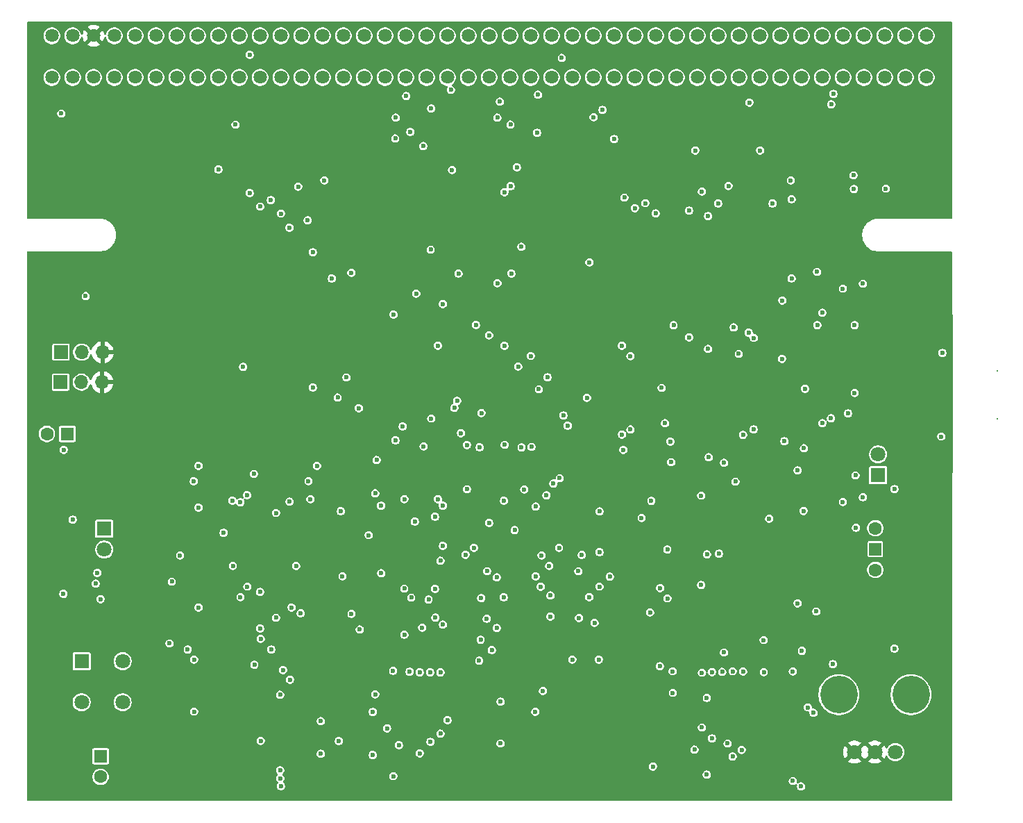
<source format=gbr>
%TF.GenerationSoftware,KiCad,Pcbnew,9.0.1-9.0.1-0~ubuntu22.04.1*%
%TF.CreationDate,2025-10-31T16:35:43+00:00*%
%TF.ProjectId,DeMoN_2.0_PLCC,44654d6f-4e5f-4322-9e30-5f504c43432e,rev?*%
%TF.SameCoordinates,Original*%
%TF.FileFunction,Copper,L2,Inr*%
%TF.FilePolarity,Positive*%
%FSLAX46Y46*%
G04 Gerber Fmt 4.6, Leading zero omitted, Abs format (unit mm)*
G04 Created by KiCad (PCBNEW 9.0.1-9.0.1-0~ubuntu22.04.1) date 2025-10-31 16:35:43*
%MOMM*%
%LPD*%
G01*
G04 APERTURE LIST*
%TA.AperFunction,ComponentPad*%
%ADD10R,1.500000X1.500000*%
%TD*%
%TA.AperFunction,ComponentPad*%
%ADD11C,1.600000*%
%TD*%
%TA.AperFunction,ComponentPad*%
%ADD12R,1.600000X1.600000*%
%TD*%
%TA.AperFunction,ComponentPad*%
%ADD13R,1.800000X1.800000*%
%TD*%
%TA.AperFunction,ComponentPad*%
%ADD14C,1.800000*%
%TD*%
%TA.AperFunction,ComponentPad*%
%ADD15R,1.700000X1.700000*%
%TD*%
%TA.AperFunction,ComponentPad*%
%ADD16O,1.700000X1.700000*%
%TD*%
%TA.AperFunction,ComponentPad*%
%ADD17C,1.635000*%
%TD*%
%TA.AperFunction,ComponentPad*%
%ADD18C,4.575000*%
%TD*%
%TA.AperFunction,ComponentPad*%
%ADD19C,0.325000*%
%TD*%
%TA.AperFunction,ViaPad*%
%ADD20C,0.600000*%
%TD*%
G04 APERTURE END LIST*
D10*
%TO.N,Net-(D2-K)*%
%TO.C,SW2*%
X188500000Y-101690000D03*
D11*
%TO.N,GND*%
X188500000Y-104230000D03*
%TO.N,Net-(D2-K)*%
X188500000Y-99150000D03*
%TD*%
D12*
%TO.N,Net-(U2-DIS)*%
%TO.C,C1*%
X94000000Y-126944888D03*
D11*
%TO.N,GND*%
X94000000Y-129444888D03*
%TD*%
D13*
%TO.N,GND*%
%TO.C,D3*%
X94450000Y-99225000D03*
D14*
%TO.N,Net-(D3-A)*%
X94450000Y-101765000D03*
%TD*%
D15*
%TO.N,Net-(JP2-A)*%
%TO.C,JP2*%
X89128400Y-81342200D03*
D16*
%TO.N,Net-(JP2-C)*%
X91668400Y-81342200D03*
%TO.N,+5V*%
X94208400Y-81342200D03*
%TD*%
D13*
%TO.N,Net-(U1-I{slash}O_22)*%
%TO.C,SW1*%
X91677500Y-115377500D03*
D14*
%TO.N,GND*%
X96677500Y-115377500D03*
%TO.N,Net-(U1-I{slash}O_22)*%
X91677500Y-120377500D03*
%TO.N,GND*%
X96677500Y-120377500D03*
%TD*%
D17*
%TO.N,GND*%
%TO.C,CN1*%
X88060000Y-44200000D03*
X88060000Y-39120000D03*
X90600000Y-44200000D03*
X90600000Y-39120000D03*
%TO.N,unconnected-(CN1-Pad5)*%
X93140000Y-44200000D03*
%TO.N,+5V*%
X93140000Y-39120000D03*
%TO.N,unconnected-(CN1-Pad7)*%
X95680000Y-44200000D03*
%TO.N,unconnected-(CN1-Pad8)*%
X95680000Y-39120000D03*
%TO.N,unconnected-(CN1-Pad9)*%
X98220000Y-44200000D03*
%TO.N,unconnected-(CN1-Pad10)*%
X98220000Y-39120000D03*
%TO.N,unconnected-(CN1-Pad11)*%
X100760000Y-44200000D03*
%TO.N,unconnected-(CN1-Pad12)*%
X100760000Y-39120000D03*
%TO.N,unconnected-(CN1-Pad13)*%
X103300000Y-44200000D03*
%TO.N,unconnected-(CN1-Pad14)*%
X103300000Y-39120000D03*
%TO.N,unconnected-(CN1-Pad15)*%
X105840000Y-44200000D03*
%TO.N,unconnected-(CN1-Pad16)*%
X105840000Y-39120000D03*
%TO.N,/~{OVR}*%
X108380000Y-44200000D03*
%TO.N,unconnected-(CN1-Pad18)*%
X108380000Y-39120000D03*
%TO.N,unconnected-(CN1-Pad19)*%
X110920000Y-44200000D03*
%TO.N,unconnected-(CN1-Pad20)*%
X110920000Y-39120000D03*
%TO.N,/A5*%
X113460000Y-44200000D03*
%TO.N,unconnected-(CN1-Pad22)*%
X113460000Y-39120000D03*
%TO.N,/A6*%
X116000000Y-44200000D03*
%TO.N,/A4*%
X116000000Y-39120000D03*
%TO.N,unconnected-(CN1-Pad25)*%
X118540000Y-44200000D03*
%TO.N,/A3*%
X118540000Y-39120000D03*
%TO.N,/A2*%
X121080000Y-44200000D03*
%TO.N,/A7*%
X121080000Y-39120000D03*
%TO.N,/A1*%
X123620000Y-44200000D03*
%TO.N,/A8*%
X123620000Y-39120000D03*
%TO.N,/~{FC0}*%
X126160000Y-44200000D03*
%TO.N,/A9*%
X126160000Y-39120000D03*
%TO.N,/~{FC1}*%
X128700000Y-44200000D03*
%TO.N,/A10*%
X128700000Y-39120000D03*
%TO.N,unconnected-(CN1-Pad35)*%
X131240000Y-44200000D03*
%TO.N,/A11*%
X131240000Y-39120000D03*
%TO.N,unconnected-(CN1-Pad37)*%
X133780000Y-44200000D03*
%TO.N,/A12*%
X133780000Y-39120000D03*
%TO.N,/A13*%
X136320000Y-44200000D03*
%TO.N,/~{IPL0}*%
X136320000Y-39120000D03*
%TO.N,/A14*%
X138860000Y-44200000D03*
%TO.N,/~{IPL1}*%
X138860000Y-39120000D03*
%TO.N,/A15*%
X141400000Y-44200000D03*
%TO.N,/~{IPL2}*%
X141400000Y-39120000D03*
%TO.N,/A16*%
X143940000Y-44200000D03*
%TO.N,unconnected-(CN1-Pad46)*%
X143940000Y-39120000D03*
%TO.N,/A17*%
X146480000Y-44200000D03*
%TO.N,unconnected-(CN1-Pad48)*%
X146480000Y-39120000D03*
%TO.N,unconnected-(CN1-Pad49)*%
X149020000Y-44200000D03*
%TO.N,unconnected-(CN1-Pad50)*%
X149020000Y-39120000D03*
%TO.N,unconnected-(CN1-Pad51)*%
X151560000Y-44200000D03*
%TO.N,/A18*%
X151560000Y-39120000D03*
%TO.N,/~{RST}*%
X154100000Y-44200000D03*
%TO.N,/A19*%
X154100000Y-39120000D03*
%TO.N,/~{HLT}*%
X156640000Y-44200000D03*
%TO.N,/A20*%
X156640000Y-39120000D03*
%TO.N,/A22*%
X159180000Y-44200000D03*
%TO.N,/A21*%
X159180000Y-39120000D03*
%TO.N,/A23*%
X161720000Y-44200000D03*
%TO.N,unconnected-(CN1-Pad60)*%
X161720000Y-39120000D03*
%TO.N,unconnected-(CN1-Pad61)*%
X164260000Y-44200000D03*
%TO.N,unconnected-(CN1-Pad62)*%
X164260000Y-39120000D03*
%TO.N,/D15*%
X166800000Y-44200000D03*
%TO.N,unconnected-(CN1-Pad64)*%
X166800000Y-39120000D03*
%TO.N,/D14*%
X169340000Y-44200000D03*
%TO.N,/~{DTACK}*%
X169340000Y-39120000D03*
%TO.N,/D13*%
X171880000Y-44200000D03*
%TO.N,/R_W*%
X171880000Y-39120000D03*
%TO.N,/D12*%
X174420000Y-44200000D03*
%TO.N,/~{LDS}*%
X174420000Y-39120000D03*
%TO.N,/D11*%
X176960000Y-44200000D03*
%TO.N,/~{UDS}*%
X176960000Y-39120000D03*
%TO.N,GND*%
X179500000Y-44200000D03*
%TO.N,/~{AS}*%
X179500000Y-39120000D03*
%TO.N,/D0*%
X182040000Y-44200000D03*
%TO.N,/D10*%
X182040000Y-39120000D03*
%TO.N,/D1*%
X184580000Y-44200000D03*
%TO.N,/D9*%
X184580000Y-39120000D03*
%TO.N,/D2*%
X187120000Y-44200000D03*
%TO.N,/D8*%
X187120000Y-39120000D03*
%TO.N,/D3*%
X189660000Y-44200000D03*
%TO.N,/D7*%
X189660000Y-39120000D03*
%TO.N,/D4*%
X192200000Y-44200000D03*
%TO.N,/D6*%
X192200000Y-39120000D03*
%TO.N,unconnected-(CN1-Pad85)*%
X194740000Y-44200000D03*
%TO.N,/D5*%
X194740000Y-39120000D03*
%TD*%
D12*
%TO.N,Net-(D1-K)*%
%TO.C,C2*%
X89950000Y-87650000D03*
D11*
%TO.N,GND*%
X87450000Y-87650000D03*
%TD*%
D13*
%TO.N,Net-(D2-K)*%
%TO.C,D2*%
X188850000Y-92700000D03*
D14*
%TO.N,Net-(D2-A)*%
X188850000Y-90160000D03*
%TD*%
%TO.N,+5V*%
%TO.C,VR1*%
X185958400Y-126442200D03*
X188458400Y-126442200D03*
%TO.N,Net-(U2-DIS)*%
X190958400Y-126442200D03*
D18*
%TO.N,GND*%
X184058400Y-119442200D03*
X192858400Y-119442200D03*
%TD*%
D15*
%TO.N,Net-(JP1-A)*%
%TO.C,JP1*%
X89168400Y-77692200D03*
D16*
%TO.N,Net-(JP1-C)*%
X91708400Y-77692200D03*
%TO.N,+5V*%
X94248400Y-77692200D03*
%TD*%
D19*
%TO.N,N/C*%
%TO.C,J1*%
X203397000Y-85777200D03*
X203397000Y-79997200D03*
%TD*%
D20*
%TO.N,/A5*%
X161033400Y-109417200D03*
X113458400Y-111367200D03*
X159998400Y-97902200D03*
X113460000Y-106912200D03*
X113460000Y-59942200D03*
%TO.N,/A8*%
X143183400Y-107567200D03*
X162258400Y-106442200D03*
X161183400Y-95812200D03*
X123298400Y-97067200D03*
X117038400Y-62512200D03*
X117050000Y-95902200D03*
X143198400Y-95792200D03*
X111058400Y-95982200D03*
X118408400Y-109517200D03*
X111058400Y-107542200D03*
%TO.N,/~{IPL2}*%
X142700000Y-47150000D03*
X155218500Y-48152200D03*
X150473400Y-85397200D03*
%TO.N,/A15*%
X147083400Y-105017200D03*
X147083400Y-96502200D03*
X141383400Y-75632200D03*
X141398400Y-98502200D03*
%TO.N,/~{OVR}*%
X108378400Y-55412200D03*
X136878400Y-55472200D03*
X137488400Y-83622200D03*
%TO.N,GND*%
X144798400Y-55152200D03*
X119898400Y-82002200D03*
X149928400Y-101532200D03*
X119898400Y-65502200D03*
X169438400Y-102252200D03*
X196698400Y-77777200D03*
X163598400Y-91102200D03*
X129738400Y-73102200D03*
X105398400Y-121502200D03*
X127668400Y-90842200D03*
X131683400Y-116642200D03*
X140238400Y-89282200D03*
X181298400Y-109302200D03*
X181438400Y-74392200D03*
X145328400Y-64842200D03*
X163898400Y-74402200D03*
X89198400Y-48602200D03*
X181398400Y-67902200D03*
X108998400Y-99702200D03*
X153328400Y-83252200D03*
X147025600Y-121525000D03*
X153638400Y-66742200D03*
X169833400Y-116667200D03*
X92178400Y-70852200D03*
X93598400Y-104602200D03*
X102398400Y-113202200D03*
X179935900Y-82152200D03*
X196548400Y-87977200D03*
X146578400Y-89242200D03*
X134268400Y-65192200D03*
X126698400Y-100002200D03*
%TO.N,+5V*%
X153558400Y-74362200D03*
X133198400Y-100002200D03*
X155598400Y-91114700D03*
X98598400Y-104602200D03*
X181400000Y-92850000D03*
X129698400Y-82002200D03*
X140458400Y-87942200D03*
X138958400Y-64862200D03*
X151598400Y-99702200D03*
X177968400Y-77192200D03*
X134198400Y-103162200D03*
X89298400Y-108402200D03*
X134278400Y-88042200D03*
X129998400Y-65502200D03*
X181400000Y-102200000D03*
X150388400Y-64922200D03*
X123233400Y-102492200D03*
X172333400Y-102222200D03*
X90050000Y-93802200D03*
X117098400Y-101602200D03*
X156350000Y-102517200D03*
X152098400Y-54800000D03*
X101700000Y-109700000D03*
X92498400Y-48602200D03*
%TO.N,/~{OE}*%
X140358400Y-112742200D03*
X175558400Y-97980727D03*
X138518400Y-102382200D03*
X174883400Y-112787200D03*
X137948400Y-87562200D03*
%TO.N,/A1*%
X117108400Y-117617200D03*
X121298400Y-56742200D03*
%TO.N,/A16*%
X167978400Y-102342200D03*
X167348400Y-58112200D03*
X143268400Y-58182200D03*
X131058400Y-95602200D03*
X135150000Y-76902200D03*
X119598400Y-95602200D03*
X143268400Y-76912200D03*
X131048400Y-106512200D03*
X117858400Y-103745000D03*
X135150000Y-95602200D03*
%TO.N,/A9*%
X148868400Y-109912200D03*
X131898400Y-107612200D03*
X133233400Y-111267935D03*
X148868400Y-107352200D03*
X117295246Y-108817489D03*
X122198400Y-68702200D03*
%TO.N,Net-(U2-DIS)*%
X94000000Y-107800000D03*
%TO.N,/~{FC0}*%
X122918400Y-83222200D03*
%TO.N,/A17*%
X110136200Y-103745000D03*
X148728400Y-103745000D03*
X179025000Y-108307200D03*
X149228400Y-93692200D03*
X110083400Y-95792200D03*
X179025000Y-92092200D03*
X146480000Y-78152200D03*
%TO.N,/A18*%
X103691200Y-102475000D03*
X144938400Y-79452200D03*
X147800000Y-102467200D03*
X111378400Y-79482200D03*
%TO.N,Net-(D1-K)*%
X93400000Y-105900000D03*
%TO.N,/A19*%
X123508400Y-105015000D03*
X148518400Y-80752200D03*
X123978400Y-80772200D03*
X156128400Y-105052200D03*
%TO.N,/A10*%
X152275000Y-104392200D03*
X124608400Y-109597200D03*
X141108400Y-110192200D03*
X152358400Y-110092200D03*
X141158400Y-104392200D03*
X124598400Y-68012200D03*
%TO.N,/~{FC1}*%
X125498400Y-84522200D03*
%TO.N,/A11*%
X142400000Y-69282200D03*
X116000735Y-130599265D03*
X114826098Y-113928965D03*
X179440600Y-130634400D03*
X130000000Y-49100000D03*
X142400000Y-49100000D03*
X141733400Y-114007200D03*
X179558400Y-114092200D03*
%TO.N,/A12*%
X132500000Y-70552200D03*
X131058400Y-112135590D03*
%TO.N,/~{DTACK}*%
X162438400Y-82042200D03*
%TO.N,/~{IPL0}*%
X137658400Y-68112200D03*
X145348400Y-89292200D03*
X144118400Y-68102200D03*
%TO.N,/~{RST}*%
X134318400Y-47982200D03*
X134338400Y-85772200D03*
X154150000Y-49050000D03*
%TO.N,/A13*%
X111900000Y-106267200D03*
X135750000Y-71822200D03*
X167268400Y-95172200D03*
X148383400Y-95132200D03*
X147688400Y-106282200D03*
X111868400Y-95112200D03*
X135750000Y-96400000D03*
X128225000Y-104642200D03*
X167258400Y-106067200D03*
X128208400Y-96400000D03*
%TO.N,/A20*%
X157900000Y-58842200D03*
%TO.N,/~{IPL1}*%
X140458400Y-85102200D03*
%TO.N,/A14*%
X153608400Y-107542200D03*
X139548400Y-101542200D03*
X140433400Y-107667200D03*
X152698400Y-102402200D03*
X139800000Y-74372200D03*
%TO.N,/~{HLT}*%
X156650000Y-51700000D03*
X150983400Y-86657200D03*
%TO.N,Net-(U7-3V3OUT)*%
X171848400Y-77892200D03*
X171228400Y-74672200D03*
%TO.N,Net-(D1-A)*%
X89450000Y-107150000D03*
X89508400Y-89600000D03*
%TO.N,/A21*%
X160448400Y-59532200D03*
%TO.N,/A22*%
X159178400Y-60132200D03*
%TO.N,Net-(D2-K)*%
X186148400Y-99100000D03*
X179798400Y-89402200D03*
X179758400Y-97042200D03*
X186098400Y-92712200D03*
%TO.N,/A23*%
X161720000Y-60772200D03*
%TO.N,/D15*%
X178450000Y-129962200D03*
X178450000Y-116600600D03*
X177408400Y-88542200D03*
X116257800Y-116442200D03*
X163500600Y-88592200D03*
X115900000Y-129650000D03*
%TO.N,/A3*%
X112188400Y-41432200D03*
X104625300Y-113925300D03*
X112188400Y-58282200D03*
%TO.N,/A4*%
X154258400Y-110692200D03*
X142333400Y-105142200D03*
X123058400Y-125092200D03*
X142336362Y-111317200D03*
X114748400Y-59152200D03*
X113533400Y-125067200D03*
X125608400Y-111492200D03*
X113533400Y-112642200D03*
%TO.N,/A6*%
X115400000Y-110067200D03*
X132338400Y-98342200D03*
X135750000Y-110899128D03*
X115400000Y-97292200D03*
X116000000Y-60802200D03*
X134008400Y-107842200D03*
%TO.N,/A7*%
X105950000Y-91550000D03*
X163133400Y-101742200D03*
X134808400Y-106542200D03*
X105950000Y-96632200D03*
X105950000Y-108817200D03*
X119248400Y-61612200D03*
X120398400Y-91550000D03*
X134808400Y-97742200D03*
X163150000Y-107707200D03*
X134833400Y-110042200D03*
%TO.N,/A2*%
X105350000Y-93417200D03*
X151548400Y-115162200D03*
X105407800Y-115167200D03*
X119358400Y-93417200D03*
X150008400Y-93052200D03*
X118098400Y-57502200D03*
%TO.N,/D14*%
X175968400Y-59562200D03*
X169340000Y-59560000D03*
X174908400Y-116692200D03*
%TO.N,/R_W*%
X102683400Y-105667200D03*
X135458400Y-103117200D03*
X110448400Y-49952200D03*
X143298400Y-88982200D03*
X144038400Y-57442200D03*
X144000000Y-49950000D03*
X154875000Y-102062200D03*
X135750000Y-101292200D03*
X144508400Y-99372200D03*
X154875000Y-97102200D03*
X170600000Y-57422200D03*
X154858400Y-106267200D03*
%TO.N,/D13*%
X115900000Y-119450000D03*
X167958400Y-119842200D03*
X115910000Y-128660000D03*
X167938400Y-129182200D03*
%TO.N,/~{LDS}*%
X173150000Y-47262200D03*
X131278400Y-46462200D03*
X129978400Y-88432200D03*
%TO.N,/D12*%
X172208400Y-126167200D03*
X127200000Y-126792200D03*
X166450000Y-126150000D03*
X166550000Y-53100000D03*
X172383400Y-116617200D03*
X174450000Y-53100000D03*
X127200000Y-121550000D03*
%TO.N,/~{UDS}*%
X133398400Y-89182200D03*
X178200000Y-56742200D03*
X133368400Y-52572200D03*
%TO.N,/D11*%
X171108400Y-126967200D03*
X120858400Y-126642200D03*
X171108400Y-116592200D03*
X120858400Y-122667200D03*
%TO.N,/~{AS}*%
X147468400Y-82212200D03*
X150258400Y-41822200D03*
%TO.N,/D3*%
X183138400Y-47472200D03*
X180958400Y-121650000D03*
X132933400Y-126592200D03*
X183100000Y-85742200D03*
X132933400Y-116717200D03*
%TO.N,/D10*%
X131778400Y-50842200D03*
X147248400Y-50932200D03*
X147348100Y-46301900D03*
X168583400Y-124767200D03*
X130408400Y-125592200D03*
X168583400Y-116692200D03*
X183400000Y-46200000D03*
%TO.N,/D8*%
X163808400Y-119217200D03*
X136333400Y-122542200D03*
X136733400Y-45717200D03*
X163783400Y-116592200D03*
%TO.N,/D0*%
X129698400Y-129382200D03*
X162848400Y-86342200D03*
X129683400Y-116542200D03*
X182040000Y-72892200D03*
X161378400Y-128202200D03*
X130848400Y-86742200D03*
X182050000Y-86350000D03*
%TO.N,/D4*%
X134233400Y-125192200D03*
X178300000Y-59050000D03*
X180275000Y-121000000D03*
X134208400Y-116717200D03*
X178300000Y-68702200D03*
%TO.N,/D9*%
X128958400Y-123542200D03*
X167358400Y-116767200D03*
X129948400Y-51642200D03*
X167358400Y-123442200D03*
X185850000Y-56132200D03*
%TO.N,/D2*%
X170483400Y-125392200D03*
X187000000Y-95375000D03*
X142783400Y-125392200D03*
X187000000Y-69342200D03*
X142783400Y-120292200D03*
X171450000Y-93475000D03*
%TO.N,/D7*%
X165798400Y-75884700D03*
X162228400Y-115967200D03*
X165798400Y-60432200D03*
%TO.N,/D6*%
X185180000Y-85152200D03*
X189800000Y-57750000D03*
X185900000Y-57800000D03*
X183333400Y-115717200D03*
%TO.N,/D1*%
X138698400Y-89002200D03*
X184550000Y-69942200D03*
X127498400Y-94902200D03*
X147958400Y-118992200D03*
X127505056Y-119402200D03*
X145683400Y-94417200D03*
X184550000Y-95942200D03*
X138698400Y-94402200D03*
%TO.N,/D5*%
X190848400Y-113832200D03*
X168098400Y-61092200D03*
X168178400Y-90492200D03*
X135458400Y-124192200D03*
X135458400Y-116717200D03*
X168098400Y-77284700D03*
X190848400Y-94372200D03*
%TO.N,Net-(U7-USBDM)*%
X177128400Y-78502200D03*
X177158400Y-71392200D03*
%TO.N,Net-(U1-I{slash}O_35)*%
X140183400Y-115292200D03*
X137150000Y-84473800D03*
%TO.N,Net-(U1-I{slash}O_37)*%
X154783400Y-115167200D03*
X157768400Y-89602200D03*
%TO.N,Net-(U1-I{slash}O_36)*%
X170050000Y-91172200D03*
X170050000Y-114302200D03*
%TO.N,/DN*%
X185988400Y-74392200D03*
X185988400Y-82652200D03*
%TO.N,/FT_TXE*%
X173668400Y-87102200D03*
X158638400Y-78172200D03*
X173681000Y-75952200D03*
X158638400Y-87112200D03*
%TO.N,/FT_RXF*%
X172378400Y-87772200D03*
X157598400Y-76902200D03*
X173078400Y-75314700D03*
X157598400Y-87732200D03*
%TO.N,Net-(U1-I{slash}O_22)*%
X90600000Y-98100000D03*
%TO.N,Net-(U1-I{slash}O_23)*%
X112700000Y-92542200D03*
X112758400Y-115792200D03*
%TD*%
%TA.AperFunction,Conductor*%
%TO.N,+5V*%
G36*
X197842539Y-37421885D02*
G01*
X197888294Y-37474689D01*
X197899500Y-37526200D01*
X197899500Y-61275500D01*
X197879815Y-61342539D01*
X197827011Y-61388294D01*
X197775500Y-61399500D01*
X188768872Y-61399500D01*
X188537772Y-61429926D01*
X188508884Y-61433730D01*
X188288815Y-61492697D01*
X188255581Y-61501602D01*
X188255571Y-61501605D01*
X188013309Y-61601953D01*
X188013299Y-61601958D01*
X187786196Y-61733075D01*
X187578148Y-61892718D01*
X187392718Y-62078148D01*
X187233075Y-62286196D01*
X187101958Y-62513299D01*
X187101953Y-62513309D01*
X187001605Y-62755571D01*
X187001602Y-62755581D01*
X186933730Y-63008885D01*
X186899500Y-63268872D01*
X186899500Y-63531127D01*
X186926123Y-63733339D01*
X186933730Y-63791116D01*
X187001079Y-64042466D01*
X187001602Y-64044418D01*
X187001605Y-64044428D01*
X187101953Y-64286690D01*
X187101958Y-64286700D01*
X187233075Y-64513803D01*
X187392718Y-64721851D01*
X187392726Y-64721860D01*
X187578140Y-64907274D01*
X187578148Y-64907281D01*
X187578149Y-64907282D01*
X187579205Y-64908092D01*
X187786196Y-65066924D01*
X188013299Y-65198041D01*
X188013309Y-65198046D01*
X188255571Y-65298394D01*
X188255581Y-65298398D01*
X188508884Y-65366270D01*
X188768880Y-65400500D01*
X188834108Y-65400500D01*
X197773888Y-65400500D01*
X197840927Y-65420185D01*
X197886682Y-65472989D01*
X197897887Y-65524500D01*
X197897817Y-69216308D01*
X197897753Y-72601700D01*
X197897748Y-72847565D01*
X197895030Y-72860281D01*
X197897746Y-72913278D01*
X197897746Y-72916458D01*
X197897746Y-72966356D01*
X197897795Y-72966735D01*
X197901707Y-72991523D01*
X197901775Y-72991896D01*
X197917137Y-73039363D01*
X197918116Y-73042390D01*
X197931851Y-73093650D01*
X197938349Y-73104906D01*
X197942351Y-73117270D01*
X197942352Y-73117272D01*
X197942353Y-73117274D01*
X197965746Y-73153389D01*
X197969478Y-73159150D01*
X197972788Y-73164559D01*
X197981785Y-73180141D01*
X197998400Y-73242145D01*
X197998400Y-92260219D01*
X197981788Y-92322218D01*
X197971684Y-92339719D01*
X197967777Y-92346040D01*
X197944423Y-92381412D01*
X197944419Y-92381420D01*
X197944027Y-92382597D01*
X197933785Y-92405368D01*
X197930400Y-92411230D01*
X197914646Y-92470036D01*
X197914645Y-92470035D01*
X197913677Y-92473646D01*
X197902747Y-92506439D01*
X197902127Y-92516761D01*
X197898879Y-92528887D01*
X197898879Y-92528889D01*
X197896298Y-92538523D01*
X197896297Y-92538531D01*
X197896298Y-92610116D01*
X197896298Y-92613857D01*
X197894851Y-92637986D01*
X197896300Y-92645068D01*
X197896301Y-92657624D01*
X197896301Y-92657627D01*
X197897875Y-132275495D01*
X197878193Y-132342535D01*
X197825391Y-132388292D01*
X197773875Y-132399500D01*
X85122400Y-132399500D01*
X85055361Y-132379815D01*
X85009606Y-132327011D01*
X84998400Y-132275500D01*
X84998400Y-129543431D01*
X92999499Y-129543431D01*
X93037947Y-129736717D01*
X93037950Y-129736727D01*
X93113364Y-129918795D01*
X93113371Y-129918808D01*
X93222860Y-130082669D01*
X93222863Y-130082673D01*
X93362214Y-130222024D01*
X93362218Y-130222027D01*
X93526079Y-130331516D01*
X93526092Y-130331523D01*
X93706084Y-130406077D01*
X93708165Y-130406939D01*
X93708169Y-130406939D01*
X93708170Y-130406940D01*
X93901456Y-130445388D01*
X93901459Y-130445388D01*
X94098543Y-130445388D01*
X94228582Y-130419520D01*
X94291835Y-130406939D01*
X94473914Y-130331520D01*
X94637782Y-130222027D01*
X94777139Y-130082670D01*
X94886632Y-129918802D01*
X94962051Y-129736723D01*
X94979582Y-129648591D01*
X94992409Y-129584108D01*
X115399500Y-129584108D01*
X115399500Y-129715891D01*
X115433608Y-129843187D01*
X115436729Y-129848592D01*
X115499500Y-129957314D01*
X115592686Y-130050500D01*
X115610596Y-130060840D01*
X115658811Y-130111406D01*
X115672035Y-130180013D01*
X115646067Y-130244878D01*
X115636278Y-130255907D01*
X115600238Y-130291947D01*
X115600235Y-130291951D01*
X115534343Y-130406077D01*
X115500235Y-130533373D01*
X115500235Y-130665156D01*
X115534343Y-130792452D01*
X115554628Y-130827586D01*
X115600235Y-130906579D01*
X115693421Y-130999765D01*
X115807549Y-131065657D01*
X115934843Y-131099765D01*
X115934845Y-131099765D01*
X116066625Y-131099765D01*
X116066627Y-131099765D01*
X116193921Y-131065657D01*
X116308049Y-130999765D01*
X116401235Y-130906579D01*
X116467127Y-130792451D01*
X116501235Y-130665157D01*
X116501235Y-130533373D01*
X116467127Y-130406079D01*
X116401235Y-130291951D01*
X116308049Y-130198765D01*
X116290138Y-130188424D01*
X116241922Y-130137857D01*
X116228700Y-130069250D01*
X116254668Y-130004385D01*
X116264450Y-129993363D01*
X116300500Y-129957314D01*
X116335722Y-129896308D01*
X177949500Y-129896308D01*
X177949500Y-130028092D01*
X177960528Y-130069250D01*
X177983608Y-130155387D01*
X178008652Y-130198763D01*
X178049500Y-130269514D01*
X178142686Y-130362700D01*
X178256814Y-130428592D01*
X178384108Y-130462700D01*
X178384110Y-130462700D01*
X178515890Y-130462700D01*
X178515892Y-130462700D01*
X178643186Y-130428592D01*
X178757314Y-130362700D01*
X178757321Y-130362692D01*
X178763760Y-130357753D01*
X178765075Y-130359467D01*
X178816410Y-130331428D01*
X178886102Y-130336402D01*
X178942042Y-130378266D01*
X178966468Y-130443726D01*
X178962560Y-130484682D01*
X178940100Y-130568506D01*
X178940100Y-130700291D01*
X178974208Y-130827587D01*
X179007154Y-130884650D01*
X179040100Y-130941714D01*
X179133286Y-131034900D01*
X179247414Y-131100792D01*
X179374708Y-131134900D01*
X179374710Y-131134900D01*
X179506490Y-131134900D01*
X179506492Y-131134900D01*
X179633786Y-131100792D01*
X179747914Y-131034900D01*
X179841100Y-130941714D01*
X179906992Y-130827586D01*
X179941100Y-130700292D01*
X179941100Y-130568508D01*
X179906992Y-130441214D01*
X179841100Y-130327086D01*
X179747914Y-130233900D01*
X179687055Y-130198763D01*
X179633787Y-130168008D01*
X179570139Y-130150954D01*
X179506492Y-130133900D01*
X179374708Y-130133900D01*
X179247412Y-130168008D01*
X179133286Y-130233900D01*
X179126840Y-130238847D01*
X179125527Y-130237137D01*
X179074155Y-130265179D01*
X179004464Y-130260185D01*
X178948536Y-130218305D01*
X178924129Y-130152838D01*
X178928038Y-130111920D01*
X178950500Y-130028092D01*
X178950500Y-129896308D01*
X178916392Y-129769014D01*
X178850500Y-129654886D01*
X178757314Y-129561700D01*
X178700250Y-129528754D01*
X178643187Y-129495808D01*
X178579539Y-129478754D01*
X178515892Y-129461700D01*
X178384108Y-129461700D01*
X178256812Y-129495808D01*
X178142686Y-129561700D01*
X178142683Y-129561702D01*
X178049502Y-129654883D01*
X178049500Y-129654886D01*
X177983608Y-129769012D01*
X177962285Y-129848592D01*
X177949500Y-129896308D01*
X116335722Y-129896308D01*
X116366392Y-129843186D01*
X116400500Y-129715892D01*
X116400500Y-129584108D01*
X116366392Y-129456814D01*
X116300500Y-129342686D01*
X116274122Y-129316308D01*
X129197900Y-129316308D01*
X129197900Y-129448092D01*
X129210685Y-129495808D01*
X129232008Y-129575387D01*
X129264954Y-129632450D01*
X129297900Y-129689514D01*
X129391086Y-129782700D01*
X129489921Y-129839763D01*
X129495850Y-129843186D01*
X129505214Y-129848592D01*
X129632508Y-129882700D01*
X129632510Y-129882700D01*
X129764290Y-129882700D01*
X129764292Y-129882700D01*
X129891586Y-129848592D01*
X130005714Y-129782700D01*
X130098900Y-129689514D01*
X130164792Y-129575386D01*
X130198900Y-129448092D01*
X130198900Y-129316308D01*
X130164792Y-129189014D01*
X130161671Y-129183608D01*
X130153920Y-129170182D01*
X130153919Y-129170181D01*
X130128637Y-129126392D01*
X130122815Y-129116308D01*
X167437900Y-129116308D01*
X167437900Y-129248092D01*
X167454954Y-129311739D01*
X167472008Y-129375387D01*
X167504954Y-129432450D01*
X167537900Y-129489514D01*
X167631086Y-129582700D01*
X167745214Y-129648592D01*
X167872508Y-129682700D01*
X167872510Y-129682700D01*
X168004290Y-129682700D01*
X168004292Y-129682700D01*
X168131586Y-129648592D01*
X168245714Y-129582700D01*
X168338900Y-129489514D01*
X168404792Y-129375386D01*
X168438900Y-129248092D01*
X168438900Y-129116308D01*
X168404792Y-128989014D01*
X168338900Y-128874886D01*
X168245714Y-128781700D01*
X168188650Y-128748754D01*
X168131587Y-128715808D01*
X168067939Y-128698754D01*
X168004292Y-128681700D01*
X167872508Y-128681700D01*
X167745212Y-128715808D01*
X167631086Y-128781700D01*
X167631083Y-128781702D01*
X167537902Y-128874883D01*
X167537900Y-128874886D01*
X167472008Y-128989012D01*
X167438893Y-129112602D01*
X167437900Y-129116308D01*
X130122815Y-129116308D01*
X130098900Y-129074886D01*
X130005714Y-128981700D01*
X129948650Y-128948754D01*
X129891587Y-128915808D01*
X129827939Y-128898754D01*
X129764292Y-128881700D01*
X129632508Y-128881700D01*
X129505212Y-128915808D01*
X129391086Y-128981700D01*
X129391083Y-128981702D01*
X129297902Y-129074883D01*
X129297900Y-129074886D01*
X129232008Y-129189012D01*
X129216178Y-129248092D01*
X129197900Y-129316308D01*
X116274122Y-129316308D01*
X116207314Y-129249500D01*
X116206021Y-129248753D01*
X116199375Y-129241217D01*
X116186164Y-129212944D01*
X116171210Y-129185558D01*
X116171496Y-129181553D01*
X116169797Y-129177917D01*
X116173967Y-129146997D01*
X116176194Y-129115866D01*
X116178607Y-129112602D01*
X116179137Y-129108674D01*
X116197205Y-129087450D01*
X116212324Y-129067004D01*
X116211567Y-129066247D01*
X116216620Y-129061193D01*
X116216899Y-129060817D01*
X116217302Y-129060506D01*
X116217314Y-129060500D01*
X116310500Y-128967314D01*
X116376392Y-128853186D01*
X116410500Y-128725892D01*
X116410500Y-128594108D01*
X116376392Y-128466814D01*
X116310500Y-128352686D01*
X116217314Y-128259500D01*
X116217312Y-128259499D01*
X116217310Y-128259497D01*
X116175863Y-128235568D01*
X116146807Y-128218793D01*
X116103187Y-128193608D01*
X116039539Y-128176554D01*
X115975892Y-128159500D01*
X115844108Y-128159500D01*
X115716812Y-128193608D01*
X115602686Y-128259500D01*
X115602683Y-128259502D01*
X115509502Y-128352683D01*
X115509500Y-128352686D01*
X115443608Y-128466812D01*
X115409500Y-128594108D01*
X115409500Y-128725891D01*
X115443608Y-128853187D01*
X115476554Y-128910250D01*
X115509500Y-128967314D01*
X115509502Y-128967316D01*
X115605304Y-129063118D01*
X115638789Y-129124441D01*
X115633805Y-129194133D01*
X115597678Y-129242998D01*
X115598433Y-129243753D01*
X115593399Y-129248786D01*
X115593116Y-129249170D01*
X115592686Y-129249499D01*
X115499502Y-129342683D01*
X115499500Y-129342686D01*
X115433608Y-129456812D01*
X115399500Y-129584108D01*
X94992409Y-129584108D01*
X94998838Y-129551789D01*
X95000500Y-129543431D01*
X95000500Y-129346344D01*
X94962052Y-129153058D01*
X94962051Y-129153057D01*
X94962051Y-129153053D01*
X94929675Y-129074889D01*
X94886635Y-128970980D01*
X94886628Y-128970967D01*
X94777139Y-128807106D01*
X94777136Y-128807102D01*
X94637785Y-128667751D01*
X94637781Y-128667748D01*
X94473920Y-128558259D01*
X94473907Y-128558252D01*
X94291839Y-128482838D01*
X94291829Y-128482835D01*
X94098543Y-128444388D01*
X94098541Y-128444388D01*
X93901459Y-128444388D01*
X93901457Y-128444388D01*
X93708170Y-128482835D01*
X93708160Y-128482838D01*
X93526092Y-128558252D01*
X93526079Y-128558259D01*
X93362218Y-128667748D01*
X93362214Y-128667751D01*
X93222863Y-128807102D01*
X93222860Y-128807106D01*
X93113371Y-128970967D01*
X93113364Y-128970980D01*
X93037950Y-129153048D01*
X93037947Y-129153058D01*
X92999500Y-129346344D01*
X92999500Y-129346347D01*
X92999500Y-129543429D01*
X92999500Y-129543431D01*
X92999499Y-129543431D01*
X84998400Y-129543431D01*
X84998400Y-128136308D01*
X160877900Y-128136308D01*
X160877900Y-128268091D01*
X160912008Y-128395387D01*
X160940299Y-128444388D01*
X160977900Y-128509514D01*
X161071086Y-128602700D01*
X161185214Y-128668592D01*
X161312508Y-128702700D01*
X161312510Y-128702700D01*
X161444290Y-128702700D01*
X161444292Y-128702700D01*
X161571586Y-128668592D01*
X161685714Y-128602700D01*
X161778900Y-128509514D01*
X161844792Y-128395386D01*
X161878900Y-128268092D01*
X161878900Y-128136308D01*
X161844792Y-128009014D01*
X161778900Y-127894886D01*
X161685714Y-127801700D01*
X161621521Y-127764638D01*
X161571587Y-127735808D01*
X161507939Y-127718754D01*
X161444292Y-127701700D01*
X161312508Y-127701700D01*
X161185212Y-127735808D01*
X161071086Y-127801700D01*
X161071083Y-127801702D01*
X160977902Y-127894883D01*
X160977900Y-127894886D01*
X160912008Y-128009012D01*
X160877900Y-128136308D01*
X84998400Y-128136308D01*
X84998400Y-126125135D01*
X92999500Y-126125135D01*
X92999500Y-127764640D01*
X93011131Y-127823117D01*
X93011132Y-127823118D01*
X93055447Y-127889440D01*
X93121769Y-127933755D01*
X93121770Y-127933756D01*
X93180247Y-127945387D01*
X93180250Y-127945388D01*
X93180252Y-127945388D01*
X94819750Y-127945388D01*
X94819751Y-127945387D01*
X94834568Y-127942440D01*
X94878229Y-127933756D01*
X94878229Y-127933755D01*
X94878231Y-127933755D01*
X94944552Y-127889440D01*
X94988867Y-127823119D01*
X94988867Y-127823117D01*
X94988868Y-127823117D01*
X95000499Y-127764640D01*
X95000500Y-127764638D01*
X95000500Y-126576308D01*
X120357900Y-126576308D01*
X120357900Y-126708092D01*
X120374497Y-126770035D01*
X120392008Y-126835387D01*
X120408902Y-126864647D01*
X120457900Y-126949514D01*
X120551086Y-127042700D01*
X120665214Y-127108592D01*
X120792508Y-127142700D01*
X120792510Y-127142700D01*
X120924290Y-127142700D01*
X120924292Y-127142700D01*
X121051586Y-127108592D01*
X121165714Y-127042700D01*
X121258900Y-126949514D01*
X121324792Y-126835386D01*
X121354019Y-126726308D01*
X126699500Y-126726308D01*
X126699500Y-126858092D01*
X126711080Y-126901308D01*
X126733608Y-126985387D01*
X126761151Y-127033092D01*
X126799500Y-127099514D01*
X126892686Y-127192700D01*
X127006814Y-127258592D01*
X127134108Y-127292700D01*
X127134110Y-127292700D01*
X127265890Y-127292700D01*
X127265892Y-127292700D01*
X127393186Y-127258592D01*
X127507314Y-127192700D01*
X127600500Y-127099514D01*
X127666392Y-126985386D01*
X127700500Y-126858092D01*
X127700500Y-126726308D01*
X127666392Y-126599014D01*
X127666389Y-126599008D01*
X127655520Y-126580182D01*
X127655519Y-126580181D01*
X127625860Y-126528811D01*
X127624415Y-126526308D01*
X132432900Y-126526308D01*
X132432900Y-126658092D01*
X132444102Y-126699897D01*
X132467008Y-126785387D01*
X132472993Y-126795753D01*
X132532900Y-126899514D01*
X132626086Y-126992700D01*
X132740214Y-127058592D01*
X132867508Y-127092700D01*
X132867510Y-127092700D01*
X132999290Y-127092700D01*
X132999292Y-127092700D01*
X133126586Y-127058592D01*
X133240714Y-126992700D01*
X133332106Y-126901308D01*
X170607900Y-126901308D01*
X170607900Y-127033092D01*
X170623872Y-127092700D01*
X170642008Y-127160387D01*
X170660824Y-127192976D01*
X170707900Y-127274514D01*
X170801086Y-127367700D01*
X170915214Y-127433592D01*
X171042508Y-127467700D01*
X171042510Y-127467700D01*
X171174290Y-127467700D01*
X171174292Y-127467700D01*
X171301586Y-127433592D01*
X171415714Y-127367700D01*
X171508900Y-127274514D01*
X171574792Y-127160386D01*
X171608900Y-127033092D01*
X171608900Y-126901308D01*
X171574792Y-126774014D01*
X171508900Y-126659886D01*
X171415714Y-126566700D01*
X171358650Y-126533754D01*
X171301587Y-126500808D01*
X171237939Y-126483754D01*
X171174292Y-126466700D01*
X171042508Y-126466700D01*
X170915212Y-126500808D01*
X170801086Y-126566700D01*
X170801083Y-126566702D01*
X170707902Y-126659883D01*
X170707900Y-126659886D01*
X170642008Y-126774012D01*
X170617724Y-126864645D01*
X170607900Y-126901308D01*
X133332106Y-126901308D01*
X133333900Y-126899514D01*
X133370924Y-126835387D01*
X133373353Y-126831180D01*
X133373354Y-126831178D01*
X133385230Y-126810608D01*
X133399792Y-126785386D01*
X133433900Y-126658092D01*
X133433900Y-126526308D01*
X133399792Y-126399014D01*
X133333900Y-126284886D01*
X133240714Y-126191700D01*
X133226281Y-126183367D01*
X133226280Y-126183366D01*
X133126588Y-126125809D01*
X133126587Y-126125808D01*
X133126586Y-126125808D01*
X132999292Y-126091700D01*
X132867508Y-126091700D01*
X132740212Y-126125808D01*
X132626086Y-126191700D01*
X132626083Y-126191702D01*
X132532902Y-126284883D01*
X132532900Y-126284886D01*
X132467008Y-126399012D01*
X132451386Y-126457316D01*
X132432900Y-126526308D01*
X127624415Y-126526308D01*
X127600500Y-126484886D01*
X127507314Y-126391700D01*
X127444768Y-126355589D01*
X127393187Y-126325808D01*
X127329539Y-126308754D01*
X127265892Y-126291700D01*
X127134108Y-126291700D01*
X127006812Y-126325808D01*
X126892686Y-126391700D01*
X126892683Y-126391702D01*
X126799502Y-126484883D01*
X126799500Y-126484886D01*
X126733608Y-126599012D01*
X126715204Y-126667699D01*
X126699500Y-126726308D01*
X121354019Y-126726308D01*
X121358900Y-126708092D01*
X121358900Y-126576308D01*
X121324792Y-126449014D01*
X121258900Y-126334886D01*
X121165714Y-126241700D01*
X121108650Y-126208754D01*
X121051587Y-126175808D01*
X120987939Y-126158754D01*
X120924292Y-126141700D01*
X120792508Y-126141700D01*
X120665212Y-126175808D01*
X120551086Y-126241700D01*
X120551083Y-126241702D01*
X120457902Y-126334883D01*
X120457900Y-126334886D01*
X120392008Y-126449012D01*
X120364816Y-126550497D01*
X120357900Y-126576308D01*
X95000500Y-126576308D01*
X95000500Y-126125137D01*
X95000499Y-126125135D01*
X94988868Y-126066658D01*
X94988867Y-126066657D01*
X94944552Y-126000335D01*
X94878230Y-125956020D01*
X94878229Y-125956019D01*
X94819752Y-125944388D01*
X94819748Y-125944388D01*
X93180252Y-125944388D01*
X93180247Y-125944388D01*
X93121770Y-125956019D01*
X93121769Y-125956020D01*
X93055447Y-126000335D01*
X93011132Y-126066657D01*
X93011131Y-126066658D01*
X92999500Y-126125135D01*
X84998400Y-126125135D01*
X84998400Y-125001308D01*
X113032900Y-125001308D01*
X113032900Y-125133092D01*
X113039599Y-125158092D01*
X113067008Y-125260387D01*
X113084759Y-125291132D01*
X113132900Y-125374514D01*
X113226086Y-125467700D01*
X113340214Y-125533592D01*
X113467508Y-125567700D01*
X113467510Y-125567700D01*
X113599290Y-125567700D01*
X113599292Y-125567700D01*
X113726586Y-125533592D01*
X113840714Y-125467700D01*
X113933900Y-125374514D01*
X113999792Y-125260386D01*
X114033900Y-125133092D01*
X114033900Y-125026308D01*
X122557900Y-125026308D01*
X122557900Y-125158092D01*
X122566905Y-125191700D01*
X122592008Y-125285387D01*
X122624521Y-125341700D01*
X122657900Y-125399514D01*
X122751086Y-125492700D01*
X122865214Y-125558592D01*
X122992508Y-125592700D01*
X122992510Y-125592700D01*
X123124290Y-125592700D01*
X123124292Y-125592700D01*
X123251586Y-125558592D01*
X123307503Y-125526308D01*
X129907900Y-125526308D01*
X129907900Y-125658092D01*
X129919346Y-125700808D01*
X129942008Y-125785387D01*
X129974810Y-125842200D01*
X130007900Y-125899514D01*
X130101086Y-125992700D01*
X130215214Y-126058592D01*
X130342508Y-126092700D01*
X130342510Y-126092700D01*
X130474290Y-126092700D01*
X130474292Y-126092700D01*
X130506358Y-126084108D01*
X165949500Y-126084108D01*
X165949500Y-126215892D01*
X165954109Y-126233092D01*
X165983608Y-126343187D01*
X165993538Y-126360386D01*
X166049500Y-126457314D01*
X166142686Y-126550500D01*
X166256814Y-126616392D01*
X166384108Y-126650500D01*
X166384110Y-126650500D01*
X166515890Y-126650500D01*
X166515892Y-126650500D01*
X166643186Y-126616392D01*
X166757314Y-126550500D01*
X166850500Y-126457314D01*
X166916392Y-126343186D01*
X166950500Y-126215892D01*
X166950500Y-126101308D01*
X171707900Y-126101308D01*
X171707900Y-126233092D01*
X171710207Y-126241702D01*
X171742008Y-126360387D01*
X171760087Y-126391700D01*
X171807900Y-126474514D01*
X171901086Y-126567700D01*
X172015214Y-126633592D01*
X172142508Y-126667700D01*
X172142510Y-126667700D01*
X172274290Y-126667700D01*
X172274292Y-126667700D01*
X172401586Y-126633592D01*
X172515714Y-126567700D01*
X172608900Y-126474514D01*
X172674792Y-126360386D01*
X172682393Y-126332018D01*
X184558400Y-126332018D01*
X184558400Y-126552381D01*
X184592873Y-126770035D01*
X184660967Y-126979610D01*
X184761011Y-127175956D01*
X184807332Y-127239713D01*
X185393787Y-126653258D01*
X185399289Y-126673791D01*
X185478281Y-126810608D01*
X185589992Y-126922319D01*
X185726809Y-127001311D01*
X185747339Y-127006812D01*
X185160885Y-127593265D01*
X185160885Y-127593266D01*
X185224643Y-127639588D01*
X185420989Y-127739632D01*
X185630564Y-127807726D01*
X185848219Y-127842200D01*
X186068581Y-127842200D01*
X186286235Y-127807726D01*
X186495810Y-127739632D01*
X186692160Y-127639586D01*
X186755913Y-127593266D01*
X186755914Y-127593266D01*
X186169459Y-127006812D01*
X186189991Y-127001311D01*
X186326808Y-126922319D01*
X186438519Y-126810608D01*
X186517511Y-126673791D01*
X186523012Y-126653259D01*
X187109466Y-127239714D01*
X187110677Y-127239618D01*
X187163410Y-127198955D01*
X187233023Y-127192976D01*
X187294818Y-127225581D01*
X187307045Y-127239690D01*
X187307332Y-127239713D01*
X187893787Y-126653258D01*
X187899289Y-126673791D01*
X187978281Y-126810608D01*
X188089992Y-126922319D01*
X188226809Y-127001311D01*
X188247339Y-127006812D01*
X187660885Y-127593265D01*
X187660885Y-127593266D01*
X187724643Y-127639588D01*
X187920989Y-127739632D01*
X188130564Y-127807726D01*
X188348219Y-127842200D01*
X188568581Y-127842200D01*
X188786235Y-127807726D01*
X188995810Y-127739632D01*
X189192160Y-127639586D01*
X189255913Y-127593266D01*
X189255914Y-127593266D01*
X188669459Y-127006812D01*
X188689991Y-127001311D01*
X188826808Y-126922319D01*
X188938519Y-126810608D01*
X189017511Y-126673791D01*
X189023012Y-126653260D01*
X189609466Y-127239714D01*
X189609466Y-127239713D01*
X189655786Y-127175960D01*
X189755830Y-126979613D01*
X189757267Y-126975192D01*
X189796698Y-126917513D01*
X189861054Y-126890308D01*
X189929902Y-126902215D01*
X189981383Y-126949454D01*
X189985687Y-126957203D01*
X190003772Y-126992697D01*
X190017168Y-127018988D01*
X190118986Y-127159128D01*
X190241472Y-127281614D01*
X190381612Y-127383432D01*
X190535955Y-127462073D01*
X190700699Y-127515602D01*
X190871789Y-127542700D01*
X190871790Y-127542700D01*
X191045010Y-127542700D01*
X191045011Y-127542700D01*
X191216101Y-127515602D01*
X191380845Y-127462073D01*
X191535188Y-127383432D01*
X191675328Y-127281614D01*
X191797814Y-127159128D01*
X191899632Y-127018988D01*
X191978273Y-126864645D01*
X192031802Y-126699901D01*
X192058900Y-126528811D01*
X192058900Y-126355589D01*
X192031802Y-126184499D01*
X191978273Y-126019755D01*
X191899632Y-125865412D01*
X191797814Y-125725272D01*
X191675328Y-125602786D01*
X191535188Y-125500968D01*
X191380845Y-125422327D01*
X191216101Y-125368798D01*
X191216099Y-125368797D01*
X191216098Y-125368797D01*
X191084671Y-125347981D01*
X191045011Y-125341700D01*
X190871789Y-125341700D01*
X190832128Y-125347981D01*
X190700702Y-125368797D01*
X190535952Y-125422328D01*
X190381611Y-125500968D01*
X190336710Y-125533591D01*
X190241472Y-125602786D01*
X190241470Y-125602788D01*
X190241469Y-125602788D01*
X190118988Y-125725269D01*
X190118988Y-125725270D01*
X190118986Y-125725272D01*
X190075310Y-125785387D01*
X190017166Y-125865414D01*
X189985686Y-125927197D01*
X189937712Y-125977992D01*
X189869891Y-125994787D01*
X189803756Y-125972249D01*
X189760305Y-125917534D01*
X189757268Y-125909211D01*
X189755830Y-125904785D01*
X189655788Y-125708443D01*
X189609466Y-125644685D01*
X189609465Y-125644685D01*
X189023012Y-126231139D01*
X189017511Y-126210609D01*
X188938519Y-126073792D01*
X188826808Y-125962081D01*
X188689991Y-125883089D01*
X188669457Y-125877587D01*
X189255913Y-125291132D01*
X189192156Y-125244811D01*
X188995810Y-125144767D01*
X188786235Y-125076673D01*
X188568581Y-125042200D01*
X188348219Y-125042200D01*
X188130564Y-125076673D01*
X187920989Y-125144767D01*
X187724633Y-125244816D01*
X187660885Y-125291131D01*
X187660885Y-125291132D01*
X188247340Y-125877587D01*
X188226809Y-125883089D01*
X188089992Y-125962081D01*
X187978281Y-126073792D01*
X187899289Y-126210609D01*
X187893787Y-126231140D01*
X187307332Y-125644685D01*
X187306118Y-125644781D01*
X187253387Y-125685443D01*
X187183774Y-125691422D01*
X187121979Y-125658817D01*
X187109754Y-125644708D01*
X187109465Y-125644685D01*
X186523012Y-126231139D01*
X186517511Y-126210609D01*
X186438519Y-126073792D01*
X186326808Y-125962081D01*
X186189991Y-125883089D01*
X186169457Y-125877587D01*
X186755913Y-125291132D01*
X186692156Y-125244811D01*
X186495810Y-125144767D01*
X186286235Y-125076673D01*
X186068581Y-125042200D01*
X185848219Y-125042200D01*
X185630564Y-125076673D01*
X185420989Y-125144767D01*
X185224633Y-125244816D01*
X185160885Y-125291131D01*
X185160885Y-125291132D01*
X185747340Y-125877587D01*
X185726809Y-125883089D01*
X185589992Y-125962081D01*
X185478281Y-126073792D01*
X185399289Y-126210609D01*
X185393787Y-126231140D01*
X184807332Y-125644685D01*
X184807331Y-125644685D01*
X184761016Y-125708433D01*
X184660967Y-125904789D01*
X184592873Y-126114364D01*
X184558400Y-126332018D01*
X172682393Y-126332018D01*
X172708900Y-126233092D01*
X172708900Y-126101308D01*
X172674792Y-125974014D01*
X172608900Y-125859886D01*
X172515714Y-125766700D01*
X172443959Y-125725272D01*
X172401587Y-125700808D01*
X172337394Y-125683608D01*
X172274292Y-125666700D01*
X172142508Y-125666700D01*
X172015212Y-125700808D01*
X171901086Y-125766700D01*
X171901083Y-125766702D01*
X171807902Y-125859883D01*
X171807900Y-125859886D01*
X171742008Y-125974012D01*
X171717184Y-126066658D01*
X171707900Y-126101308D01*
X166950500Y-126101308D01*
X166950500Y-126084108D01*
X166916392Y-125956814D01*
X166850500Y-125842686D01*
X166757314Y-125749500D01*
X166700250Y-125716554D01*
X166643187Y-125683608D01*
X166579539Y-125666554D01*
X166515892Y-125649500D01*
X166384108Y-125649500D01*
X166256812Y-125683608D01*
X166142686Y-125749500D01*
X166142683Y-125749502D01*
X166049502Y-125842683D01*
X166049500Y-125842686D01*
X165983608Y-125956812D01*
X165971946Y-126000336D01*
X165949500Y-126084108D01*
X130506358Y-126084108D01*
X130601586Y-126058592D01*
X130715714Y-125992700D01*
X130808900Y-125899514D01*
X130874792Y-125785386D01*
X130908900Y-125658092D01*
X130908900Y-125526308D01*
X130874792Y-125399014D01*
X130808900Y-125284886D01*
X130715714Y-125191700D01*
X130634424Y-125144767D01*
X130602453Y-125126308D01*
X133732900Y-125126308D01*
X133732900Y-125258092D01*
X133741753Y-125291131D01*
X133767008Y-125385387D01*
X133793055Y-125430500D01*
X133832900Y-125499514D01*
X133926086Y-125592700D01*
X134016166Y-125644708D01*
X134039344Y-125658090D01*
X134040214Y-125658592D01*
X134167508Y-125692700D01*
X134167510Y-125692700D01*
X134299290Y-125692700D01*
X134299292Y-125692700D01*
X134426586Y-125658592D01*
X134540714Y-125592700D01*
X134633900Y-125499514D01*
X134699792Y-125385386D01*
X134715622Y-125326308D01*
X142282900Y-125326308D01*
X142282900Y-125458092D01*
X142299954Y-125521739D01*
X142317008Y-125585387D01*
X142327054Y-125602786D01*
X142382900Y-125699514D01*
X142476086Y-125792700D01*
X142590214Y-125858592D01*
X142717508Y-125892700D01*
X142717510Y-125892700D01*
X142849290Y-125892700D01*
X142849292Y-125892700D01*
X142976586Y-125858592D01*
X143090714Y-125792700D01*
X143183900Y-125699514D01*
X143249792Y-125585386D01*
X143283900Y-125458092D01*
X143283900Y-125326308D01*
X169982900Y-125326308D01*
X169982900Y-125458092D01*
X169999954Y-125521739D01*
X170017008Y-125585387D01*
X170027054Y-125602786D01*
X170082900Y-125699514D01*
X170176086Y-125792700D01*
X170290214Y-125858592D01*
X170417508Y-125892700D01*
X170417510Y-125892700D01*
X170549290Y-125892700D01*
X170549292Y-125892700D01*
X170676586Y-125858592D01*
X170790714Y-125792700D01*
X170883900Y-125699514D01*
X170949792Y-125585386D01*
X170983900Y-125458092D01*
X170983900Y-125326308D01*
X170949792Y-125199014D01*
X170883900Y-125084886D01*
X170790714Y-124991700D01*
X170733650Y-124958754D01*
X170676587Y-124925808D01*
X170576588Y-124899014D01*
X170549292Y-124891700D01*
X170417508Y-124891700D01*
X170290212Y-124925808D01*
X170176086Y-124991700D01*
X170176083Y-124991702D01*
X170082902Y-125084883D01*
X170082900Y-125084886D01*
X170017008Y-125199012D01*
X169992325Y-125291132D01*
X169982900Y-125326308D01*
X143283900Y-125326308D01*
X143249792Y-125199014D01*
X143183900Y-125084886D01*
X143090714Y-124991700D01*
X143033650Y-124958754D01*
X142976587Y-124925808D01*
X142876588Y-124899014D01*
X142849292Y-124891700D01*
X142717508Y-124891700D01*
X142590212Y-124925808D01*
X142476086Y-124991700D01*
X142476083Y-124991702D01*
X142382902Y-125084883D01*
X142382900Y-125084886D01*
X142317008Y-125199012D01*
X142292325Y-125291132D01*
X142282900Y-125326308D01*
X134715622Y-125326308D01*
X134733900Y-125258092D01*
X134733900Y-125126308D01*
X134699792Y-124999014D01*
X134633900Y-124884886D01*
X134540714Y-124791700D01*
X134483650Y-124758754D01*
X134426587Y-124725808D01*
X134335157Y-124701310D01*
X134335150Y-124701308D01*
X168082900Y-124701308D01*
X168082900Y-124833091D01*
X168117008Y-124960387D01*
X168149954Y-125017450D01*
X168182900Y-125074514D01*
X168276086Y-125167700D01*
X168350727Y-125210794D01*
X168390210Y-125233590D01*
X168390214Y-125233592D01*
X168517508Y-125267700D01*
X168517510Y-125267700D01*
X168649290Y-125267700D01*
X168649292Y-125267700D01*
X168776586Y-125233592D01*
X168890714Y-125167700D01*
X168983900Y-125074514D01*
X169049792Y-124960386D01*
X169083900Y-124833092D01*
X169083900Y-124701308D01*
X169049792Y-124574014D01*
X168983900Y-124459886D01*
X168890714Y-124366700D01*
X168833650Y-124333754D01*
X168776587Y-124300808D01*
X168712939Y-124283754D01*
X168649292Y-124266700D01*
X168517508Y-124266700D01*
X168390212Y-124300808D01*
X168276086Y-124366700D01*
X168276083Y-124366702D01*
X168182902Y-124459883D01*
X168182900Y-124459886D01*
X168117008Y-124574012D01*
X168082900Y-124701308D01*
X134335150Y-124701308D01*
X134299292Y-124691700D01*
X134167508Y-124691700D01*
X134040212Y-124725808D01*
X133926086Y-124791700D01*
X133926083Y-124791702D01*
X133832902Y-124884883D01*
X133832900Y-124884886D01*
X133767008Y-124999012D01*
X133744000Y-125084883D01*
X133732900Y-125126308D01*
X130602453Y-125126308D01*
X130601587Y-125125808D01*
X130537939Y-125108754D01*
X130474292Y-125091700D01*
X130342508Y-125091700D01*
X130215212Y-125125808D01*
X130101086Y-125191700D01*
X130101083Y-125191702D01*
X130007902Y-125284883D01*
X130007900Y-125284886D01*
X129942008Y-125399012D01*
X129923604Y-125467699D01*
X129907900Y-125526308D01*
X123307503Y-125526308D01*
X123365714Y-125492700D01*
X123458900Y-125399514D01*
X123524792Y-125285386D01*
X123558900Y-125158092D01*
X123558900Y-125026308D01*
X123524792Y-124899014D01*
X123458900Y-124784886D01*
X123365714Y-124691700D01*
X123308368Y-124658591D01*
X123251587Y-124625808D01*
X123187939Y-124608754D01*
X123124292Y-124591700D01*
X122992508Y-124591700D01*
X122865212Y-124625808D01*
X122751086Y-124691700D01*
X122751083Y-124691702D01*
X122657902Y-124784883D01*
X122657900Y-124784886D01*
X122592008Y-124899012D01*
X122565214Y-124999012D01*
X122557900Y-125026308D01*
X114033900Y-125026308D01*
X114033900Y-125001308D01*
X113999792Y-124874014D01*
X113933900Y-124759886D01*
X113840714Y-124666700D01*
X113769887Y-124625808D01*
X113726587Y-124600808D01*
X113626588Y-124574014D01*
X113599292Y-124566700D01*
X113467508Y-124566700D01*
X113340212Y-124600808D01*
X113226086Y-124666700D01*
X113226083Y-124666702D01*
X113132902Y-124759883D01*
X113132900Y-124759886D01*
X113067008Y-124874012D01*
X113035474Y-124991700D01*
X113032900Y-125001308D01*
X84998400Y-125001308D01*
X84998400Y-124126308D01*
X134957900Y-124126308D01*
X134957900Y-124258092D01*
X134969346Y-124300808D01*
X134992008Y-124385387D01*
X135024954Y-124442450D01*
X135057900Y-124499514D01*
X135151086Y-124592700D01*
X135265214Y-124658592D01*
X135392508Y-124692700D01*
X135392510Y-124692700D01*
X135524290Y-124692700D01*
X135524292Y-124692700D01*
X135651586Y-124658592D01*
X135765714Y-124592700D01*
X135858900Y-124499514D01*
X135924792Y-124385386D01*
X135958900Y-124258092D01*
X135958900Y-124126308D01*
X135924792Y-123999014D01*
X135858900Y-123884886D01*
X135765714Y-123791700D01*
X135708650Y-123758754D01*
X135651587Y-123725808D01*
X135587939Y-123708754D01*
X135524292Y-123691700D01*
X135392508Y-123691700D01*
X135265212Y-123725808D01*
X135151086Y-123791700D01*
X135151083Y-123791702D01*
X135057902Y-123884883D01*
X135057900Y-123884886D01*
X134992008Y-123999012D01*
X134980302Y-124042700D01*
X134957900Y-124126308D01*
X84998400Y-124126308D01*
X84998400Y-123476308D01*
X128457900Y-123476308D01*
X128457900Y-123608091D01*
X128492008Y-123735387D01*
X128500166Y-123749516D01*
X128557900Y-123849514D01*
X128651086Y-123942700D01*
X128748621Y-123999012D01*
X128765210Y-124008590D01*
X128765214Y-124008592D01*
X128892508Y-124042700D01*
X128892510Y-124042700D01*
X129024290Y-124042700D01*
X129024292Y-124042700D01*
X129151586Y-124008592D01*
X129265714Y-123942700D01*
X129358900Y-123849514D01*
X129424792Y-123735386D01*
X129458900Y-123608092D01*
X129458900Y-123476308D01*
X129432105Y-123376308D01*
X166857900Y-123376308D01*
X166857900Y-123508091D01*
X166892008Y-123635387D01*
X166924521Y-123691700D01*
X166957900Y-123749514D01*
X167051086Y-123842700D01*
X167165214Y-123908592D01*
X167292508Y-123942700D01*
X167292510Y-123942700D01*
X167424290Y-123942700D01*
X167424292Y-123942700D01*
X167551586Y-123908592D01*
X167665714Y-123842700D01*
X167758900Y-123749514D01*
X167824792Y-123635386D01*
X167858900Y-123508092D01*
X167858900Y-123376308D01*
X167824792Y-123249014D01*
X167758900Y-123134886D01*
X167665714Y-123041700D01*
X167608368Y-123008591D01*
X167551587Y-122975808D01*
X167487939Y-122958754D01*
X167424292Y-122941700D01*
X167292508Y-122941700D01*
X167165212Y-122975808D01*
X167051086Y-123041700D01*
X167051083Y-123041702D01*
X166957902Y-123134883D01*
X166957900Y-123134886D01*
X166892008Y-123249012D01*
X166857900Y-123376308D01*
X129432105Y-123376308D01*
X129424792Y-123349014D01*
X129358900Y-123234886D01*
X129265714Y-123141700D01*
X129208650Y-123108754D01*
X129151587Y-123075808D01*
X129087939Y-123058754D01*
X129024292Y-123041700D01*
X128892508Y-123041700D01*
X128765212Y-123075808D01*
X128651086Y-123141700D01*
X128651083Y-123141702D01*
X128557902Y-123234883D01*
X128557900Y-123234886D01*
X128492008Y-123349012D01*
X128457900Y-123476308D01*
X84998400Y-123476308D01*
X84998400Y-122601308D01*
X120357900Y-122601308D01*
X120357900Y-122733091D01*
X120392008Y-122860387D01*
X120424954Y-122917450D01*
X120457900Y-122974514D01*
X120551086Y-123067700D01*
X120665214Y-123133592D01*
X120792508Y-123167700D01*
X120792510Y-123167700D01*
X120924290Y-123167700D01*
X120924292Y-123167700D01*
X121051586Y-123133592D01*
X121165714Y-123067700D01*
X121258900Y-122974514D01*
X121324792Y-122860386D01*
X121358900Y-122733092D01*
X121358900Y-122601308D01*
X121325407Y-122476308D01*
X135832900Y-122476308D01*
X135832900Y-122608091D01*
X135867008Y-122735387D01*
X135899954Y-122792450D01*
X135932900Y-122849514D01*
X136026086Y-122942700D01*
X136140214Y-123008592D01*
X136267508Y-123042700D01*
X136267510Y-123042700D01*
X136399290Y-123042700D01*
X136399292Y-123042700D01*
X136526586Y-123008592D01*
X136640714Y-122942700D01*
X136733900Y-122849514D01*
X136799792Y-122735386D01*
X136833900Y-122608092D01*
X136833900Y-122476308D01*
X136799792Y-122349014D01*
X136733900Y-122234886D01*
X136640714Y-122141700D01*
X136583650Y-122108754D01*
X136526587Y-122075808D01*
X136432134Y-122050500D01*
X136399292Y-122041700D01*
X136267508Y-122041700D01*
X136140212Y-122075808D01*
X136026086Y-122141700D01*
X136026083Y-122141702D01*
X135932902Y-122234883D01*
X135932900Y-122234886D01*
X135867008Y-122349012D01*
X135832900Y-122476308D01*
X121325407Y-122476308D01*
X121324792Y-122474014D01*
X121258900Y-122359886D01*
X121165714Y-122266700D01*
X121108650Y-122233754D01*
X121051587Y-122200808D01*
X120987939Y-122183754D01*
X120924292Y-122166700D01*
X120792508Y-122166700D01*
X120665212Y-122200808D01*
X120551086Y-122266700D01*
X120551083Y-122266702D01*
X120457902Y-122359883D01*
X120457900Y-122359886D01*
X120392008Y-122474012D01*
X120357900Y-122601308D01*
X84998400Y-122601308D01*
X84998400Y-120290889D01*
X90577000Y-120290889D01*
X90577000Y-120464110D01*
X90598445Y-120599514D01*
X90604098Y-120635201D01*
X90657627Y-120799945D01*
X90736268Y-120954288D01*
X90838086Y-121094428D01*
X90960572Y-121216914D01*
X91100712Y-121318732D01*
X91255055Y-121397373D01*
X91419799Y-121450902D01*
X91590889Y-121478000D01*
X91590890Y-121478000D01*
X91764110Y-121478000D01*
X91764111Y-121478000D01*
X91935201Y-121450902D01*
X92099945Y-121397373D01*
X92254288Y-121318732D01*
X92394428Y-121216914D01*
X92516914Y-121094428D01*
X92618732Y-120954288D01*
X92697373Y-120799945D01*
X92750902Y-120635201D01*
X92778000Y-120464111D01*
X92778000Y-120290889D01*
X95577000Y-120290889D01*
X95577000Y-120464110D01*
X95598445Y-120599514D01*
X95604098Y-120635201D01*
X95657627Y-120799945D01*
X95736268Y-120954288D01*
X95838086Y-121094428D01*
X95960572Y-121216914D01*
X96100712Y-121318732D01*
X96255055Y-121397373D01*
X96419799Y-121450902D01*
X96590889Y-121478000D01*
X96590890Y-121478000D01*
X96764110Y-121478000D01*
X96764111Y-121478000D01*
X96935201Y-121450902D01*
X96980116Y-121436308D01*
X104897900Y-121436308D01*
X104897900Y-121568092D01*
X104902192Y-121584110D01*
X104932008Y-121695387D01*
X104945172Y-121718187D01*
X104997900Y-121809514D01*
X105091086Y-121902700D01*
X105205214Y-121968592D01*
X105332508Y-122002700D01*
X105332510Y-122002700D01*
X105464290Y-122002700D01*
X105464292Y-122002700D01*
X105591586Y-121968592D01*
X105705714Y-121902700D01*
X105798900Y-121809514D01*
X105864792Y-121695386D01*
X105898900Y-121568092D01*
X105898900Y-121484108D01*
X126699500Y-121484108D01*
X126699500Y-121615892D01*
X126716554Y-121679539D01*
X126733608Y-121743187D01*
X126766554Y-121800250D01*
X126799500Y-121857314D01*
X126892686Y-121950500D01*
X127006814Y-122016392D01*
X127134108Y-122050500D01*
X127134110Y-122050500D01*
X127265890Y-122050500D01*
X127265892Y-122050500D01*
X127393186Y-122016392D01*
X127507314Y-121950500D01*
X127600500Y-121857314D01*
X127666392Y-121743186D01*
X127700500Y-121615892D01*
X127700500Y-121484108D01*
X127693801Y-121459108D01*
X146525100Y-121459108D01*
X146525100Y-121590892D01*
X146531799Y-121615892D01*
X146559208Y-121718187D01*
X146573642Y-121743187D01*
X146625100Y-121832314D01*
X146718286Y-121925500D01*
X146832414Y-121991392D01*
X146959708Y-122025500D01*
X146959710Y-122025500D01*
X147091490Y-122025500D01*
X147091492Y-122025500D01*
X147218786Y-121991392D01*
X147332914Y-121925500D01*
X147426100Y-121832314D01*
X147491992Y-121718186D01*
X147526100Y-121590892D01*
X147526100Y-121459108D01*
X147491992Y-121331814D01*
X147426100Y-121217686D01*
X147332914Y-121124500D01*
X147250661Y-121077011D01*
X147218787Y-121058608D01*
X147184794Y-121049500D01*
X147091492Y-121024500D01*
X146959708Y-121024500D01*
X146832412Y-121058608D01*
X146718286Y-121124500D01*
X146718283Y-121124502D01*
X146625102Y-121217683D01*
X146625100Y-121217686D01*
X146559208Y-121331812D01*
X146540804Y-121400499D01*
X146525100Y-121459108D01*
X127693801Y-121459108D01*
X127666392Y-121356814D01*
X127600500Y-121242686D01*
X127507314Y-121149500D01*
X127426223Y-121102682D01*
X127393187Y-121083608D01*
X127327065Y-121065891D01*
X127265892Y-121049500D01*
X127134108Y-121049500D01*
X127006812Y-121083608D01*
X126892686Y-121149500D01*
X126892683Y-121149502D01*
X126799502Y-121242683D01*
X126799500Y-121242686D01*
X126733608Y-121356812D01*
X126721902Y-121400500D01*
X126699500Y-121484108D01*
X105898900Y-121484108D01*
X105898900Y-121436308D01*
X105864792Y-121309014D01*
X105798900Y-121194886D01*
X105705714Y-121101700D01*
X105631077Y-121058608D01*
X105591587Y-121035808D01*
X105527939Y-121018754D01*
X105464292Y-121001700D01*
X105332508Y-121001700D01*
X105205212Y-121035808D01*
X105091086Y-121101700D01*
X105091083Y-121101702D01*
X104997902Y-121194883D01*
X104997900Y-121194886D01*
X104932008Y-121309012D01*
X104897900Y-121436308D01*
X96980116Y-121436308D01*
X97099945Y-121397373D01*
X97254288Y-121318732D01*
X97394428Y-121216914D01*
X97516914Y-121094428D01*
X97618732Y-120954288D01*
X97629014Y-120934108D01*
X179774500Y-120934108D01*
X179774500Y-121065892D01*
X179784358Y-121102682D01*
X179808608Y-121193187D01*
X179822307Y-121216914D01*
X179874500Y-121307314D01*
X179967686Y-121400500D01*
X180081814Y-121466392D01*
X180209108Y-121500500D01*
X180209110Y-121500500D01*
X180333900Y-121500500D01*
X180400939Y-121520185D01*
X180446694Y-121572989D01*
X180457900Y-121624500D01*
X180457900Y-121715892D01*
X180465547Y-121744432D01*
X180492008Y-121843187D01*
X180524182Y-121898913D01*
X180557900Y-121957314D01*
X180651086Y-122050500D01*
X180765214Y-122116392D01*
X180892508Y-122150500D01*
X180892510Y-122150500D01*
X181024290Y-122150500D01*
X181024292Y-122150500D01*
X181151586Y-122116392D01*
X181265714Y-122050500D01*
X181358900Y-121957314D01*
X181424792Y-121843186D01*
X181458900Y-121715892D01*
X181458900Y-121584108D01*
X181424792Y-121456814D01*
X181421175Y-121450550D01*
X181392277Y-121400497D01*
X181358900Y-121342686D01*
X181265714Y-121249500D01*
X181208650Y-121216554D01*
X181151587Y-121183608D01*
X181087939Y-121166554D01*
X181024292Y-121149500D01*
X180899500Y-121149500D01*
X180832461Y-121129815D01*
X180786706Y-121077011D01*
X180775500Y-121025500D01*
X180775500Y-120934110D01*
X180775500Y-120934108D01*
X180741392Y-120806814D01*
X180675500Y-120692686D01*
X180582314Y-120599500D01*
X180525250Y-120566554D01*
X180468187Y-120533608D01*
X180404539Y-120516554D01*
X180340892Y-120499500D01*
X180209108Y-120499500D01*
X180081812Y-120533608D01*
X179967686Y-120599500D01*
X179967683Y-120599502D01*
X179874502Y-120692683D01*
X179874500Y-120692686D01*
X179808608Y-120806812D01*
X179787872Y-120884201D01*
X179774500Y-120934108D01*
X97629014Y-120934108D01*
X97697373Y-120799945D01*
X97750902Y-120635201D01*
X97778000Y-120464111D01*
X97778000Y-120290889D01*
X97767772Y-120226308D01*
X142282900Y-120226308D01*
X142282900Y-120358091D01*
X142317008Y-120485387D01*
X142344849Y-120533608D01*
X142382900Y-120599514D01*
X142476086Y-120692700D01*
X142590214Y-120758592D01*
X142717508Y-120792700D01*
X142717510Y-120792700D01*
X142849290Y-120792700D01*
X142849292Y-120792700D01*
X142976586Y-120758592D01*
X143090714Y-120692700D01*
X143183900Y-120599514D01*
X143249792Y-120485386D01*
X143283900Y-120358092D01*
X143283900Y-120226308D01*
X143249792Y-120099014D01*
X143183900Y-119984886D01*
X143090714Y-119891700D01*
X143019352Y-119850499D01*
X142976587Y-119825808D01*
X142890341Y-119802699D01*
X142849292Y-119791700D01*
X142717508Y-119791700D01*
X142590212Y-119825808D01*
X142476086Y-119891700D01*
X142476083Y-119891702D01*
X142382902Y-119984883D01*
X142382900Y-119984886D01*
X142317008Y-120099012D01*
X142282900Y-120226308D01*
X97767772Y-120226308D01*
X97755609Y-120149516D01*
X97750903Y-120119803D01*
X97750902Y-120119802D01*
X97750902Y-120119799D01*
X97697373Y-119955055D01*
X97618732Y-119800712D01*
X97516914Y-119660572D01*
X97394428Y-119538086D01*
X97254288Y-119436268D01*
X97151917Y-119384108D01*
X115399500Y-119384108D01*
X115399500Y-119515892D01*
X115416554Y-119579539D01*
X115433608Y-119643187D01*
X115456935Y-119683590D01*
X115499500Y-119757314D01*
X115592686Y-119850500D01*
X115706814Y-119916392D01*
X115834108Y-119950500D01*
X115834110Y-119950500D01*
X115965890Y-119950500D01*
X115965892Y-119950500D01*
X116093186Y-119916392D01*
X116207314Y-119850500D01*
X116300500Y-119757314D01*
X116366392Y-119643186D01*
X116400500Y-119515892D01*
X116400500Y-119384108D01*
X116387692Y-119336308D01*
X127004556Y-119336308D01*
X127004556Y-119468092D01*
X127011150Y-119492700D01*
X127038664Y-119595387D01*
X127051545Y-119617697D01*
X127104556Y-119709514D01*
X127197742Y-119802700D01*
X127311870Y-119868592D01*
X127439164Y-119902700D01*
X127439166Y-119902700D01*
X127570946Y-119902700D01*
X127570948Y-119902700D01*
X127698242Y-119868592D01*
X127812370Y-119802700D01*
X127838762Y-119776308D01*
X167457900Y-119776308D01*
X167457900Y-119908091D01*
X167492008Y-120035387D01*
X167524954Y-120092450D01*
X167557900Y-120149514D01*
X167651086Y-120242700D01*
X167765214Y-120308592D01*
X167892508Y-120342700D01*
X167892510Y-120342700D01*
X168024290Y-120342700D01*
X168024292Y-120342700D01*
X168151586Y-120308592D01*
X168265714Y-120242700D01*
X168358900Y-120149514D01*
X168424792Y-120035386D01*
X168458900Y-119908092D01*
X168458900Y-119776308D01*
X168424792Y-119649014D01*
X168358900Y-119534886D01*
X168265714Y-119441700D01*
X168222225Y-119416591D01*
X168204547Y-119406385D01*
X168180839Y-119392697D01*
X168151587Y-119375808D01*
X168083733Y-119357627D01*
X168024292Y-119341700D01*
X167892508Y-119341700D01*
X167765212Y-119375808D01*
X167651086Y-119441700D01*
X167651083Y-119441702D01*
X167557902Y-119534883D01*
X167557900Y-119534886D01*
X167492008Y-119649012D01*
X167457900Y-119776308D01*
X127838762Y-119776308D01*
X127905556Y-119709514D01*
X127971448Y-119595386D01*
X128005556Y-119468092D01*
X128005556Y-119336308D01*
X127971448Y-119209014D01*
X127905556Y-119094886D01*
X127812370Y-119001700D01*
X127755306Y-118968754D01*
X127698243Y-118935808D01*
X127662788Y-118926308D01*
X147457900Y-118926308D01*
X147457900Y-119058092D01*
X147467758Y-119094883D01*
X147492008Y-119185387D01*
X147524954Y-119242450D01*
X147557900Y-119299514D01*
X147651086Y-119392700D01*
X147765214Y-119458592D01*
X147892508Y-119492700D01*
X147892510Y-119492700D01*
X148024290Y-119492700D01*
X148024292Y-119492700D01*
X148151586Y-119458592D01*
X148265714Y-119392700D01*
X148358900Y-119299514D01*
X148424792Y-119185386D01*
X148433923Y-119151308D01*
X163307900Y-119151308D01*
X163307900Y-119283092D01*
X163322159Y-119336308D01*
X163342008Y-119410387D01*
X163356951Y-119436268D01*
X163407900Y-119524514D01*
X163501086Y-119617700D01*
X163575727Y-119660794D01*
X163615210Y-119683590D01*
X163615214Y-119683592D01*
X163742508Y-119717700D01*
X163742510Y-119717700D01*
X163874290Y-119717700D01*
X163874292Y-119717700D01*
X164001586Y-119683592D01*
X164115714Y-119617700D01*
X164208900Y-119524514D01*
X164274792Y-119410386D01*
X164303707Y-119302472D01*
X181570400Y-119302472D01*
X181570400Y-119581927D01*
X181601686Y-119859599D01*
X181601687Y-119859608D01*
X181601688Y-119859612D01*
X181603738Y-119868592D01*
X181663870Y-120132051D01*
X181663874Y-120132063D01*
X181756167Y-120395819D01*
X181756170Y-120395827D01*
X181877409Y-120647583D01*
X181905758Y-120692700D01*
X182026088Y-120884203D01*
X182146989Y-121035808D01*
X182193736Y-121094428D01*
X182200319Y-121102682D01*
X182397918Y-121300281D01*
X182616397Y-121474512D01*
X182801614Y-121590892D01*
X182853016Y-121623190D01*
X183104772Y-121744429D01*
X183104779Y-121744431D01*
X183104784Y-121744434D01*
X183290769Y-121809513D01*
X183368536Y-121836725D01*
X183368548Y-121836729D01*
X183640988Y-121898912D01*
X183918673Y-121930199D01*
X183918674Y-121930200D01*
X183918677Y-121930200D01*
X184198126Y-121930200D01*
X184198126Y-121930199D01*
X184475812Y-121898912D01*
X184748252Y-121836729D01*
X185012016Y-121744434D01*
X185012024Y-121744430D01*
X185012027Y-121744429D01*
X185263783Y-121623190D01*
X185263783Y-121623189D01*
X185263789Y-121623187D01*
X185500403Y-121474512D01*
X185718882Y-121300281D01*
X185916481Y-121102682D01*
X186090712Y-120884203D01*
X186239387Y-120647589D01*
X186262539Y-120599513D01*
X186360629Y-120395827D01*
X186360630Y-120395824D01*
X186360634Y-120395816D01*
X186452929Y-120132052D01*
X186515112Y-119859612D01*
X186546400Y-119581923D01*
X186546400Y-119302477D01*
X186546399Y-119302472D01*
X190370400Y-119302472D01*
X190370400Y-119581927D01*
X190401686Y-119859599D01*
X190401687Y-119859608D01*
X190401688Y-119859612D01*
X190403738Y-119868592D01*
X190463870Y-120132051D01*
X190463874Y-120132063D01*
X190556167Y-120395819D01*
X190556170Y-120395827D01*
X190677409Y-120647583D01*
X190705758Y-120692700D01*
X190826088Y-120884203D01*
X190946989Y-121035808D01*
X190993736Y-121094428D01*
X191000319Y-121102682D01*
X191197918Y-121300281D01*
X191416397Y-121474512D01*
X191601614Y-121590892D01*
X191653016Y-121623190D01*
X191904772Y-121744429D01*
X191904779Y-121744431D01*
X191904784Y-121744434D01*
X192090769Y-121809513D01*
X192168536Y-121836725D01*
X192168548Y-121836729D01*
X192440988Y-121898912D01*
X192718673Y-121930199D01*
X192718674Y-121930200D01*
X192718677Y-121930200D01*
X192998126Y-121930200D01*
X192998126Y-121930199D01*
X193275812Y-121898912D01*
X193548252Y-121836729D01*
X193812016Y-121744434D01*
X193812024Y-121744430D01*
X193812027Y-121744429D01*
X194063783Y-121623190D01*
X194063783Y-121623189D01*
X194063789Y-121623187D01*
X194300403Y-121474512D01*
X194518882Y-121300281D01*
X194716481Y-121102682D01*
X194890712Y-120884203D01*
X195039387Y-120647589D01*
X195062539Y-120599513D01*
X195160629Y-120395827D01*
X195160630Y-120395824D01*
X195160634Y-120395816D01*
X195252929Y-120132052D01*
X195315112Y-119859612D01*
X195346400Y-119581923D01*
X195346400Y-119302477D01*
X195315112Y-119024788D01*
X195252929Y-118752348D01*
X195160634Y-118488584D01*
X195160631Y-118488579D01*
X195160629Y-118488572D01*
X195039390Y-118236816D01*
X194964544Y-118117700D01*
X194890712Y-118000197D01*
X194716481Y-117781718D01*
X194518882Y-117584119D01*
X194300403Y-117409888D01*
X194074113Y-117267700D01*
X194063783Y-117261209D01*
X193812027Y-117139970D01*
X193812019Y-117139967D01*
X193548263Y-117047674D01*
X193548251Y-117047670D01*
X193337259Y-116999513D01*
X193275812Y-116985488D01*
X193275808Y-116985487D01*
X193275799Y-116985486D01*
X192998127Y-116954200D01*
X192998123Y-116954200D01*
X192718677Y-116954200D01*
X192718672Y-116954200D01*
X192441000Y-116985486D01*
X192440988Y-116985488D01*
X192168548Y-117047670D01*
X192168536Y-117047674D01*
X191904780Y-117139967D01*
X191904772Y-117139970D01*
X191653016Y-117261209D01*
X191416398Y-117409887D01*
X191197918Y-117584118D01*
X191000318Y-117781718D01*
X190826087Y-118000198D01*
X190677409Y-118236816D01*
X190556170Y-118488572D01*
X190556167Y-118488580D01*
X190463874Y-118752336D01*
X190463870Y-118752348D01*
X190401688Y-119024788D01*
X190401686Y-119024800D01*
X190370400Y-119302472D01*
X186546399Y-119302472D01*
X186515112Y-119024788D01*
X186452929Y-118752348D01*
X186360634Y-118488584D01*
X186360631Y-118488579D01*
X186360629Y-118488572D01*
X186239390Y-118236816D01*
X186164544Y-118117700D01*
X186090712Y-118000197D01*
X185916481Y-117781718D01*
X185718882Y-117584119D01*
X185500403Y-117409888D01*
X185274113Y-117267700D01*
X185263783Y-117261209D01*
X185012027Y-117139970D01*
X185012019Y-117139967D01*
X184748263Y-117047674D01*
X184748251Y-117047670D01*
X184537259Y-116999513D01*
X184475812Y-116985488D01*
X184475808Y-116985487D01*
X184475799Y-116985486D01*
X184198127Y-116954200D01*
X184198123Y-116954200D01*
X183918677Y-116954200D01*
X183918672Y-116954200D01*
X183641000Y-116985486D01*
X183640988Y-116985488D01*
X183368548Y-117047670D01*
X183368536Y-117047674D01*
X183104780Y-117139967D01*
X183104772Y-117139970D01*
X182853016Y-117261209D01*
X182616398Y-117409887D01*
X182397918Y-117584118D01*
X182200318Y-117781718D01*
X182026087Y-118000198D01*
X181877409Y-118236816D01*
X181756170Y-118488572D01*
X181756167Y-118488580D01*
X181663874Y-118752336D01*
X181663870Y-118752348D01*
X181601688Y-119024788D01*
X181601686Y-119024800D01*
X181570400Y-119302472D01*
X164303707Y-119302472D01*
X164308900Y-119283092D01*
X164308900Y-119151308D01*
X164274792Y-119024014D01*
X164208900Y-118909886D01*
X164115714Y-118816700D01*
X164058650Y-118783754D01*
X164001587Y-118750808D01*
X163937939Y-118733754D01*
X163874292Y-118716700D01*
X163742508Y-118716700D01*
X163615212Y-118750808D01*
X163501086Y-118816700D01*
X163501083Y-118816702D01*
X163407902Y-118909883D01*
X163407900Y-118909886D01*
X163342008Y-119024012D01*
X163318677Y-119111087D01*
X163307900Y-119151308D01*
X148433923Y-119151308D01*
X148458900Y-119058092D01*
X148458900Y-118926308D01*
X148424792Y-118799014D01*
X148358900Y-118684886D01*
X148265714Y-118591700D01*
X148208650Y-118558754D01*
X148151587Y-118525808D01*
X148087939Y-118508754D01*
X148024292Y-118491700D01*
X147892508Y-118491700D01*
X147765212Y-118525808D01*
X147651086Y-118591700D01*
X147651083Y-118591702D01*
X147557902Y-118684883D01*
X147557900Y-118684886D01*
X147492008Y-118799012D01*
X147464494Y-118901700D01*
X147457900Y-118926308D01*
X127662788Y-118926308D01*
X127634595Y-118918754D01*
X127570948Y-118901700D01*
X127439164Y-118901700D01*
X127311868Y-118935808D01*
X127197742Y-119001700D01*
X127197739Y-119001702D01*
X127104558Y-119094883D01*
X127104556Y-119094886D01*
X127038664Y-119209012D01*
X127004556Y-119336308D01*
X116387692Y-119336308D01*
X116366392Y-119256814D01*
X116300500Y-119142686D01*
X116207314Y-119049500D01*
X116124526Y-119001702D01*
X116093187Y-118983608D01*
X116029539Y-118966554D01*
X115965892Y-118949500D01*
X115834108Y-118949500D01*
X115706812Y-118983608D01*
X115592686Y-119049500D01*
X115592683Y-119049502D01*
X115499502Y-119142683D01*
X115499500Y-119142686D01*
X115433608Y-119256812D01*
X115420938Y-119304098D01*
X115399500Y-119384108D01*
X97151917Y-119384108D01*
X97099945Y-119357627D01*
X96935201Y-119304098D01*
X96935199Y-119304097D01*
X96935198Y-119304097D01*
X96802562Y-119283090D01*
X96764111Y-119277000D01*
X96590889Y-119277000D01*
X96552438Y-119283090D01*
X96419802Y-119304097D01*
X96255052Y-119357628D01*
X96100711Y-119436268D01*
X96056910Y-119468092D01*
X95960572Y-119538086D01*
X95960570Y-119538088D01*
X95960569Y-119538088D01*
X95838088Y-119660569D01*
X95838088Y-119660570D01*
X95838086Y-119660572D01*
X95802526Y-119709516D01*
X95736268Y-119800711D01*
X95657628Y-119955052D01*
X95604097Y-120119802D01*
X95577000Y-120290889D01*
X92778000Y-120290889D01*
X92750902Y-120119799D01*
X92697373Y-119955055D01*
X92618732Y-119800712D01*
X92516914Y-119660572D01*
X92394428Y-119538086D01*
X92254288Y-119436268D01*
X92099945Y-119357627D01*
X91935201Y-119304098D01*
X91935199Y-119304097D01*
X91935198Y-119304097D01*
X91802562Y-119283090D01*
X91764111Y-119277000D01*
X91590889Y-119277000D01*
X91552438Y-119283090D01*
X91419802Y-119304097D01*
X91255052Y-119357628D01*
X91100711Y-119436268D01*
X91056910Y-119468092D01*
X90960572Y-119538086D01*
X90960570Y-119538088D01*
X90960569Y-119538088D01*
X90838088Y-119660569D01*
X90838088Y-119660570D01*
X90838086Y-119660572D01*
X90802526Y-119709516D01*
X90736268Y-119800711D01*
X90657628Y-119955052D01*
X90604097Y-120119802D01*
X90577000Y-120290889D01*
X84998400Y-120290889D01*
X84998400Y-117551308D01*
X116607900Y-117551308D01*
X116607900Y-117683091D01*
X116642008Y-117810387D01*
X116674954Y-117867450D01*
X116707900Y-117924514D01*
X116801086Y-118017700D01*
X116915214Y-118083592D01*
X117042508Y-118117700D01*
X117042510Y-118117700D01*
X117174290Y-118117700D01*
X117174292Y-118117700D01*
X117301586Y-118083592D01*
X117415714Y-118017700D01*
X117508900Y-117924514D01*
X117574792Y-117810386D01*
X117608900Y-117683092D01*
X117608900Y-117551308D01*
X117574792Y-117424014D01*
X117508900Y-117309886D01*
X117415714Y-117216700D01*
X117330839Y-117167697D01*
X117301587Y-117150808D01*
X117237331Y-117133591D01*
X117174292Y-117116700D01*
X117042508Y-117116700D01*
X116915212Y-117150808D01*
X116801086Y-117216700D01*
X116801083Y-117216702D01*
X116707902Y-117309883D01*
X116707900Y-117309886D01*
X116642008Y-117424012D01*
X116607900Y-117551308D01*
X84998400Y-117551308D01*
X84998400Y-114457747D01*
X90577000Y-114457747D01*
X90577000Y-116297252D01*
X90588631Y-116355729D01*
X90588632Y-116355730D01*
X90632947Y-116422052D01*
X90699269Y-116466367D01*
X90699270Y-116466368D01*
X90757747Y-116477999D01*
X90757750Y-116478000D01*
X90757752Y-116478000D01*
X92597250Y-116478000D01*
X92597251Y-116477999D01*
X92617297Y-116474012D01*
X92655729Y-116466368D01*
X92655729Y-116466367D01*
X92655731Y-116466367D01*
X92722052Y-116422052D01*
X92766367Y-116355731D01*
X92766367Y-116355729D01*
X92766368Y-116355729D01*
X92777999Y-116297252D01*
X92778000Y-116297250D01*
X92778000Y-115290889D01*
X95577000Y-115290889D01*
X95577000Y-115464111D01*
X95580370Y-115485386D01*
X95603842Y-115633590D01*
X95604098Y-115635201D01*
X95657627Y-115799945D01*
X95736268Y-115954288D01*
X95838086Y-116094428D01*
X95960572Y-116216914D01*
X96100712Y-116318732D01*
X96255055Y-116397373D01*
X96419799Y-116450902D01*
X96590889Y-116478000D01*
X96590890Y-116478000D01*
X96764110Y-116478000D01*
X96764111Y-116478000D01*
X96935201Y-116450902D01*
X97099945Y-116397373D01*
X97141288Y-116376308D01*
X115757300Y-116376308D01*
X115757300Y-116508092D01*
X115764432Y-116534708D01*
X115791408Y-116635387D01*
X115820116Y-116685110D01*
X115857300Y-116749514D01*
X115950486Y-116842700D01*
X116024422Y-116885387D01*
X116063439Y-116907914D01*
X116064614Y-116908592D01*
X116191908Y-116942700D01*
X116191910Y-116942700D01*
X116323690Y-116942700D01*
X116323692Y-116942700D01*
X116450986Y-116908592D01*
X116565114Y-116842700D01*
X116658300Y-116749514D01*
X116724192Y-116635386D01*
X116758300Y-116508092D01*
X116758300Y-116476308D01*
X129182900Y-116476308D01*
X129182900Y-116608092D01*
X129189654Y-116633299D01*
X129217008Y-116735387D01*
X129244551Y-116783092D01*
X129282900Y-116849514D01*
X129376086Y-116942700D01*
X129474489Y-116999513D01*
X129477237Y-117001100D01*
X129490214Y-117008592D01*
X129617508Y-117042700D01*
X129617510Y-117042700D01*
X129749290Y-117042700D01*
X129749292Y-117042700D01*
X129876586Y-117008592D01*
X129990714Y-116942700D01*
X130083900Y-116849514D01*
X130149792Y-116735386D01*
X130183900Y-116608092D01*
X130183900Y-116576308D01*
X131182900Y-116576308D01*
X131182900Y-116708092D01*
X131196297Y-116758090D01*
X131217008Y-116835387D01*
X131231442Y-116860387D01*
X131282900Y-116949514D01*
X131376086Y-117042700D01*
X131474921Y-117099763D01*
X131477237Y-117101100D01*
X131490214Y-117108592D01*
X131617508Y-117142700D01*
X131617510Y-117142700D01*
X131749290Y-117142700D01*
X131749292Y-117142700D01*
X131876586Y-117108592D01*
X131990714Y-117042700D01*
X132083900Y-116949514D01*
X132149792Y-116835386D01*
X132183900Y-116708092D01*
X132183900Y-116651308D01*
X132432900Y-116651308D01*
X132432900Y-116783092D01*
X132448872Y-116842700D01*
X132467008Y-116910387D01*
X132489600Y-116949516D01*
X132532900Y-117024514D01*
X132626086Y-117117700D01*
X132740214Y-117183592D01*
X132867508Y-117217700D01*
X132867510Y-117217700D01*
X132999290Y-117217700D01*
X132999292Y-117217700D01*
X133126586Y-117183592D01*
X133240714Y-117117700D01*
X133333900Y-117024514D01*
X133399792Y-116910386D01*
X133433900Y-116783092D01*
X133433900Y-116651308D01*
X133707900Y-116651308D01*
X133707900Y-116783092D01*
X133723872Y-116842700D01*
X133742008Y-116910387D01*
X133764600Y-116949516D01*
X133807900Y-117024514D01*
X133901086Y-117117700D01*
X134015214Y-117183592D01*
X134142508Y-117217700D01*
X134142510Y-117217700D01*
X134274290Y-117217700D01*
X134274292Y-117217700D01*
X134401586Y-117183592D01*
X134515714Y-117117700D01*
X134608900Y-117024514D01*
X134674792Y-116910386D01*
X134708900Y-116783092D01*
X134708900Y-116651308D01*
X134957900Y-116651308D01*
X134957900Y-116783092D01*
X134973872Y-116842700D01*
X134992008Y-116910387D01*
X135014600Y-116949516D01*
X135057900Y-117024514D01*
X135151086Y-117117700D01*
X135265214Y-117183592D01*
X135392508Y-117217700D01*
X135392510Y-117217700D01*
X135524290Y-117217700D01*
X135524292Y-117217700D01*
X135651586Y-117183592D01*
X135765714Y-117117700D01*
X135858900Y-117024514D01*
X135924792Y-116910386D01*
X135958900Y-116783092D01*
X135958900Y-116651308D01*
X135925407Y-116526308D01*
X163282900Y-116526308D01*
X163282900Y-116658092D01*
X163294480Y-116701308D01*
X163317008Y-116785387D01*
X163344551Y-116833092D01*
X163382900Y-116899514D01*
X163476086Y-116992700D01*
X163590214Y-117058592D01*
X163717508Y-117092700D01*
X163717510Y-117092700D01*
X163849290Y-117092700D01*
X163849292Y-117092700D01*
X163976586Y-117058592D01*
X164090714Y-116992700D01*
X164183900Y-116899514D01*
X164249792Y-116785386D01*
X164272320Y-116701308D01*
X166857900Y-116701308D01*
X166857900Y-116833092D01*
X166862300Y-116849513D01*
X166892008Y-116960387D01*
X166915514Y-117001099D01*
X166957900Y-117074514D01*
X167051086Y-117167700D01*
X167165214Y-117233592D01*
X167292508Y-117267700D01*
X167292510Y-117267700D01*
X167424290Y-117267700D01*
X167424292Y-117267700D01*
X167551586Y-117233592D01*
X167665714Y-117167700D01*
X167758900Y-117074514D01*
X167824792Y-116960386D01*
X167858900Y-116833092D01*
X167858900Y-116833090D01*
X167861003Y-116825242D01*
X167864229Y-116826106D01*
X167886214Y-116776406D01*
X167944537Y-116737933D01*
X168014402Y-116737098D01*
X168073627Y-116774168D01*
X168100664Y-116824389D01*
X168107396Y-116849513D01*
X168117008Y-116885387D01*
X168139600Y-116924516D01*
X168182900Y-116999514D01*
X168276086Y-117092700D01*
X168390214Y-117158592D01*
X168517508Y-117192700D01*
X168517510Y-117192700D01*
X168649290Y-117192700D01*
X168649292Y-117192700D01*
X168776586Y-117158592D01*
X168890714Y-117092700D01*
X168983900Y-116999514D01*
X169049792Y-116885386D01*
X169083900Y-116758092D01*
X169083900Y-116626308D01*
X169077201Y-116601308D01*
X169332900Y-116601308D01*
X169332900Y-116733092D01*
X169339599Y-116758092D01*
X169367008Y-116860387D01*
X169394839Y-116908591D01*
X169432900Y-116974514D01*
X169526086Y-117067700D01*
X169640214Y-117133592D01*
X169767508Y-117167700D01*
X169767510Y-117167700D01*
X169899290Y-117167700D01*
X169899292Y-117167700D01*
X170026586Y-117133592D01*
X170140714Y-117067700D01*
X170233900Y-116974514D01*
X170299792Y-116860386D01*
X170333900Y-116733092D01*
X170333900Y-116601308D01*
X170313804Y-116526308D01*
X170607900Y-116526308D01*
X170607900Y-116658092D01*
X170619480Y-116701308D01*
X170642008Y-116785387D01*
X170669551Y-116833092D01*
X170707900Y-116899514D01*
X170801086Y-116992700D01*
X170915214Y-117058592D01*
X171042508Y-117092700D01*
X171042510Y-117092700D01*
X171174290Y-117092700D01*
X171174292Y-117092700D01*
X171301586Y-117058592D01*
X171415714Y-116992700D01*
X171508900Y-116899514D01*
X171574792Y-116785386D01*
X171608900Y-116658092D01*
X171608900Y-116551308D01*
X171882900Y-116551308D01*
X171882900Y-116683092D01*
X171889599Y-116708092D01*
X171917008Y-116810387D01*
X171939600Y-116849516D01*
X171982900Y-116924514D01*
X172076086Y-117017700D01*
X172190214Y-117083592D01*
X172317508Y-117117700D01*
X172317510Y-117117700D01*
X172449290Y-117117700D01*
X172449292Y-117117700D01*
X172576586Y-117083592D01*
X172690714Y-117017700D01*
X172783900Y-116924514D01*
X172849792Y-116810386D01*
X172883900Y-116683092D01*
X172883900Y-116626308D01*
X174407900Y-116626308D01*
X174407900Y-116758092D01*
X174414599Y-116783092D01*
X174442008Y-116885387D01*
X174464600Y-116924516D01*
X174507900Y-116999514D01*
X174601086Y-117092700D01*
X174715214Y-117158592D01*
X174842508Y-117192700D01*
X174842510Y-117192700D01*
X174974290Y-117192700D01*
X174974292Y-117192700D01*
X175101586Y-117158592D01*
X175215714Y-117092700D01*
X175308900Y-116999514D01*
X175374792Y-116885386D01*
X175408900Y-116758092D01*
X175408900Y-116626308D01*
X175384356Y-116534708D01*
X177949500Y-116534708D01*
X177949500Y-116666492D01*
X177953948Y-116683091D01*
X177983608Y-116793787D01*
X178001278Y-116824391D01*
X178049500Y-116907914D01*
X178142686Y-117001100D01*
X178256814Y-117066992D01*
X178384108Y-117101100D01*
X178384110Y-117101100D01*
X178515890Y-117101100D01*
X178515892Y-117101100D01*
X178643186Y-117066992D01*
X178757314Y-117001100D01*
X178850500Y-116907914D01*
X178916392Y-116793786D01*
X178950500Y-116666492D01*
X178950500Y-116534708D01*
X178916392Y-116407414D01*
X178850500Y-116293286D01*
X178757314Y-116200100D01*
X178671938Y-116150808D01*
X178643187Y-116134208D01*
X178577845Y-116116700D01*
X178515892Y-116100100D01*
X178384108Y-116100100D01*
X178256812Y-116134208D01*
X178142686Y-116200100D01*
X178142683Y-116200102D01*
X178049502Y-116293283D01*
X178049500Y-116293286D01*
X177983608Y-116407412D01*
X177959064Y-116499014D01*
X177949500Y-116534708D01*
X175384356Y-116534708D01*
X175374792Y-116499014D01*
X175308900Y-116384886D01*
X175215714Y-116291700D01*
X175141780Y-116249014D01*
X175101587Y-116225808D01*
X175037939Y-116208754D01*
X174974292Y-116191700D01*
X174842508Y-116191700D01*
X174715212Y-116225808D01*
X174601086Y-116291700D01*
X174601083Y-116291702D01*
X174507902Y-116384883D01*
X174507900Y-116384886D01*
X174442008Y-116499012D01*
X174421912Y-116574013D01*
X174407900Y-116626308D01*
X172883900Y-116626308D01*
X172883900Y-116551308D01*
X172849792Y-116424014D01*
X172783900Y-116309886D01*
X172690714Y-116216700D01*
X172604112Y-116166700D01*
X172576587Y-116150808D01*
X172512939Y-116133754D01*
X172449292Y-116116700D01*
X172317508Y-116116700D01*
X172190212Y-116150808D01*
X172076086Y-116216700D01*
X172076083Y-116216702D01*
X171982902Y-116309883D01*
X171982900Y-116309886D01*
X171917008Y-116424012D01*
X171890214Y-116524012D01*
X171882900Y-116551308D01*
X171608900Y-116551308D01*
X171608900Y-116526308D01*
X171574792Y-116399014D01*
X171573843Y-116397371D01*
X171556711Y-116367697D01*
X171508900Y-116284886D01*
X171415714Y-116191700D01*
X171344887Y-116150808D01*
X171301587Y-116125808D01*
X171237939Y-116108754D01*
X171174292Y-116091700D01*
X171042508Y-116091700D01*
X170915212Y-116125808D01*
X170801086Y-116191700D01*
X170801083Y-116191702D01*
X170707902Y-116284883D01*
X170707900Y-116284886D01*
X170642008Y-116399012D01*
X170621912Y-116474014D01*
X170607900Y-116526308D01*
X170313804Y-116526308D01*
X170299792Y-116474014D01*
X170233900Y-116359886D01*
X170140714Y-116266700D01*
X170055842Y-116217699D01*
X170026587Y-116200808D01*
X169962331Y-116183591D01*
X169899292Y-116166700D01*
X169767508Y-116166700D01*
X169640212Y-116200808D01*
X169526086Y-116266700D01*
X169526083Y-116266702D01*
X169432902Y-116359883D01*
X169432900Y-116359886D01*
X169367008Y-116474012D01*
X169340213Y-116574014D01*
X169332900Y-116601308D01*
X169077201Y-116601308D01*
X169049792Y-116499014D01*
X168983900Y-116384886D01*
X168890714Y-116291700D01*
X168816780Y-116249014D01*
X168776587Y-116225808D01*
X168712939Y-116208754D01*
X168649292Y-116191700D01*
X168517508Y-116191700D01*
X168390212Y-116225808D01*
X168276086Y-116291700D01*
X168276083Y-116291702D01*
X168182902Y-116384883D01*
X168182900Y-116384886D01*
X168117008Y-116499012D01*
X168109694Y-116526310D01*
X168082902Y-116626303D01*
X168080797Y-116634158D01*
X168077593Y-116633299D01*
X168055480Y-116683117D01*
X167997107Y-116721514D01*
X167927241Y-116722257D01*
X167868065Y-116685110D01*
X167841135Y-116635010D01*
X167824792Y-116574014D01*
X167758900Y-116459886D01*
X167665714Y-116366700D01*
X167608650Y-116333754D01*
X167551587Y-116300808D01*
X167487939Y-116283754D01*
X167424292Y-116266700D01*
X167292508Y-116266700D01*
X167165212Y-116300808D01*
X167051086Y-116366700D01*
X167051083Y-116366702D01*
X166957902Y-116459883D01*
X166957900Y-116459886D01*
X166892008Y-116574012D01*
X166869479Y-116658093D01*
X166857900Y-116701308D01*
X164272320Y-116701308D01*
X164283900Y-116658092D01*
X164283900Y-116526308D01*
X164249792Y-116399014D01*
X164248843Y-116397371D01*
X164231711Y-116367697D01*
X164183900Y-116284886D01*
X164090714Y-116191700D01*
X164019887Y-116150808D01*
X163976587Y-116125808D01*
X163912939Y-116108754D01*
X163849292Y-116091700D01*
X163717508Y-116091700D01*
X163590212Y-116125808D01*
X163476086Y-116191700D01*
X163476083Y-116191702D01*
X163382902Y-116284883D01*
X163382900Y-116284886D01*
X163317008Y-116399012D01*
X163296912Y-116474014D01*
X163282900Y-116526308D01*
X135925407Y-116526308D01*
X135924792Y-116524014D01*
X135858900Y-116409886D01*
X135765714Y-116316700D01*
X135708650Y-116283754D01*
X135651587Y-116250808D01*
X135587939Y-116233754D01*
X135524292Y-116216700D01*
X135392508Y-116216700D01*
X135265212Y-116250808D01*
X135151086Y-116316700D01*
X135151083Y-116316702D01*
X135057902Y-116409883D01*
X135057900Y-116409886D01*
X134992008Y-116524012D01*
X134964875Y-116625275D01*
X134957900Y-116651308D01*
X134708900Y-116651308D01*
X134674792Y-116524014D01*
X134608900Y-116409886D01*
X134515714Y-116316700D01*
X134458650Y-116283754D01*
X134401587Y-116250808D01*
X134337939Y-116233754D01*
X134274292Y-116216700D01*
X134142508Y-116216700D01*
X134015212Y-116250808D01*
X133901086Y-116316700D01*
X133901083Y-116316702D01*
X133807902Y-116409883D01*
X133807900Y-116409886D01*
X133742008Y-116524012D01*
X133714875Y-116625275D01*
X133707900Y-116651308D01*
X133433900Y-116651308D01*
X133399792Y-116524014D01*
X133333900Y-116409886D01*
X133240714Y-116316700D01*
X133183650Y-116283754D01*
X133126587Y-116250808D01*
X133062939Y-116233754D01*
X132999292Y-116216700D01*
X132867508Y-116216700D01*
X132740212Y-116250808D01*
X132626086Y-116316700D01*
X132626083Y-116316702D01*
X132532902Y-116409883D01*
X132532900Y-116409886D01*
X132467008Y-116524012D01*
X132439875Y-116625275D01*
X132432900Y-116651308D01*
X132183900Y-116651308D01*
X132183900Y-116576308D01*
X132149792Y-116449014D01*
X132083900Y-116334886D01*
X131990714Y-116241700D01*
X131919887Y-116200808D01*
X131876587Y-116175808D01*
X131812939Y-116158754D01*
X131749292Y-116141700D01*
X131617508Y-116141700D01*
X131490212Y-116175808D01*
X131376086Y-116241700D01*
X131376083Y-116241702D01*
X131282902Y-116334883D01*
X131282900Y-116334886D01*
X131217008Y-116449012D01*
X131194046Y-116534710D01*
X131182900Y-116576308D01*
X130183900Y-116576308D01*
X130183900Y-116476308D01*
X130149792Y-116349014D01*
X130083900Y-116234886D01*
X129990714Y-116141700D01*
X129918661Y-116100100D01*
X129876587Y-116075808D01*
X129812939Y-116058754D01*
X129749292Y-116041700D01*
X129617508Y-116041700D01*
X129490212Y-116075808D01*
X129376086Y-116141700D01*
X129376083Y-116141702D01*
X129282902Y-116234883D01*
X129282900Y-116234886D01*
X129217008Y-116349012D01*
X129190214Y-116449012D01*
X129182900Y-116476308D01*
X116758300Y-116476308D01*
X116758300Y-116376308D01*
X116724192Y-116249014D01*
X116658300Y-116134886D01*
X116565114Y-116041700D01*
X116508050Y-116008754D01*
X116450987Y-115975808D01*
X116387339Y-115958754D01*
X116323692Y-115941700D01*
X116191908Y-115941700D01*
X116064612Y-115975808D01*
X115950486Y-116041700D01*
X115950483Y-116041702D01*
X115857302Y-116134883D01*
X115857300Y-116134886D01*
X115791408Y-116249012D01*
X115761701Y-116359883D01*
X115757300Y-116376308D01*
X97141288Y-116376308D01*
X97254288Y-116318732D01*
X97394428Y-116216914D01*
X97516914Y-116094428D01*
X97618732Y-115954288D01*
X97697373Y-115799945D01*
X97721299Y-115726308D01*
X112257900Y-115726308D01*
X112257900Y-115858091D01*
X112292008Y-115985387D01*
X112319551Y-116033092D01*
X112357900Y-116099514D01*
X112451086Y-116192700D01*
X112535960Y-116241702D01*
X112565210Y-116258590D01*
X112565214Y-116258592D01*
X112692508Y-116292700D01*
X112692510Y-116292700D01*
X112824290Y-116292700D01*
X112824292Y-116292700D01*
X112951586Y-116258592D01*
X113065714Y-116192700D01*
X113158900Y-116099514D01*
X113224792Y-115985386D01*
X113247320Y-115901308D01*
X161727900Y-115901308D01*
X161727900Y-116033092D01*
X161730207Y-116041702D01*
X161762008Y-116160387D01*
X161784937Y-116200100D01*
X161827900Y-116274514D01*
X161921086Y-116367700D01*
X161995727Y-116410794D01*
X162035210Y-116433590D01*
X162035214Y-116433592D01*
X162162508Y-116467700D01*
X162162510Y-116467700D01*
X162294290Y-116467700D01*
X162294292Y-116467700D01*
X162421586Y-116433592D01*
X162535714Y-116367700D01*
X162628900Y-116274514D01*
X162694792Y-116160386D01*
X162728900Y-116033092D01*
X162728900Y-115901308D01*
X162694792Y-115774014D01*
X162628900Y-115659886D01*
X162620322Y-115651308D01*
X182832900Y-115651308D01*
X182832900Y-115783092D01*
X182837416Y-115799945D01*
X182867008Y-115910387D01*
X182885087Y-115941700D01*
X182932900Y-116024514D01*
X183026086Y-116117700D01*
X183140214Y-116183592D01*
X183267508Y-116217700D01*
X183267510Y-116217700D01*
X183399290Y-116217700D01*
X183399292Y-116217700D01*
X183526586Y-116183592D01*
X183640714Y-116117700D01*
X183733900Y-116024514D01*
X183799792Y-115910386D01*
X183833900Y-115783092D01*
X183833900Y-115651308D01*
X183799792Y-115524014D01*
X183733900Y-115409886D01*
X183640714Y-115316700D01*
X183583650Y-115283754D01*
X183526587Y-115250808D01*
X183435157Y-115226310D01*
X183399292Y-115216700D01*
X183267508Y-115216700D01*
X183140212Y-115250808D01*
X183026086Y-115316700D01*
X183026083Y-115316702D01*
X182932902Y-115409883D01*
X182932900Y-115409886D01*
X182867008Y-115524012D01*
X182843755Y-115610795D01*
X182832900Y-115651308D01*
X162620322Y-115651308D01*
X162535714Y-115566700D01*
X162461780Y-115524014D01*
X162421587Y-115500808D01*
X162357939Y-115483754D01*
X162294292Y-115466700D01*
X162162508Y-115466700D01*
X162035212Y-115500808D01*
X161921086Y-115566700D01*
X161921083Y-115566702D01*
X161827902Y-115659883D01*
X161827900Y-115659886D01*
X161762008Y-115774012D01*
X161727900Y-115901308D01*
X113247320Y-115901308D01*
X113258900Y-115858092D01*
X113258900Y-115726308D01*
X113224792Y-115599014D01*
X113158900Y-115484886D01*
X113065714Y-115391700D01*
X112951586Y-115325808D01*
X112824292Y-115291700D01*
X112692508Y-115291700D01*
X112565212Y-115325808D01*
X112451086Y-115391700D01*
X112451083Y-115391702D01*
X112357902Y-115484883D01*
X112357900Y-115484886D01*
X112292008Y-115599012D01*
X112257900Y-115726308D01*
X97721299Y-115726308D01*
X97750902Y-115635201D01*
X97778000Y-115464111D01*
X97778000Y-115290889D01*
X97750902Y-115119799D01*
X97744894Y-115101308D01*
X104907300Y-115101308D01*
X104907300Y-115233091D01*
X104941408Y-115360387D01*
X104959486Y-115391698D01*
X105007300Y-115474514D01*
X105100486Y-115567700D01*
X105175127Y-115610794D01*
X105214610Y-115633590D01*
X105214614Y-115633592D01*
X105341908Y-115667700D01*
X105341910Y-115667700D01*
X105473690Y-115667700D01*
X105473692Y-115667700D01*
X105600986Y-115633592D01*
X105715114Y-115567700D01*
X105808300Y-115474514D01*
X105874192Y-115360386D01*
X105908300Y-115233092D01*
X105908300Y-115226308D01*
X139682900Y-115226308D01*
X139682900Y-115358091D01*
X139717008Y-115485387D01*
X139739309Y-115524012D01*
X139782900Y-115599514D01*
X139876086Y-115692700D01*
X139990214Y-115758592D01*
X140117508Y-115792700D01*
X140117510Y-115792700D01*
X140249290Y-115792700D01*
X140249292Y-115792700D01*
X140376586Y-115758592D01*
X140490714Y-115692700D01*
X140583900Y-115599514D01*
X140649792Y-115485386D01*
X140683900Y-115358092D01*
X140683900Y-115226308D01*
X140649792Y-115099014D01*
X140648230Y-115096308D01*
X151047900Y-115096308D01*
X151047900Y-115228092D01*
X151049240Y-115233092D01*
X151082008Y-115355387D01*
X151084895Y-115360387D01*
X151147900Y-115469514D01*
X151241086Y-115562700D01*
X151355214Y-115628592D01*
X151482508Y-115662700D01*
X151482510Y-115662700D01*
X151614290Y-115662700D01*
X151614292Y-115662700D01*
X151741586Y-115628592D01*
X151855714Y-115562700D01*
X151948900Y-115469514D01*
X152014792Y-115355386D01*
X152048900Y-115228092D01*
X152048900Y-115101308D01*
X154282900Y-115101308D01*
X154282900Y-115233091D01*
X154317008Y-115360387D01*
X154335086Y-115391698D01*
X154382900Y-115474514D01*
X154476086Y-115567700D01*
X154550727Y-115610794D01*
X154590210Y-115633590D01*
X154590214Y-115633592D01*
X154717508Y-115667700D01*
X154717510Y-115667700D01*
X154849290Y-115667700D01*
X154849292Y-115667700D01*
X154976586Y-115633592D01*
X155090714Y-115567700D01*
X155183900Y-115474514D01*
X155249792Y-115360386D01*
X155283900Y-115233092D01*
X155283900Y-115101308D01*
X155249792Y-114974014D01*
X155183900Y-114859886D01*
X155090714Y-114766700D01*
X155033650Y-114733754D01*
X154976587Y-114700808D01*
X154912939Y-114683754D01*
X154849292Y-114666700D01*
X154717508Y-114666700D01*
X154590212Y-114700808D01*
X154476086Y-114766700D01*
X154476083Y-114766702D01*
X154382902Y-114859883D01*
X154382900Y-114859886D01*
X154317008Y-114974012D01*
X154282900Y-115101308D01*
X152048900Y-115101308D01*
X152048900Y-115096308D01*
X152014792Y-114969014D01*
X151948900Y-114854886D01*
X151855714Y-114761700D01*
X151798650Y-114728754D01*
X151741587Y-114695808D01*
X151632952Y-114666700D01*
X151614292Y-114661700D01*
X151482508Y-114661700D01*
X151355212Y-114695808D01*
X151241086Y-114761700D01*
X151241083Y-114761702D01*
X151147902Y-114854883D01*
X151147900Y-114854886D01*
X151082008Y-114969012D01*
X151077755Y-114984886D01*
X151047900Y-115096308D01*
X140648230Y-115096308D01*
X140583900Y-114984886D01*
X140490714Y-114891700D01*
X140433650Y-114858754D01*
X140376587Y-114825808D01*
X140290341Y-114802699D01*
X140249292Y-114791700D01*
X140117508Y-114791700D01*
X139990212Y-114825808D01*
X139876086Y-114891700D01*
X139876083Y-114891702D01*
X139782902Y-114984883D01*
X139782900Y-114984886D01*
X139717008Y-115099012D01*
X139682900Y-115226308D01*
X105908300Y-115226308D01*
X105908300Y-115101308D01*
X105874192Y-114974014D01*
X105808300Y-114859886D01*
X105715114Y-114766700D01*
X105658050Y-114733754D01*
X105600987Y-114700808D01*
X105537339Y-114683754D01*
X105473692Y-114666700D01*
X105341908Y-114666700D01*
X105214612Y-114700808D01*
X105100486Y-114766700D01*
X105100483Y-114766702D01*
X105007302Y-114859883D01*
X105007300Y-114859886D01*
X104941408Y-114974012D01*
X104907300Y-115101308D01*
X97744894Y-115101308D01*
X97697373Y-114955055D01*
X97618732Y-114800712D01*
X97516914Y-114660572D01*
X97394428Y-114538086D01*
X97254288Y-114436268D01*
X97099945Y-114357627D01*
X96935201Y-114304098D01*
X96935199Y-114304097D01*
X96935198Y-114304097D01*
X96803771Y-114283281D01*
X96764111Y-114277000D01*
X96590889Y-114277000D01*
X96551228Y-114283281D01*
X96419802Y-114304097D01*
X96255052Y-114357628D01*
X96100711Y-114436268D01*
X96049341Y-114473591D01*
X95960572Y-114538086D01*
X95960570Y-114538088D01*
X95960569Y-114538088D01*
X95838088Y-114660569D01*
X95838088Y-114660570D01*
X95838086Y-114660572D01*
X95808853Y-114700808D01*
X95736268Y-114800711D01*
X95657628Y-114955052D01*
X95604097Y-115119802D01*
X95587228Y-115226310D01*
X95577000Y-115290889D01*
X92778000Y-115290889D01*
X92778000Y-114457749D01*
X92777999Y-114457747D01*
X92766368Y-114399270D01*
X92766367Y-114399269D01*
X92722052Y-114332947D01*
X92655730Y-114288632D01*
X92655729Y-114288631D01*
X92597252Y-114277000D01*
X92597248Y-114277000D01*
X90757752Y-114277000D01*
X90757747Y-114277000D01*
X90699270Y-114288631D01*
X90699269Y-114288632D01*
X90632947Y-114332947D01*
X90588632Y-114399269D01*
X90588631Y-114399270D01*
X90577000Y-114457747D01*
X84998400Y-114457747D01*
X84998400Y-113859408D01*
X104124800Y-113859408D01*
X104124800Y-113991192D01*
X104134209Y-114026308D01*
X104158908Y-114118487D01*
X104191854Y-114175550D01*
X104224800Y-114232614D01*
X104317986Y-114325800D01*
X104432114Y-114391692D01*
X104559408Y-114425800D01*
X104559410Y-114425800D01*
X104691190Y-114425800D01*
X104691192Y-114425800D01*
X104818486Y-114391692D01*
X104932614Y-114325800D01*
X105025800Y-114232614D01*
X105091692Y-114118486D01*
X105125800Y-113991192D01*
X105125800Y-113863073D01*
X114325598Y-113863073D01*
X114325598Y-113994857D01*
X114334025Y-114026308D01*
X114359706Y-114122152D01*
X114392652Y-114179215D01*
X114425598Y-114236279D01*
X114518784Y-114329465D01*
X114632912Y-114395357D01*
X114760206Y-114429465D01*
X114760208Y-114429465D01*
X114891988Y-114429465D01*
X114891990Y-114429465D01*
X115019284Y-114395357D01*
X115133412Y-114329465D01*
X115226598Y-114236279D01*
X115292490Y-114122151D01*
X115326598Y-113994857D01*
X115326598Y-113941308D01*
X141232900Y-113941308D01*
X141232900Y-114073092D01*
X141249954Y-114136739D01*
X141267008Y-114200387D01*
X141287749Y-114236310D01*
X141332900Y-114314514D01*
X141426086Y-114407700D01*
X141540214Y-114473592D01*
X141667508Y-114507700D01*
X141667510Y-114507700D01*
X141799290Y-114507700D01*
X141799292Y-114507700D01*
X141926586Y-114473592D01*
X142040714Y-114407700D01*
X142133900Y-114314514D01*
X142179052Y-114236308D01*
X169549500Y-114236308D01*
X169549500Y-114368092D01*
X169557920Y-114399516D01*
X169583608Y-114495387D01*
X169608261Y-114538086D01*
X169649500Y-114609514D01*
X169742686Y-114702700D01*
X169856814Y-114768592D01*
X169984108Y-114802700D01*
X169984110Y-114802700D01*
X170115890Y-114802700D01*
X170115892Y-114802700D01*
X170243186Y-114768592D01*
X170357314Y-114702700D01*
X170450500Y-114609514D01*
X170516392Y-114495386D01*
X170550500Y-114368092D01*
X170550500Y-114236308D01*
X170516392Y-114109014D01*
X170516390Y-114109010D01*
X170499747Y-114080183D01*
X170499746Y-114080182D01*
X170491350Y-114065640D01*
X170468642Y-114026308D01*
X179057900Y-114026308D01*
X179057900Y-114158092D01*
X179069233Y-114200386D01*
X179092008Y-114285387D01*
X179117457Y-114329465D01*
X179157900Y-114399514D01*
X179251086Y-114492700D01*
X179365214Y-114558592D01*
X179492508Y-114592700D01*
X179492510Y-114592700D01*
X179624290Y-114592700D01*
X179624292Y-114592700D01*
X179751586Y-114558592D01*
X179865714Y-114492700D01*
X179958900Y-114399514D01*
X180024792Y-114285386D01*
X180058900Y-114158092D01*
X180058900Y-114026308D01*
X180024792Y-113899014D01*
X180004041Y-113863073D01*
X179979279Y-113820183D01*
X179979278Y-113820182D01*
X179975716Y-113814012D01*
X179958900Y-113784886D01*
X179940322Y-113766308D01*
X190347900Y-113766308D01*
X190347900Y-113898092D01*
X190359480Y-113941308D01*
X190382008Y-114025387D01*
X190409551Y-114073092D01*
X190447900Y-114139514D01*
X190541086Y-114232700D01*
X190655214Y-114298592D01*
X190782508Y-114332700D01*
X190782510Y-114332700D01*
X190914290Y-114332700D01*
X190914292Y-114332700D01*
X191041586Y-114298592D01*
X191155714Y-114232700D01*
X191248900Y-114139514D01*
X191314792Y-114025386D01*
X191348900Y-113898092D01*
X191348900Y-113766308D01*
X191314792Y-113639014D01*
X191307167Y-113625808D01*
X191302650Y-113617983D01*
X191248900Y-113524886D01*
X191155714Y-113431700D01*
X191092818Y-113395387D01*
X191041587Y-113365808D01*
X190977939Y-113348754D01*
X190914292Y-113331700D01*
X190782508Y-113331700D01*
X190655212Y-113365808D01*
X190541086Y-113431700D01*
X190541083Y-113431702D01*
X190447902Y-113524883D01*
X190447900Y-113524886D01*
X190382008Y-113639012D01*
X190357063Y-113732112D01*
X190347900Y-113766308D01*
X179940322Y-113766308D01*
X179865714Y-113691700D01*
X179808650Y-113658754D01*
X179751587Y-113625808D01*
X179665341Y-113602699D01*
X179624292Y-113591700D01*
X179492508Y-113591700D01*
X179365212Y-113625808D01*
X179251086Y-113691700D01*
X179251083Y-113691702D01*
X179157902Y-113784883D01*
X179157900Y-113784886D01*
X179092008Y-113899012D01*
X179080675Y-113941308D01*
X179057900Y-114026308D01*
X170468642Y-114026308D01*
X170450500Y-113994886D01*
X170357314Y-113901700D01*
X170284066Y-113859410D01*
X170243187Y-113835808D01*
X170161841Y-113814012D01*
X170115892Y-113801700D01*
X169984108Y-113801700D01*
X169856812Y-113835808D01*
X169742686Y-113901700D01*
X169742683Y-113901702D01*
X169649502Y-113994883D01*
X169649500Y-113994886D01*
X169583608Y-114109012D01*
X169560277Y-114196088D01*
X169549500Y-114236308D01*
X142179052Y-114236308D01*
X142199792Y-114200386D01*
X142233900Y-114073092D01*
X142233900Y-113941308D01*
X142199792Y-113814014D01*
X142192682Y-113801700D01*
X142172249Y-113766308D01*
X142133900Y-113699886D01*
X142040714Y-113606700D01*
X141983650Y-113573754D01*
X141926587Y-113540808D01*
X141862939Y-113523754D01*
X141799292Y-113506700D01*
X141667508Y-113506700D01*
X141540212Y-113540808D01*
X141426086Y-113606700D01*
X141426083Y-113606702D01*
X141332902Y-113699883D01*
X141332900Y-113699886D01*
X141267008Y-113814012D01*
X141243513Y-113901700D01*
X141232900Y-113941308D01*
X115326598Y-113941308D01*
X115326598Y-113863073D01*
X115292490Y-113735779D01*
X115226598Y-113621651D01*
X115133412Y-113528465D01*
X115076348Y-113495519D01*
X115019285Y-113462573D01*
X114955637Y-113445519D01*
X114891990Y-113428465D01*
X114760206Y-113428465D01*
X114632910Y-113462573D01*
X114518784Y-113528465D01*
X114518781Y-113528467D01*
X114425600Y-113621648D01*
X114425598Y-113621651D01*
X114359706Y-113735777D01*
X114326580Y-113859408D01*
X114325598Y-113863073D01*
X105125800Y-113863073D01*
X105125800Y-113859408D01*
X105091692Y-113732114D01*
X105025800Y-113617986D01*
X104932614Y-113524800D01*
X104875550Y-113491854D01*
X104818487Y-113458908D01*
X104754839Y-113441854D01*
X104691192Y-113424800D01*
X104559408Y-113424800D01*
X104432112Y-113458908D01*
X104317986Y-113524800D01*
X104317983Y-113524802D01*
X104224802Y-113617983D01*
X104224800Y-113617986D01*
X104158908Y-113732112D01*
X104124800Y-113859408D01*
X84998400Y-113859408D01*
X84998400Y-113136308D01*
X101897900Y-113136308D01*
X101897900Y-113268091D01*
X101932008Y-113395387D01*
X101948990Y-113424800D01*
X101997900Y-113509514D01*
X102091086Y-113602700D01*
X102205214Y-113668592D01*
X102332508Y-113702700D01*
X102332510Y-113702700D01*
X102464290Y-113702700D01*
X102464292Y-113702700D01*
X102591586Y-113668592D01*
X102705714Y-113602700D01*
X102798900Y-113509514D01*
X102864792Y-113395386D01*
X102898900Y-113268092D01*
X102898900Y-113136308D01*
X102864792Y-113009014D01*
X102798900Y-112894886D01*
X102705714Y-112801700D01*
X102648650Y-112768754D01*
X102591587Y-112735808D01*
X102488147Y-112708092D01*
X102464292Y-112701700D01*
X102332508Y-112701700D01*
X102205212Y-112735808D01*
X102091086Y-112801700D01*
X102091083Y-112801702D01*
X101997902Y-112894883D01*
X101997900Y-112894886D01*
X101932008Y-113009012D01*
X101897900Y-113136308D01*
X84998400Y-113136308D01*
X84998400Y-112576308D01*
X113032900Y-112576308D01*
X113032900Y-112708092D01*
X113049954Y-112771739D01*
X113067008Y-112835387D01*
X113099954Y-112892450D01*
X113132900Y-112949514D01*
X113226086Y-113042700D01*
X113340214Y-113108592D01*
X113467508Y-113142700D01*
X113467510Y-113142700D01*
X113599290Y-113142700D01*
X113599292Y-113142700D01*
X113726586Y-113108592D01*
X113840714Y-113042700D01*
X113933900Y-112949514D01*
X113999792Y-112835386D01*
X114033900Y-112708092D01*
X114033900Y-112676308D01*
X139857900Y-112676308D01*
X139857900Y-112808091D01*
X139892008Y-112935387D01*
X139900166Y-112949516D01*
X139957900Y-113049514D01*
X140051086Y-113142700D01*
X140165214Y-113208592D01*
X140292508Y-113242700D01*
X140292510Y-113242700D01*
X140424290Y-113242700D01*
X140424292Y-113242700D01*
X140551586Y-113208592D01*
X140665714Y-113142700D01*
X140758900Y-113049514D01*
X140824792Y-112935386D01*
X140858900Y-112808092D01*
X140858900Y-112721308D01*
X174382900Y-112721308D01*
X174382900Y-112853091D01*
X174417008Y-112980387D01*
X174433535Y-113009012D01*
X174482900Y-113094514D01*
X174576086Y-113187700D01*
X174690214Y-113253592D01*
X174817508Y-113287700D01*
X174817510Y-113287700D01*
X174949290Y-113287700D01*
X174949292Y-113287700D01*
X175076586Y-113253592D01*
X175190714Y-113187700D01*
X175283900Y-113094514D01*
X175349792Y-112980386D01*
X175383900Y-112853092D01*
X175383900Y-112721308D01*
X175349792Y-112594014D01*
X175283900Y-112479886D01*
X175190714Y-112386700D01*
X175133650Y-112353754D01*
X175076587Y-112320808D01*
X175012939Y-112303754D01*
X174949292Y-112286700D01*
X174817508Y-112286700D01*
X174690212Y-112320808D01*
X174576086Y-112386700D01*
X174576083Y-112386702D01*
X174482902Y-112479883D01*
X174482900Y-112479886D01*
X174417008Y-112594012D01*
X174382900Y-112721308D01*
X140858900Y-112721308D01*
X140858900Y-112676308D01*
X140824792Y-112549014D01*
X140758900Y-112434886D01*
X140665714Y-112341700D01*
X140608650Y-112308754D01*
X140551587Y-112275808D01*
X140487939Y-112258754D01*
X140424292Y-112241700D01*
X140292508Y-112241700D01*
X140165212Y-112275808D01*
X140051086Y-112341700D01*
X140051083Y-112341702D01*
X139957902Y-112434883D01*
X139957900Y-112434886D01*
X139892008Y-112549012D01*
X139857900Y-112676308D01*
X114033900Y-112676308D01*
X114033900Y-112576308D01*
X113999792Y-112449014D01*
X113933900Y-112334886D01*
X113840714Y-112241700D01*
X113771051Y-112201480D01*
X113726587Y-112175808D01*
X113662939Y-112158754D01*
X113599292Y-112141700D01*
X113467508Y-112141700D01*
X113340212Y-112175808D01*
X113226086Y-112241700D01*
X113226083Y-112241702D01*
X113132902Y-112334883D01*
X113132900Y-112334886D01*
X113067008Y-112449012D01*
X113043676Y-112536090D01*
X113032900Y-112576308D01*
X84998400Y-112576308D01*
X84998400Y-112069698D01*
X130557900Y-112069698D01*
X130557900Y-112201481D01*
X130592008Y-112328777D01*
X130624954Y-112385840D01*
X130657900Y-112442904D01*
X130751086Y-112536090D01*
X130820749Y-112576310D01*
X130865210Y-112601980D01*
X130865214Y-112601982D01*
X130992508Y-112636090D01*
X130992510Y-112636090D01*
X131124290Y-112636090D01*
X131124292Y-112636090D01*
X131251586Y-112601982D01*
X131365714Y-112536090D01*
X131458900Y-112442904D01*
X131524792Y-112328776D01*
X131558900Y-112201482D01*
X131558900Y-112069698D01*
X131524792Y-111942404D01*
X131458900Y-111828276D01*
X131365714Y-111735090D01*
X131308650Y-111702144D01*
X131251587Y-111669198D01*
X131187939Y-111652144D01*
X131124292Y-111635090D01*
X130992508Y-111635090D01*
X130865212Y-111669198D01*
X130751086Y-111735090D01*
X130751083Y-111735092D01*
X130657902Y-111828273D01*
X130657900Y-111828276D01*
X130592008Y-111942402D01*
X130557900Y-112069698D01*
X84998400Y-112069698D01*
X84998400Y-111301308D01*
X112957900Y-111301308D01*
X112957900Y-111433091D01*
X112992008Y-111560387D01*
X113000589Y-111575249D01*
X113057900Y-111674514D01*
X113151086Y-111767700D01*
X113265214Y-111833592D01*
X113392508Y-111867700D01*
X113392510Y-111867700D01*
X113524290Y-111867700D01*
X113524292Y-111867700D01*
X113651586Y-111833592D01*
X113765714Y-111767700D01*
X113858900Y-111674514D01*
X113924792Y-111560386D01*
X113958900Y-111433092D01*
X113958900Y-111426308D01*
X125107900Y-111426308D01*
X125107900Y-111558091D01*
X125142008Y-111685387D01*
X125170264Y-111734326D01*
X125207900Y-111799514D01*
X125301086Y-111892700D01*
X125387172Y-111942402D01*
X125415210Y-111958590D01*
X125415214Y-111958592D01*
X125542508Y-111992700D01*
X125542510Y-111992700D01*
X125674290Y-111992700D01*
X125674292Y-111992700D01*
X125801586Y-111958592D01*
X125915714Y-111892700D01*
X126008900Y-111799514D01*
X126074792Y-111685386D01*
X126108900Y-111558092D01*
X126108900Y-111426308D01*
X126074792Y-111299014D01*
X126074790Y-111299010D01*
X126049911Y-111255918D01*
X126049910Y-111255917D01*
X126045250Y-111247847D01*
X126018805Y-111202043D01*
X132732900Y-111202043D01*
X132732900Y-111333826D01*
X132767008Y-111461122D01*
X132795451Y-111510386D01*
X132832900Y-111575249D01*
X132926086Y-111668435D01*
X133040214Y-111734327D01*
X133167508Y-111768435D01*
X133167510Y-111768435D01*
X133299290Y-111768435D01*
X133299292Y-111768435D01*
X133426586Y-111734327D01*
X133540714Y-111668435D01*
X133633900Y-111575249D01*
X133699792Y-111461121D01*
X133733900Y-111333827D01*
X133733900Y-111202043D01*
X133699792Y-111074749D01*
X133633900Y-110960621D01*
X133540714Y-110867435D01*
X133481480Y-110833236D01*
X135249500Y-110833236D01*
X135249500Y-110965019D01*
X135283608Y-111092315D01*
X135301909Y-111124012D01*
X135349500Y-111206442D01*
X135442686Y-111299628D01*
X135556814Y-111365520D01*
X135684108Y-111399628D01*
X135684110Y-111399628D01*
X135815890Y-111399628D01*
X135815892Y-111399628D01*
X135943186Y-111365520D01*
X136057314Y-111299628D01*
X136105634Y-111251308D01*
X141835862Y-111251308D01*
X141835862Y-111383092D01*
X141840293Y-111399628D01*
X141869970Y-111510387D01*
X141897513Y-111558092D01*
X141935862Y-111624514D01*
X142029048Y-111717700D01*
X142143176Y-111783592D01*
X142270470Y-111817700D01*
X142270472Y-111817700D01*
X142402252Y-111817700D01*
X142402254Y-111817700D01*
X142529548Y-111783592D01*
X142643676Y-111717700D01*
X142736862Y-111624514D01*
X142802754Y-111510386D01*
X142836862Y-111383092D01*
X142836862Y-111251308D01*
X142802754Y-111124014D01*
X142736862Y-111009886D01*
X142643676Y-110916700D01*
X142586612Y-110883754D01*
X142529549Y-110850808D01*
X142463968Y-110833236D01*
X142402254Y-110816700D01*
X142270470Y-110816700D01*
X142143174Y-110850808D01*
X142029048Y-110916700D01*
X142029045Y-110916702D01*
X141935864Y-111009883D01*
X141935862Y-111009886D01*
X141869970Y-111124012D01*
X141847884Y-111206441D01*
X141835862Y-111251308D01*
X136105634Y-111251308D01*
X136150500Y-111206442D01*
X136158435Y-111192699D01*
X136165086Y-111181180D01*
X136216169Y-111092700D01*
X136216392Y-111092314D01*
X136250500Y-110965020D01*
X136250500Y-110833236D01*
X136216392Y-110705942D01*
X136150500Y-110591814D01*
X136057314Y-110498628D01*
X136000250Y-110465682D01*
X135943187Y-110432736D01*
X135868406Y-110412699D01*
X135815892Y-110398628D01*
X135684108Y-110398628D01*
X135556812Y-110432736D01*
X135442686Y-110498628D01*
X135442683Y-110498630D01*
X135349502Y-110591811D01*
X135349500Y-110591814D01*
X135283608Y-110705940D01*
X135249500Y-110833236D01*
X133481480Y-110833236D01*
X133452839Y-110816700D01*
X133426587Y-110801543D01*
X133362939Y-110784489D01*
X133299292Y-110767435D01*
X133167508Y-110767435D01*
X133040212Y-110801543D01*
X132926086Y-110867435D01*
X132926083Y-110867437D01*
X132832902Y-110960618D01*
X132832900Y-110960621D01*
X132767008Y-111074747D01*
X132732900Y-111202043D01*
X126018805Y-111202043D01*
X126008900Y-111184886D01*
X125915714Y-111091700D01*
X125858650Y-111058754D01*
X125801587Y-111025808D01*
X125737939Y-111008754D01*
X125674292Y-110991700D01*
X125542508Y-110991700D01*
X125415212Y-111025808D01*
X125301086Y-111091700D01*
X125301083Y-111091702D01*
X125207902Y-111184883D01*
X125207900Y-111184886D01*
X125142008Y-111299012D01*
X125107900Y-111426308D01*
X113958900Y-111426308D01*
X113958900Y-111301308D01*
X113924792Y-111174014D01*
X113858900Y-111059886D01*
X113765714Y-110966700D01*
X113708650Y-110933754D01*
X113651587Y-110900808D01*
X113587939Y-110883754D01*
X113524292Y-110866700D01*
X113392508Y-110866700D01*
X113265212Y-110900808D01*
X113151086Y-110966700D01*
X113151083Y-110966702D01*
X113057902Y-111059883D01*
X113057900Y-111059886D01*
X112992008Y-111174012D01*
X112957900Y-111301308D01*
X84998400Y-111301308D01*
X84998400Y-110001308D01*
X114899500Y-110001308D01*
X114899500Y-110133092D01*
X114906199Y-110158092D01*
X114933608Y-110260387D01*
X114948042Y-110285387D01*
X114999500Y-110374514D01*
X115092686Y-110467700D01*
X115206814Y-110533592D01*
X115334108Y-110567700D01*
X115334110Y-110567700D01*
X115465890Y-110567700D01*
X115465892Y-110567700D01*
X115593186Y-110533592D01*
X115707314Y-110467700D01*
X115800500Y-110374514D01*
X115866392Y-110260386D01*
X115900500Y-110133092D01*
X115900500Y-110001308D01*
X115866392Y-109874014D01*
X115800500Y-109759886D01*
X115707314Y-109666700D01*
X115636487Y-109625808D01*
X115593187Y-109600808D01*
X115527061Y-109583090D01*
X115465892Y-109566700D01*
X115334108Y-109566700D01*
X115206812Y-109600808D01*
X115092686Y-109666700D01*
X115092683Y-109666702D01*
X114999502Y-109759883D01*
X114999500Y-109759886D01*
X114933608Y-109874012D01*
X114921902Y-109917700D01*
X114899500Y-110001308D01*
X84998400Y-110001308D01*
X84998400Y-109451308D01*
X117907900Y-109451308D01*
X117907900Y-109583092D01*
X117914980Y-109609514D01*
X117942008Y-109710387D01*
X117956151Y-109734883D01*
X118007900Y-109824514D01*
X118101086Y-109917700D01*
X118199921Y-109974763D01*
X118205682Y-109978089D01*
X118215214Y-109983592D01*
X118342508Y-110017700D01*
X118342510Y-110017700D01*
X118474290Y-110017700D01*
X118474292Y-110017700D01*
X118601586Y-109983592D01*
X118715714Y-109917700D01*
X118808900Y-109824514D01*
X118874792Y-109710386D01*
X118908900Y-109583092D01*
X118908900Y-109531308D01*
X124107900Y-109531308D01*
X124107900Y-109663092D01*
X124115566Y-109691702D01*
X124142008Y-109790387D01*
X124161711Y-109824513D01*
X124207900Y-109904514D01*
X124301086Y-109997700D01*
X124415214Y-110063592D01*
X124542508Y-110097700D01*
X124542510Y-110097700D01*
X124674290Y-110097700D01*
X124674292Y-110097700D01*
X124801586Y-110063592D01*
X124915714Y-109997700D01*
X124937106Y-109976308D01*
X134332900Y-109976308D01*
X134332900Y-110108092D01*
X134339599Y-110133092D01*
X134367008Y-110235387D01*
X134381442Y-110260387D01*
X134432900Y-110349514D01*
X134526086Y-110442700D01*
X134640214Y-110508592D01*
X134767508Y-110542700D01*
X134767510Y-110542700D01*
X134899290Y-110542700D01*
X134899292Y-110542700D01*
X135026586Y-110508592D01*
X135140714Y-110442700D01*
X135233900Y-110349514D01*
X135299792Y-110235386D01*
X135329019Y-110126308D01*
X140607900Y-110126308D01*
X140607900Y-110258091D01*
X140642008Y-110385387D01*
X140669346Y-110432736D01*
X140707900Y-110499514D01*
X140801086Y-110592700D01*
X140915214Y-110658592D01*
X141042508Y-110692700D01*
X141042510Y-110692700D01*
X141174290Y-110692700D01*
X141174292Y-110692700D01*
X141301586Y-110658592D01*
X141357503Y-110626308D01*
X153757900Y-110626308D01*
X153757900Y-110758092D01*
X153769543Y-110801543D01*
X153792008Y-110885387D01*
X153810087Y-110916700D01*
X153857900Y-110999514D01*
X153951086Y-111092700D01*
X154065214Y-111158592D01*
X154192508Y-111192700D01*
X154192510Y-111192700D01*
X154324290Y-111192700D01*
X154324292Y-111192700D01*
X154451586Y-111158592D01*
X154565714Y-111092700D01*
X154658900Y-110999514D01*
X154724792Y-110885386D01*
X154758900Y-110758092D01*
X154758900Y-110626308D01*
X154724792Y-110499014D01*
X154658900Y-110384886D01*
X154565714Y-110291700D01*
X154507500Y-110258090D01*
X154451587Y-110225808D01*
X154387939Y-110208754D01*
X154324292Y-110191700D01*
X154192508Y-110191700D01*
X154065212Y-110225808D01*
X153951086Y-110291700D01*
X153951083Y-110291702D01*
X153857902Y-110384883D01*
X153857900Y-110384886D01*
X153792008Y-110499012D01*
X153766906Y-110592697D01*
X153757900Y-110626308D01*
X141357503Y-110626308D01*
X141415714Y-110592700D01*
X141508900Y-110499514D01*
X141574792Y-110385386D01*
X141608900Y-110258092D01*
X141608900Y-110126308D01*
X141574792Y-109999014D01*
X141574790Y-109999010D01*
X141517731Y-109900181D01*
X141514585Y-109894733D01*
X141508900Y-109884886D01*
X141470322Y-109846308D01*
X148367900Y-109846308D01*
X148367900Y-109978092D01*
X148373506Y-109999014D01*
X148402008Y-110105387D01*
X148418004Y-110133092D01*
X148467900Y-110219514D01*
X148561086Y-110312700D01*
X148675214Y-110378592D01*
X148802508Y-110412700D01*
X148802510Y-110412700D01*
X148934290Y-110412700D01*
X148934292Y-110412700D01*
X149061586Y-110378592D01*
X149175714Y-110312700D01*
X149268900Y-110219514D01*
X149334792Y-110105386D01*
X149355981Y-110026308D01*
X151857900Y-110026308D01*
X151857900Y-110158091D01*
X151892008Y-110285387D01*
X151924954Y-110342450D01*
X151957900Y-110399514D01*
X152051086Y-110492700D01*
X152149921Y-110549763D01*
X152165210Y-110558590D01*
X152165214Y-110558592D01*
X152292508Y-110592700D01*
X152292510Y-110592700D01*
X152424290Y-110592700D01*
X152424292Y-110592700D01*
X152551586Y-110558592D01*
X152665714Y-110492700D01*
X152758900Y-110399514D01*
X152824792Y-110285386D01*
X152858900Y-110158092D01*
X152858900Y-110026308D01*
X152824792Y-109899014D01*
X152758900Y-109784886D01*
X152665714Y-109691700D01*
X152608650Y-109658754D01*
X152551587Y-109625808D01*
X152473492Y-109604883D01*
X152424292Y-109591700D01*
X152292508Y-109591700D01*
X152165212Y-109625808D01*
X152051086Y-109691700D01*
X152051083Y-109691702D01*
X151957902Y-109784883D01*
X151957900Y-109784886D01*
X151892008Y-109899012D01*
X151857900Y-110026308D01*
X149355981Y-110026308D01*
X149368900Y-109978092D01*
X149368900Y-109846308D01*
X149334792Y-109719014D01*
X149268900Y-109604886D01*
X149175714Y-109511700D01*
X149071116Y-109451310D01*
X149069831Y-109450568D01*
X149069830Y-109450567D01*
X149069829Y-109450567D01*
X149061588Y-109445808D01*
X148976723Y-109423069D01*
X148934292Y-109411700D01*
X148802508Y-109411700D01*
X148675212Y-109445808D01*
X148561086Y-109511700D01*
X148561083Y-109511702D01*
X148467902Y-109604883D01*
X148467900Y-109604886D01*
X148402008Y-109719012D01*
X148375566Y-109817697D01*
X148367900Y-109846308D01*
X141470322Y-109846308D01*
X141415714Y-109791700D01*
X141317310Y-109734886D01*
X141301587Y-109725808D01*
X141215341Y-109702699D01*
X141174292Y-109691700D01*
X141042508Y-109691700D01*
X140915212Y-109725808D01*
X140801086Y-109791700D01*
X140801083Y-109791702D01*
X140707902Y-109884883D01*
X140707900Y-109884886D01*
X140642008Y-109999012D01*
X140607900Y-110126308D01*
X135329019Y-110126308D01*
X135333900Y-110108092D01*
X135333900Y-109976308D01*
X135299792Y-109849014D01*
X135233900Y-109734886D01*
X135140714Y-109641700D01*
X135083650Y-109608754D01*
X135026587Y-109575808D01*
X134962939Y-109558754D01*
X134899292Y-109541700D01*
X134767508Y-109541700D01*
X134640212Y-109575808D01*
X134526086Y-109641700D01*
X134526083Y-109641702D01*
X134432902Y-109734883D01*
X134432900Y-109734886D01*
X134367008Y-109849012D01*
X134348604Y-109917699D01*
X134332900Y-109976308D01*
X124937106Y-109976308D01*
X125008900Y-109904514D01*
X125074792Y-109790386D01*
X125108900Y-109663092D01*
X125108900Y-109531308D01*
X125074792Y-109404014D01*
X125044362Y-109351308D01*
X160532900Y-109351308D01*
X160532900Y-109483092D01*
X160540566Y-109511702D01*
X160567008Y-109610387D01*
X160585087Y-109641700D01*
X160632900Y-109724514D01*
X160726086Y-109817700D01*
X160840214Y-109883592D01*
X160967508Y-109917700D01*
X160967510Y-109917700D01*
X161099290Y-109917700D01*
X161099292Y-109917700D01*
X161226586Y-109883592D01*
X161340714Y-109817700D01*
X161433900Y-109724514D01*
X161499792Y-109610386D01*
X161533900Y-109483092D01*
X161533900Y-109351308D01*
X161503086Y-109236308D01*
X180797900Y-109236308D01*
X180797900Y-109368091D01*
X180832008Y-109495387D01*
X180852749Y-109531310D01*
X180897900Y-109609514D01*
X180991086Y-109702700D01*
X181105214Y-109768592D01*
X181232508Y-109802700D01*
X181232510Y-109802700D01*
X181364290Y-109802700D01*
X181364292Y-109802700D01*
X181491586Y-109768592D01*
X181605714Y-109702700D01*
X181698900Y-109609514D01*
X181764792Y-109495386D01*
X181798900Y-109368092D01*
X181798900Y-109236308D01*
X181764792Y-109109014D01*
X181757682Y-109096700D01*
X181755963Y-109093721D01*
X181698900Y-108994886D01*
X181605714Y-108901700D01*
X181548650Y-108868754D01*
X181491587Y-108835808D01*
X181427939Y-108818754D01*
X181364292Y-108801700D01*
X181232508Y-108801700D01*
X181105212Y-108835808D01*
X180991086Y-108901700D01*
X180991083Y-108901702D01*
X180897902Y-108994883D01*
X180897900Y-108994886D01*
X180832008Y-109109012D01*
X180797900Y-109236308D01*
X161503086Y-109236308D01*
X161499792Y-109224014D01*
X161433900Y-109109886D01*
X161340714Y-109016700D01*
X161283650Y-108983754D01*
X161226587Y-108950808D01*
X161162939Y-108933754D01*
X161099292Y-108916700D01*
X160967508Y-108916700D01*
X160840212Y-108950808D01*
X160726086Y-109016700D01*
X160726083Y-109016702D01*
X160632902Y-109109883D01*
X160632900Y-109109886D01*
X160567008Y-109224012D01*
X160549358Y-109289886D01*
X160532900Y-109351308D01*
X125044362Y-109351308D01*
X125008900Y-109289886D01*
X124915714Y-109196700D01*
X124858650Y-109163754D01*
X124801587Y-109130808D01*
X124720241Y-109109012D01*
X124674292Y-109096700D01*
X124542508Y-109096700D01*
X124415212Y-109130808D01*
X124301086Y-109196700D01*
X124301083Y-109196702D01*
X124207902Y-109289883D01*
X124207900Y-109289886D01*
X124142008Y-109404012D01*
X124120819Y-109483092D01*
X124107900Y-109531308D01*
X118908900Y-109531308D01*
X118908900Y-109451308D01*
X118874792Y-109324014D01*
X118871313Y-109317989D01*
X118851621Y-109283881D01*
X118808900Y-109209886D01*
X118715714Y-109116700D01*
X118658650Y-109083754D01*
X118601587Y-109050808D01*
X118537939Y-109033754D01*
X118474292Y-109016700D01*
X118342508Y-109016700D01*
X118215212Y-109050808D01*
X118101086Y-109116700D01*
X118101083Y-109116702D01*
X118007902Y-109209883D01*
X118007900Y-109209886D01*
X117942008Y-109324012D01*
X117930197Y-109368092D01*
X117907900Y-109451308D01*
X84998400Y-109451308D01*
X84998400Y-108751308D01*
X105449500Y-108751308D01*
X105449500Y-108883092D01*
X105458505Y-108916700D01*
X105483608Y-109010387D01*
X105506946Y-109050808D01*
X105549500Y-109124514D01*
X105642686Y-109217700D01*
X105756814Y-109283592D01*
X105884108Y-109317700D01*
X105884110Y-109317700D01*
X106015890Y-109317700D01*
X106015892Y-109317700D01*
X106143186Y-109283592D01*
X106257314Y-109217700D01*
X106350500Y-109124514D01*
X106416392Y-109010386D01*
X106450500Y-108883092D01*
X106450500Y-108751597D01*
X116794746Y-108751597D01*
X116794746Y-108883380D01*
X116828854Y-109010676D01*
X116852025Y-109050808D01*
X116894746Y-109124803D01*
X116987932Y-109217989D01*
X117086767Y-109275052D01*
X117101557Y-109283591D01*
X117102060Y-109283881D01*
X117229354Y-109317989D01*
X117229356Y-109317989D01*
X117361136Y-109317989D01*
X117361138Y-109317989D01*
X117488432Y-109283881D01*
X117602560Y-109217989D01*
X117695746Y-109124803D01*
X117761638Y-109010675D01*
X117795746Y-108883381D01*
X117795746Y-108751597D01*
X117761638Y-108624303D01*
X117755987Y-108614516D01*
X117752809Y-108609010D01*
X117695746Y-108510175D01*
X117602560Y-108416989D01*
X117545496Y-108384043D01*
X117488433Y-108351097D01*
X117424785Y-108334043D01*
X117361138Y-108316989D01*
X117229354Y-108316989D01*
X117102058Y-108351097D01*
X116987932Y-108416989D01*
X116987929Y-108416991D01*
X116894748Y-108510172D01*
X116894746Y-108510175D01*
X116828854Y-108624301D01*
X116794746Y-108751597D01*
X106450500Y-108751597D01*
X106450500Y-108751308D01*
X106416392Y-108624014D01*
X106350500Y-108509886D01*
X106257314Y-108416700D01*
X106181783Y-108373092D01*
X106143187Y-108350808D01*
X106079539Y-108333754D01*
X106015892Y-108316700D01*
X105884108Y-108316700D01*
X105756812Y-108350808D01*
X105642686Y-108416700D01*
X105642683Y-108416702D01*
X105549502Y-108509883D01*
X105549500Y-108509886D01*
X105483608Y-108624012D01*
X105449500Y-108751308D01*
X84998400Y-108751308D01*
X84998400Y-107734108D01*
X93499500Y-107734108D01*
X93499500Y-107865891D01*
X93533608Y-107993187D01*
X93545923Y-108014516D01*
X93599500Y-108107314D01*
X93692686Y-108200500D01*
X93806814Y-108266392D01*
X93934108Y-108300500D01*
X93934110Y-108300500D01*
X94065890Y-108300500D01*
X94065892Y-108300500D01*
X94193186Y-108266392D01*
X94307314Y-108200500D01*
X94400500Y-108107314D01*
X94466392Y-107993186D01*
X94500500Y-107865892D01*
X94500500Y-107734108D01*
X94466392Y-107606814D01*
X94400500Y-107492686D01*
X94384122Y-107476308D01*
X110557900Y-107476308D01*
X110557900Y-107608092D01*
X110564599Y-107633092D01*
X110592008Y-107735387D01*
X110624954Y-107792450D01*
X110657900Y-107849514D01*
X110751086Y-107942700D01*
X110865214Y-108008592D01*
X110992508Y-108042700D01*
X110992510Y-108042700D01*
X111124290Y-108042700D01*
X111124292Y-108042700D01*
X111251586Y-108008592D01*
X111365714Y-107942700D01*
X111458900Y-107849514D01*
X111524792Y-107735386D01*
X111558900Y-107608092D01*
X111558900Y-107546308D01*
X131397900Y-107546308D01*
X131397900Y-107678091D01*
X131432008Y-107805387D01*
X131459324Y-107852699D01*
X131497900Y-107919514D01*
X131591086Y-108012700D01*
X131705214Y-108078592D01*
X131832508Y-108112700D01*
X131832510Y-108112700D01*
X131964290Y-108112700D01*
X131964292Y-108112700D01*
X132091586Y-108078592D01*
X132205714Y-108012700D01*
X132298900Y-107919514D01*
X132364792Y-107805386D01*
X132372583Y-107776308D01*
X133507900Y-107776308D01*
X133507900Y-107908092D01*
X133523872Y-107967700D01*
X133542008Y-108035387D01*
X133566952Y-108078591D01*
X133607900Y-108149514D01*
X133701086Y-108242700D01*
X133815214Y-108308592D01*
X133942508Y-108342700D01*
X133942510Y-108342700D01*
X134074290Y-108342700D01*
X134074292Y-108342700D01*
X134201586Y-108308592D01*
X134315714Y-108242700D01*
X134317106Y-108241308D01*
X178524500Y-108241308D01*
X178524500Y-108373091D01*
X178558608Y-108500387D01*
X178591554Y-108557450D01*
X178624500Y-108614514D01*
X178717686Y-108707700D01*
X178831814Y-108773592D01*
X178959108Y-108807700D01*
X178959110Y-108807700D01*
X179090890Y-108807700D01*
X179090892Y-108807700D01*
X179218186Y-108773592D01*
X179332314Y-108707700D01*
X179425500Y-108614514D01*
X179491392Y-108500386D01*
X179525500Y-108373092D01*
X179525500Y-108241308D01*
X179491392Y-108114014D01*
X179490633Y-108112700D01*
X179470940Y-108078591D01*
X179425500Y-107999886D01*
X179332314Y-107906700D01*
X179252096Y-107860386D01*
X179218187Y-107840808D01*
X179135270Y-107818591D01*
X179090892Y-107806700D01*
X178959108Y-107806700D01*
X178831812Y-107840808D01*
X178717686Y-107906700D01*
X178717683Y-107906702D01*
X178624502Y-107999883D01*
X178624500Y-107999886D01*
X178558608Y-108114012D01*
X178524500Y-108241308D01*
X134317106Y-108241308D01*
X134408900Y-108149514D01*
X134474792Y-108035386D01*
X134508900Y-107908092D01*
X134508900Y-107776308D01*
X134474792Y-107649014D01*
X134474790Y-107649011D01*
X134474791Y-107649011D01*
X134447249Y-107601308D01*
X139932900Y-107601308D01*
X139932900Y-107733091D01*
X139967008Y-107860387D01*
X139994551Y-107908092D01*
X140032900Y-107974514D01*
X140126086Y-108067700D01*
X140204028Y-108112700D01*
X140226707Y-108125794D01*
X140240214Y-108133592D01*
X140367508Y-108167700D01*
X140367510Y-108167700D01*
X140499290Y-108167700D01*
X140499292Y-108167700D01*
X140626586Y-108133592D01*
X140740714Y-108067700D01*
X140833900Y-107974514D01*
X140899792Y-107860386D01*
X140933900Y-107733092D01*
X140933900Y-107601308D01*
X140907105Y-107501308D01*
X142682900Y-107501308D01*
X142682900Y-107633092D01*
X142689980Y-107659514D01*
X142717008Y-107760387D01*
X142742989Y-107805386D01*
X142782900Y-107874514D01*
X142876086Y-107967700D01*
X142990214Y-108033592D01*
X143117508Y-108067700D01*
X143117510Y-108067700D01*
X143249290Y-108067700D01*
X143249292Y-108067700D01*
X143376586Y-108033592D01*
X143490714Y-107967700D01*
X143583900Y-107874514D01*
X143649792Y-107760386D01*
X143683900Y-107633092D01*
X143683900Y-107501308D01*
X143649792Y-107374014D01*
X143649790Y-107374010D01*
X143630260Y-107340183D01*
X143630259Y-107340182D01*
X143599155Y-107286308D01*
X148367900Y-107286308D01*
X148367900Y-107418092D01*
X148378410Y-107457316D01*
X148402008Y-107545387D01*
X148434295Y-107601308D01*
X148467900Y-107659514D01*
X148561086Y-107752700D01*
X148675214Y-107818592D01*
X148802508Y-107852700D01*
X148802510Y-107852700D01*
X148934290Y-107852700D01*
X148934292Y-107852700D01*
X149061586Y-107818592D01*
X149175714Y-107752700D01*
X149268900Y-107659514D01*
X149334792Y-107545386D01*
X149353301Y-107476308D01*
X153107900Y-107476308D01*
X153107900Y-107608092D01*
X153114599Y-107633092D01*
X153142008Y-107735387D01*
X153174954Y-107792450D01*
X153207900Y-107849514D01*
X153301086Y-107942700D01*
X153415214Y-108008592D01*
X153542508Y-108042700D01*
X153542510Y-108042700D01*
X153674290Y-108042700D01*
X153674292Y-108042700D01*
X153801586Y-108008592D01*
X153915714Y-107942700D01*
X154008900Y-107849514D01*
X154074792Y-107735386D01*
X154100000Y-107641308D01*
X162649500Y-107641308D01*
X162649500Y-107773092D01*
X162658153Y-107805386D01*
X162683608Y-107900387D01*
X162708036Y-107942697D01*
X162749500Y-108014514D01*
X162842686Y-108107700D01*
X162941521Y-108164763D01*
X162956810Y-108173590D01*
X162956814Y-108173592D01*
X163084108Y-108207700D01*
X163084110Y-108207700D01*
X163215890Y-108207700D01*
X163215892Y-108207700D01*
X163343186Y-108173592D01*
X163457314Y-108107700D01*
X163550500Y-108014514D01*
X163616392Y-107900386D01*
X163650500Y-107773092D01*
X163650500Y-107641308D01*
X163616392Y-107514014D01*
X163550500Y-107399886D01*
X163457314Y-107306700D01*
X163376225Y-107259883D01*
X163343187Y-107240808D01*
X163250197Y-107215892D01*
X163215892Y-107206700D01*
X163084108Y-107206700D01*
X162956812Y-107240808D01*
X162842686Y-107306700D01*
X162842683Y-107306702D01*
X162749502Y-107399883D01*
X162749500Y-107399886D01*
X162683608Y-107514012D01*
X162658401Y-107608089D01*
X162649500Y-107641308D01*
X154100000Y-107641308D01*
X154108900Y-107608092D01*
X154108900Y-107476308D01*
X154074792Y-107349014D01*
X154008900Y-107234886D01*
X153915714Y-107141700D01*
X153852818Y-107105387D01*
X153801587Y-107075808D01*
X153686182Y-107044886D01*
X153674292Y-107041700D01*
X153542508Y-107041700D01*
X153415212Y-107075808D01*
X153301086Y-107141700D01*
X153301083Y-107141702D01*
X153207902Y-107234883D01*
X153207900Y-107234886D01*
X153142008Y-107349012D01*
X153112990Y-107457313D01*
X153107900Y-107476308D01*
X149353301Y-107476308D01*
X149368900Y-107418092D01*
X149368900Y-107286308D01*
X149334792Y-107159014D01*
X149327167Y-107145808D01*
X149303830Y-107105387D01*
X149268900Y-107044886D01*
X149175714Y-106951700D01*
X149108164Y-106912700D01*
X149061587Y-106885808D01*
X148997939Y-106868754D01*
X148934292Y-106851700D01*
X148802508Y-106851700D01*
X148675212Y-106885808D01*
X148561086Y-106951700D01*
X148561083Y-106951702D01*
X148467902Y-107044883D01*
X148467900Y-107044886D01*
X148402008Y-107159012D01*
X148374980Y-107259883D01*
X148367900Y-107286308D01*
X143599155Y-107286308D01*
X143583900Y-107259886D01*
X143490714Y-107166700D01*
X143433650Y-107133754D01*
X143376587Y-107100808D01*
X143312939Y-107083754D01*
X143249292Y-107066700D01*
X143117508Y-107066700D01*
X142990212Y-107100808D01*
X142876086Y-107166700D01*
X142876083Y-107166702D01*
X142782902Y-107259883D01*
X142782900Y-107259886D01*
X142717008Y-107374012D01*
X142690214Y-107474012D01*
X142682900Y-107501308D01*
X140907105Y-107501308D01*
X140899792Y-107474014D01*
X140833900Y-107359886D01*
X140740714Y-107266700D01*
X140683650Y-107233754D01*
X140626587Y-107200808D01*
X140562939Y-107183754D01*
X140499292Y-107166700D01*
X140367508Y-107166700D01*
X140240212Y-107200808D01*
X140126086Y-107266700D01*
X140126083Y-107266702D01*
X140032902Y-107359883D01*
X140032900Y-107359886D01*
X139967008Y-107474012D01*
X139932900Y-107601308D01*
X134447249Y-107601308D01*
X134408902Y-107534889D01*
X134408897Y-107534883D01*
X134315716Y-107441702D01*
X134315714Y-107441700D01*
X134242622Y-107399500D01*
X134201587Y-107375808D01*
X134101588Y-107349014D01*
X134074292Y-107341700D01*
X133942508Y-107341700D01*
X133815212Y-107375808D01*
X133701086Y-107441700D01*
X133701083Y-107441702D01*
X133607902Y-107534883D01*
X133607900Y-107534886D01*
X133542008Y-107649012D01*
X133518677Y-107736086D01*
X133507900Y-107776308D01*
X132372583Y-107776308D01*
X132398900Y-107678092D01*
X132398900Y-107546308D01*
X132364792Y-107419014D01*
X132298900Y-107304886D01*
X132205714Y-107211700D01*
X132148650Y-107178754D01*
X132091587Y-107145808D01*
X132027939Y-107128754D01*
X131964292Y-107111700D01*
X131832508Y-107111700D01*
X131705212Y-107145808D01*
X131591086Y-107211700D01*
X131591083Y-107211702D01*
X131497902Y-107304883D01*
X131497900Y-107304886D01*
X131432008Y-107419012D01*
X131397900Y-107546308D01*
X111558900Y-107546308D01*
X111558900Y-107476308D01*
X111524792Y-107349014D01*
X111458900Y-107234886D01*
X111365714Y-107141700D01*
X111302818Y-107105387D01*
X111251587Y-107075808D01*
X111136182Y-107044886D01*
X111124292Y-107041700D01*
X110992508Y-107041700D01*
X110865212Y-107075808D01*
X110751086Y-107141700D01*
X110751083Y-107141702D01*
X110657902Y-107234883D01*
X110657900Y-107234886D01*
X110592008Y-107349012D01*
X110562990Y-107457313D01*
X110557900Y-107476308D01*
X94384122Y-107476308D01*
X94307314Y-107399500D01*
X94219870Y-107349014D01*
X94193187Y-107333608D01*
X94129539Y-107316554D01*
X94065892Y-107299500D01*
X93934108Y-107299500D01*
X93806812Y-107333608D01*
X93692686Y-107399500D01*
X93692683Y-107399502D01*
X93599502Y-107492683D01*
X93599500Y-107492686D01*
X93533608Y-107606812D01*
X93499500Y-107734108D01*
X84998400Y-107734108D01*
X84998400Y-107084108D01*
X88949500Y-107084108D01*
X88949500Y-107215892D01*
X88956176Y-107240808D01*
X88983608Y-107343187D01*
X89016121Y-107399500D01*
X89049500Y-107457314D01*
X89142686Y-107550500D01*
X89230688Y-107601308D01*
X89256810Y-107616390D01*
X89256814Y-107616392D01*
X89384108Y-107650500D01*
X89384110Y-107650500D01*
X89515890Y-107650500D01*
X89515892Y-107650500D01*
X89643186Y-107616392D01*
X89757314Y-107550500D01*
X89850500Y-107457314D01*
X89916392Y-107343186D01*
X89950500Y-107215892D01*
X89950500Y-107084108D01*
X89916392Y-106956814D01*
X89913439Y-106951700D01*
X89907563Y-106941521D01*
X89852591Y-106846308D01*
X112959500Y-106846308D01*
X112959500Y-106978092D01*
X112968773Y-107012699D01*
X112993608Y-107105387D01*
X112997253Y-107111700D01*
X113059500Y-107219514D01*
X113152686Y-107312700D01*
X113266814Y-107378592D01*
X113394108Y-107412700D01*
X113394110Y-107412700D01*
X113525890Y-107412700D01*
X113525892Y-107412700D01*
X113653186Y-107378592D01*
X113767314Y-107312700D01*
X113860500Y-107219514D01*
X113926392Y-107105386D01*
X113960500Y-106978092D01*
X113960500Y-106846308D01*
X113926392Y-106719014D01*
X113860500Y-106604886D01*
X113767314Y-106511700D01*
X113704418Y-106475387D01*
X113654053Y-106446308D01*
X130547900Y-106446308D01*
X130547900Y-106578092D01*
X130563252Y-106635386D01*
X130582008Y-106705387D01*
X130614954Y-106762450D01*
X130647900Y-106819514D01*
X130741086Y-106912700D01*
X130839921Y-106969763D01*
X130854344Y-106978090D01*
X130855214Y-106978592D01*
X130982508Y-107012700D01*
X130982510Y-107012700D01*
X131114290Y-107012700D01*
X131114292Y-107012700D01*
X131241586Y-106978592D01*
X131355714Y-106912700D01*
X131448900Y-106819514D01*
X131514792Y-106705386D01*
X131548900Y-106578092D01*
X131548900Y-106476308D01*
X134307900Y-106476308D01*
X134307900Y-106608092D01*
X134323872Y-106667700D01*
X134342008Y-106735387D01*
X134369324Y-106782699D01*
X134407900Y-106849514D01*
X134501086Y-106942700D01*
X134615214Y-107008592D01*
X134742508Y-107042700D01*
X134742510Y-107042700D01*
X134874290Y-107042700D01*
X134874292Y-107042700D01*
X135001586Y-107008592D01*
X135115714Y-106942700D01*
X135208900Y-106849514D01*
X135274792Y-106735386D01*
X135308900Y-106608092D01*
X135308900Y-106476308D01*
X135274792Y-106349014D01*
X135265599Y-106333092D01*
X135229279Y-106270183D01*
X135229278Y-106270182D01*
X135223622Y-106260386D01*
X135208900Y-106234886D01*
X135190322Y-106216308D01*
X147187900Y-106216308D01*
X147187900Y-106348092D01*
X147195461Y-106376310D01*
X147222008Y-106475387D01*
X147240890Y-106508091D01*
X147287900Y-106589514D01*
X147381086Y-106682700D01*
X147495214Y-106748592D01*
X147622508Y-106782700D01*
X147622510Y-106782700D01*
X147754290Y-106782700D01*
X147754292Y-106782700D01*
X147881586Y-106748592D01*
X147995714Y-106682700D01*
X148088900Y-106589514D01*
X148154792Y-106475386D01*
X148188900Y-106348092D01*
X148188900Y-106216308D01*
X148184881Y-106201308D01*
X154357900Y-106201308D01*
X154357900Y-106333092D01*
X154369480Y-106376308D01*
X154392008Y-106460387D01*
X154419551Y-106508092D01*
X154457900Y-106574514D01*
X154551086Y-106667700D01*
X154616360Y-106705386D01*
X154665210Y-106733590D01*
X154665214Y-106733592D01*
X154792508Y-106767700D01*
X154792510Y-106767700D01*
X154924290Y-106767700D01*
X154924292Y-106767700D01*
X155051586Y-106733592D01*
X155165714Y-106667700D01*
X155258900Y-106574514D01*
X155324792Y-106460386D01*
X155347320Y-106376308D01*
X161757900Y-106376308D01*
X161757900Y-106508092D01*
X161773872Y-106567700D01*
X161792008Y-106635387D01*
X161819323Y-106682697D01*
X161857900Y-106749514D01*
X161951086Y-106842700D01*
X162065214Y-106908592D01*
X162192508Y-106942700D01*
X162192510Y-106942700D01*
X162324290Y-106942700D01*
X162324292Y-106942700D01*
X162451586Y-106908592D01*
X162565714Y-106842700D01*
X162658900Y-106749514D01*
X162724792Y-106635386D01*
X162758900Y-106508092D01*
X162758900Y-106376308D01*
X162724792Y-106249014D01*
X162658900Y-106134886D01*
X162565714Y-106041700D01*
X162495753Y-106001308D01*
X166757900Y-106001308D01*
X166757900Y-106133092D01*
X166760207Y-106141702D01*
X166792008Y-106260387D01*
X166797664Y-106270183D01*
X166857900Y-106374514D01*
X166951086Y-106467700D01*
X167065214Y-106533592D01*
X167192508Y-106567700D01*
X167192510Y-106567700D01*
X167324290Y-106567700D01*
X167324292Y-106567700D01*
X167451586Y-106533592D01*
X167565714Y-106467700D01*
X167658900Y-106374514D01*
X167724792Y-106260386D01*
X167758900Y-106133092D01*
X167758900Y-106001308D01*
X167724792Y-105874014D01*
X167658900Y-105759886D01*
X167565714Y-105666700D01*
X167508650Y-105633754D01*
X167451587Y-105600808D01*
X167387939Y-105583754D01*
X167324292Y-105566700D01*
X167192508Y-105566700D01*
X167065212Y-105600808D01*
X166951086Y-105666700D01*
X166951083Y-105666702D01*
X166857902Y-105759883D01*
X166857900Y-105759886D01*
X166792008Y-105874012D01*
X166765080Y-105974513D01*
X166757900Y-106001308D01*
X162495753Y-106001308D01*
X162451587Y-105975808D01*
X162387939Y-105958754D01*
X162324292Y-105941700D01*
X162192508Y-105941700D01*
X162065212Y-105975808D01*
X161951086Y-106041700D01*
X161951083Y-106041702D01*
X161857902Y-106134883D01*
X161857900Y-106134886D01*
X161792008Y-106249012D01*
X161769479Y-106333093D01*
X161757900Y-106376308D01*
X155347320Y-106376308D01*
X155358900Y-106333092D01*
X155358900Y-106201308D01*
X155324792Y-106074014D01*
X155258900Y-105959886D01*
X155165714Y-105866700D01*
X155077567Y-105815808D01*
X155051587Y-105800808D01*
X154980273Y-105781700D01*
X154924292Y-105766700D01*
X154792508Y-105766700D01*
X154665212Y-105800808D01*
X154551086Y-105866700D01*
X154551083Y-105866702D01*
X154457902Y-105959883D01*
X154457900Y-105959886D01*
X154392008Y-106074012D01*
X154373872Y-106141700D01*
X154357900Y-106201308D01*
X148184881Y-106201308D01*
X148154792Y-106089014D01*
X148147167Y-106075808D01*
X148127475Y-106041700D01*
X148088900Y-105974886D01*
X147995714Y-105881700D01*
X147913286Y-105834110D01*
X147881587Y-105815808D01*
X147817939Y-105798754D01*
X147754292Y-105781700D01*
X147622508Y-105781700D01*
X147495212Y-105815808D01*
X147381086Y-105881700D01*
X147381083Y-105881702D01*
X147287902Y-105974883D01*
X147287900Y-105974886D01*
X147222008Y-106089012D01*
X147200924Y-106167700D01*
X147187900Y-106216308D01*
X135190322Y-106216308D01*
X135115714Y-106141700D01*
X135058650Y-106108754D01*
X135001587Y-106075808D01*
X134889623Y-106045808D01*
X134874292Y-106041700D01*
X134742508Y-106041700D01*
X134615212Y-106075808D01*
X134501086Y-106141700D01*
X134501083Y-106141702D01*
X134407902Y-106234883D01*
X134407900Y-106234886D01*
X134342008Y-106349012D01*
X134328212Y-106400500D01*
X134307900Y-106476308D01*
X131548900Y-106476308D01*
X131548900Y-106446308D01*
X131514792Y-106319014D01*
X131448900Y-106204886D01*
X131355714Y-106111700D01*
X131279504Y-106067700D01*
X131241587Y-106045808D01*
X131177939Y-106028754D01*
X131114292Y-106011700D01*
X130982508Y-106011700D01*
X130855212Y-106045808D01*
X130741086Y-106111700D01*
X130741083Y-106111702D01*
X130647902Y-106204883D01*
X130647900Y-106204886D01*
X130582008Y-106319012D01*
X130560174Y-106400499D01*
X130547900Y-106446308D01*
X113654053Y-106446308D01*
X113653187Y-106445808D01*
X113589539Y-106428754D01*
X113525892Y-106411700D01*
X113394108Y-106411700D01*
X113266812Y-106445808D01*
X113152686Y-106511700D01*
X113152683Y-106511702D01*
X113059502Y-106604883D01*
X113059500Y-106604886D01*
X112993608Y-106719012D01*
X112960468Y-106842697D01*
X112959500Y-106846308D01*
X89852591Y-106846308D01*
X89850500Y-106842686D01*
X89757314Y-106749500D01*
X89700250Y-106716554D01*
X89643187Y-106683608D01*
X89579539Y-106666554D01*
X89515892Y-106649500D01*
X89384108Y-106649500D01*
X89256812Y-106683608D01*
X89142686Y-106749500D01*
X89142683Y-106749502D01*
X89049502Y-106842683D01*
X89049500Y-106842686D01*
X88983608Y-106956812D01*
X88960863Y-107041700D01*
X88949500Y-107084108D01*
X84998400Y-107084108D01*
X84998400Y-105834108D01*
X92899500Y-105834108D01*
X92899500Y-105965891D01*
X92933608Y-106093187D01*
X92961618Y-106141700D01*
X92999500Y-106207314D01*
X93092686Y-106300500D01*
X93206814Y-106366392D01*
X93334108Y-106400500D01*
X93334110Y-106400500D01*
X93465890Y-106400500D01*
X93465892Y-106400500D01*
X93593186Y-106366392D01*
X93707314Y-106300500D01*
X93800500Y-106207314D01*
X93803968Y-106201308D01*
X111399500Y-106201308D01*
X111399500Y-106333092D01*
X111411080Y-106376308D01*
X111433608Y-106460387D01*
X111461151Y-106508092D01*
X111499500Y-106574514D01*
X111592686Y-106667700D01*
X111657960Y-106705386D01*
X111706810Y-106733590D01*
X111706814Y-106733592D01*
X111834108Y-106767700D01*
X111834110Y-106767700D01*
X111965890Y-106767700D01*
X111965892Y-106767700D01*
X112093186Y-106733592D01*
X112093762Y-106733259D01*
X112098032Y-106730795D01*
X112098033Y-106730794D01*
X112161202Y-106694322D01*
X112207314Y-106667700D01*
X112300500Y-106574514D01*
X112366392Y-106460386D01*
X112400500Y-106333092D01*
X112400500Y-106201308D01*
X112366392Y-106074014D01*
X112300500Y-105959886D01*
X112207314Y-105866700D01*
X112119167Y-105815808D01*
X112093187Y-105800808D01*
X112021873Y-105781700D01*
X111965892Y-105766700D01*
X111834108Y-105766700D01*
X111706812Y-105800808D01*
X111592686Y-105866700D01*
X111592683Y-105866702D01*
X111499502Y-105959883D01*
X111499500Y-105959886D01*
X111433608Y-106074012D01*
X111415472Y-106141700D01*
X111399500Y-106201308D01*
X93803968Y-106201308D01*
X93866392Y-106093186D01*
X93900500Y-105965892D01*
X93900500Y-105834108D01*
X93866392Y-105706814D01*
X93843233Y-105666702D01*
X93836583Y-105655183D01*
X93836582Y-105655182D01*
X93805478Y-105601308D01*
X102182900Y-105601308D01*
X102182900Y-105733092D01*
X102191905Y-105766700D01*
X102217008Y-105860387D01*
X102249954Y-105917450D01*
X102282900Y-105974514D01*
X102376086Y-106067700D01*
X102452296Y-106111700D01*
X102490210Y-106133590D01*
X102490214Y-106133592D01*
X102617508Y-106167700D01*
X102617510Y-106167700D01*
X102749290Y-106167700D01*
X102749292Y-106167700D01*
X102876586Y-106133592D01*
X102990714Y-106067700D01*
X103083900Y-105974514D01*
X103149792Y-105860386D01*
X103183900Y-105733092D01*
X103183900Y-105601308D01*
X103149792Y-105474014D01*
X103083900Y-105359886D01*
X102990714Y-105266700D01*
X102928014Y-105230500D01*
X102876587Y-105200808D01*
X102812939Y-105183754D01*
X102749292Y-105166700D01*
X102617508Y-105166700D01*
X102490212Y-105200808D01*
X102376086Y-105266700D01*
X102376083Y-105266702D01*
X102282902Y-105359883D01*
X102282900Y-105359886D01*
X102217008Y-105474012D01*
X102195924Y-105552700D01*
X102182900Y-105601308D01*
X93805478Y-105601308D01*
X93800500Y-105592686D01*
X93707314Y-105499500D01*
X93650250Y-105466554D01*
X93593187Y-105433608D01*
X93525594Y-105415497D01*
X93465892Y-105399500D01*
X93334108Y-105399500D01*
X93206812Y-105433608D01*
X93092686Y-105499500D01*
X93092683Y-105499502D01*
X92999502Y-105592683D01*
X92999500Y-105592686D01*
X92933608Y-105706812D01*
X92899500Y-105834108D01*
X84998400Y-105834108D01*
X84998400Y-104536308D01*
X93097900Y-104536308D01*
X93097900Y-104668092D01*
X93107500Y-104703920D01*
X93132008Y-104795387D01*
X93164954Y-104852450D01*
X93197900Y-104909514D01*
X93291086Y-105002700D01*
X93405214Y-105068592D01*
X93532508Y-105102700D01*
X93532510Y-105102700D01*
X93664290Y-105102700D01*
X93664292Y-105102700D01*
X93791586Y-105068592D01*
X93905714Y-105002700D01*
X93959306Y-104949108D01*
X123007900Y-104949108D01*
X123007900Y-105080892D01*
X123017477Y-105116635D01*
X123042008Y-105208187D01*
X123054891Y-105230500D01*
X123107900Y-105322314D01*
X123201086Y-105415500D01*
X123315214Y-105481392D01*
X123442508Y-105515500D01*
X123442510Y-105515500D01*
X123574290Y-105515500D01*
X123574292Y-105515500D01*
X123701586Y-105481392D01*
X123815714Y-105415500D01*
X123908900Y-105322314D01*
X123974792Y-105208186D01*
X124008900Y-105080892D01*
X124008900Y-104949108D01*
X123974792Y-104821814D01*
X123908900Y-104707686D01*
X123815714Y-104614500D01*
X123749564Y-104576308D01*
X127724500Y-104576308D01*
X127724500Y-104708091D01*
X127758608Y-104835387D01*
X127783777Y-104878980D01*
X127824500Y-104949514D01*
X127917686Y-105042700D01*
X128031814Y-105108592D01*
X128159108Y-105142700D01*
X128159110Y-105142700D01*
X128290890Y-105142700D01*
X128290892Y-105142700D01*
X128418186Y-105108592D01*
X128474103Y-105076308D01*
X141832900Y-105076308D01*
X141832900Y-105208092D01*
X141833515Y-105210386D01*
X141867008Y-105335387D01*
X141880938Y-105359514D01*
X141932900Y-105449514D01*
X142026086Y-105542700D01*
X142140214Y-105608592D01*
X142267508Y-105642700D01*
X142267510Y-105642700D01*
X142399290Y-105642700D01*
X142399292Y-105642700D01*
X142526586Y-105608592D01*
X142640714Y-105542700D01*
X142733900Y-105449514D01*
X142799792Y-105335386D01*
X142833900Y-105208092D01*
X142833900Y-105076308D01*
X142800407Y-104951308D01*
X146582900Y-104951308D01*
X146582900Y-105083092D01*
X146598872Y-105142700D01*
X146617008Y-105210387D01*
X146637215Y-105245386D01*
X146682900Y-105324514D01*
X146776086Y-105417700D01*
X146890214Y-105483592D01*
X147017508Y-105517700D01*
X147017510Y-105517700D01*
X147149290Y-105517700D01*
X147149292Y-105517700D01*
X147276586Y-105483592D01*
X147390714Y-105417700D01*
X147483900Y-105324514D01*
X147549792Y-105210386D01*
X147583900Y-105083092D01*
X147583900Y-104986308D01*
X155627900Y-104986308D01*
X155627900Y-105118092D01*
X155634494Y-105142700D01*
X155662008Y-105245387D01*
X155694954Y-105302450D01*
X155727900Y-105359514D01*
X155821086Y-105452700D01*
X155919921Y-105509763D01*
X155929858Y-105515500D01*
X155935214Y-105518592D01*
X156062508Y-105552700D01*
X156062510Y-105552700D01*
X156194290Y-105552700D01*
X156194292Y-105552700D01*
X156321586Y-105518592D01*
X156435714Y-105452700D01*
X156528900Y-105359514D01*
X156594792Y-105245386D01*
X156628900Y-105118092D01*
X156628900Y-104986308D01*
X156594792Y-104859014D01*
X156594548Y-104858592D01*
X156580860Y-104834883D01*
X156528900Y-104744886D01*
X156435714Y-104651700D01*
X156371282Y-104614500D01*
X156321587Y-104585808D01*
X156257939Y-104568754D01*
X156194292Y-104551700D01*
X156062508Y-104551700D01*
X155935212Y-104585808D01*
X155821086Y-104651700D01*
X155821083Y-104651702D01*
X155727902Y-104744883D01*
X155727900Y-104744886D01*
X155662008Y-104859012D01*
X155629456Y-104980500D01*
X155627900Y-104986308D01*
X147583900Y-104986308D01*
X147583900Y-104951308D01*
X147549792Y-104824014D01*
X147483900Y-104709886D01*
X147390714Y-104616700D01*
X147320753Y-104576308D01*
X147276587Y-104550808D01*
X147212939Y-104533754D01*
X147149292Y-104516700D01*
X147017508Y-104516700D01*
X146890212Y-104550808D01*
X146776086Y-104616700D01*
X146776083Y-104616702D01*
X146682902Y-104709883D01*
X146682900Y-104709886D01*
X146617008Y-104824012D01*
X146594098Y-104909516D01*
X146582900Y-104951308D01*
X142800407Y-104951308D01*
X142799792Y-104949014D01*
X142733900Y-104834886D01*
X142640714Y-104741700D01*
X142575255Y-104703907D01*
X142526587Y-104675808D01*
X142436620Y-104651702D01*
X142399292Y-104641700D01*
X142267508Y-104641700D01*
X142140212Y-104675808D01*
X142026086Y-104741700D01*
X142026083Y-104741702D01*
X141932902Y-104834883D01*
X141932900Y-104834886D01*
X141867008Y-104949012D01*
X141841906Y-105042697D01*
X141832900Y-105076308D01*
X128474103Y-105076308D01*
X128532314Y-105042700D01*
X128625500Y-104949514D01*
X128691392Y-104835386D01*
X128725500Y-104708092D01*
X128725500Y-104576308D01*
X128691392Y-104449014D01*
X128625500Y-104334886D01*
X128616922Y-104326308D01*
X140657900Y-104326308D01*
X140657900Y-104458091D01*
X140692008Y-104585387D01*
X140708817Y-104614500D01*
X140757900Y-104699514D01*
X140851086Y-104792700D01*
X140965214Y-104858592D01*
X141092508Y-104892700D01*
X141092510Y-104892700D01*
X141224290Y-104892700D01*
X141224292Y-104892700D01*
X141351586Y-104858592D01*
X141465714Y-104792700D01*
X141558900Y-104699514D01*
X141624792Y-104585386D01*
X141658900Y-104458092D01*
X141658900Y-104326308D01*
X151774500Y-104326308D01*
X151774500Y-104458091D01*
X151808608Y-104585387D01*
X151825417Y-104614500D01*
X151874500Y-104699514D01*
X151967686Y-104792700D01*
X152081814Y-104858592D01*
X152209108Y-104892700D01*
X152209110Y-104892700D01*
X152340890Y-104892700D01*
X152340892Y-104892700D01*
X152468186Y-104858592D01*
X152582314Y-104792700D01*
X152675500Y-104699514D01*
X152741392Y-104585386D01*
X152775500Y-104458092D01*
X152775500Y-104328543D01*
X187499499Y-104328543D01*
X187537947Y-104521829D01*
X187537950Y-104521839D01*
X187613364Y-104703907D01*
X187613371Y-104703920D01*
X187722860Y-104867781D01*
X187722863Y-104867785D01*
X187862214Y-105007136D01*
X187862218Y-105007139D01*
X188026079Y-105116628D01*
X188026092Y-105116635D01*
X188208160Y-105192049D01*
X188208165Y-105192051D01*
X188208169Y-105192051D01*
X188208170Y-105192052D01*
X188401456Y-105230500D01*
X188401459Y-105230500D01*
X188598543Y-105230500D01*
X188747811Y-105200808D01*
X188791835Y-105192051D01*
X188973914Y-105116632D01*
X189137782Y-105007139D01*
X189277139Y-104867782D01*
X189386632Y-104703914D01*
X189462051Y-104521835D01*
X189490228Y-104380180D01*
X189500500Y-104328543D01*
X189500500Y-104131456D01*
X189462052Y-103938170D01*
X189462051Y-103938169D01*
X189462051Y-103938165D01*
X189442805Y-103891700D01*
X189386635Y-103756092D01*
X189386628Y-103756079D01*
X189277139Y-103592218D01*
X189277136Y-103592214D01*
X189137785Y-103452863D01*
X189137781Y-103452860D01*
X188973920Y-103343371D01*
X188973907Y-103343364D01*
X188791839Y-103267950D01*
X188791829Y-103267947D01*
X188598543Y-103229500D01*
X188598541Y-103229500D01*
X188401459Y-103229500D01*
X188401457Y-103229500D01*
X188208170Y-103267947D01*
X188208160Y-103267950D01*
X188026092Y-103343364D01*
X188026079Y-103343371D01*
X187862218Y-103452860D01*
X187862214Y-103452863D01*
X187722863Y-103592214D01*
X187722860Y-103592218D01*
X187613371Y-103756079D01*
X187613364Y-103756092D01*
X187537950Y-103938160D01*
X187537947Y-103938170D01*
X187499500Y-104131456D01*
X187499500Y-104131459D01*
X187499500Y-104328541D01*
X187499500Y-104328543D01*
X187499499Y-104328543D01*
X152775500Y-104328543D01*
X152775500Y-104326308D01*
X152741392Y-104199014D01*
X152675500Y-104084886D01*
X152582314Y-103991700D01*
X152525250Y-103958754D01*
X152468187Y-103925808D01*
X152404539Y-103908754D01*
X152340892Y-103891700D01*
X152209108Y-103891700D01*
X152081812Y-103925808D01*
X151967686Y-103991700D01*
X151967683Y-103991702D01*
X151874502Y-104084883D01*
X151874500Y-104084886D01*
X151808608Y-104199012D01*
X151774500Y-104326308D01*
X141658900Y-104326308D01*
X141624792Y-104199014D01*
X141558900Y-104084886D01*
X141465714Y-103991700D01*
X141408650Y-103958754D01*
X141351587Y-103925808D01*
X141287939Y-103908754D01*
X141224292Y-103891700D01*
X141092508Y-103891700D01*
X140965212Y-103925808D01*
X140851086Y-103991700D01*
X140851083Y-103991702D01*
X140757902Y-104084883D01*
X140757900Y-104084886D01*
X140692008Y-104199012D01*
X140657900Y-104326308D01*
X128616922Y-104326308D01*
X128532314Y-104241700D01*
X128458378Y-104199013D01*
X128418187Y-104175808D01*
X128354539Y-104158754D01*
X128290892Y-104141700D01*
X128159108Y-104141700D01*
X128031812Y-104175808D01*
X127917686Y-104241700D01*
X127917683Y-104241702D01*
X127824502Y-104334883D01*
X127824500Y-104334886D01*
X127758608Y-104449012D01*
X127724500Y-104576308D01*
X123749564Y-104576308D01*
X123701587Y-104548608D01*
X123637939Y-104531554D01*
X123574292Y-104514500D01*
X123442508Y-104514500D01*
X123315212Y-104548608D01*
X123201086Y-104614500D01*
X123201083Y-104614502D01*
X123107902Y-104707683D01*
X123107900Y-104707686D01*
X123042008Y-104821812D01*
X123007926Y-104949012D01*
X123007900Y-104949108D01*
X93959306Y-104949108D01*
X93998900Y-104909514D01*
X94064792Y-104795386D01*
X94098900Y-104668092D01*
X94098900Y-104536308D01*
X94064792Y-104409014D01*
X93998900Y-104294886D01*
X93905714Y-104201700D01*
X93848650Y-104168754D01*
X93791587Y-104135808D01*
X93727939Y-104118754D01*
X93664292Y-104101700D01*
X93532508Y-104101700D01*
X93405212Y-104135808D01*
X93291086Y-104201700D01*
X93291083Y-104201702D01*
X93197902Y-104294883D01*
X93197900Y-104294886D01*
X93132008Y-104409012D01*
X93103743Y-104514500D01*
X93097900Y-104536308D01*
X84998400Y-104536308D01*
X84998400Y-103679108D01*
X109635700Y-103679108D01*
X109635700Y-103810891D01*
X109669808Y-103938187D01*
X109700704Y-103991700D01*
X109735700Y-104052314D01*
X109828886Y-104145500D01*
X109921571Y-104199012D01*
X109941976Y-104210793D01*
X109943014Y-104211392D01*
X110070308Y-104245500D01*
X110070310Y-104245500D01*
X110202090Y-104245500D01*
X110202092Y-104245500D01*
X110329386Y-104211392D01*
X110443514Y-104145500D01*
X110536700Y-104052314D01*
X110602592Y-103938186D01*
X110636700Y-103810892D01*
X110636700Y-103679108D01*
X117357900Y-103679108D01*
X117357900Y-103810891D01*
X117392008Y-103938187D01*
X117422904Y-103991700D01*
X117457900Y-104052314D01*
X117551086Y-104145500D01*
X117643771Y-104199012D01*
X117664176Y-104210793D01*
X117665214Y-104211392D01*
X117792508Y-104245500D01*
X117792510Y-104245500D01*
X117924290Y-104245500D01*
X117924292Y-104245500D01*
X118051586Y-104211392D01*
X118165714Y-104145500D01*
X118258900Y-104052314D01*
X118324792Y-103938186D01*
X118358900Y-103810892D01*
X118358900Y-103679108D01*
X148227900Y-103679108D01*
X148227900Y-103810891D01*
X148262008Y-103938187D01*
X148292904Y-103991700D01*
X148327900Y-104052314D01*
X148421086Y-104145500D01*
X148513771Y-104199012D01*
X148534176Y-104210793D01*
X148535214Y-104211392D01*
X148662508Y-104245500D01*
X148662510Y-104245500D01*
X148794290Y-104245500D01*
X148794292Y-104245500D01*
X148921586Y-104211392D01*
X148921588Y-104211391D01*
X148922624Y-104210793D01*
X148943029Y-104199012D01*
X149035714Y-104145500D01*
X149128900Y-104052314D01*
X149194792Y-103938186D01*
X149228900Y-103810892D01*
X149228900Y-103679108D01*
X149194792Y-103551814D01*
X149128900Y-103437686D01*
X149035714Y-103344500D01*
X148976627Y-103310386D01*
X148921587Y-103278608D01*
X148857939Y-103261554D01*
X148794292Y-103244500D01*
X148662508Y-103244500D01*
X148535212Y-103278608D01*
X148421086Y-103344500D01*
X148421083Y-103344502D01*
X148327902Y-103437683D01*
X148327900Y-103437686D01*
X148262008Y-103551812D01*
X148227900Y-103679108D01*
X118358900Y-103679108D01*
X118324792Y-103551814D01*
X118258900Y-103437686D01*
X118165714Y-103344500D01*
X118106627Y-103310386D01*
X118051587Y-103278608D01*
X117987939Y-103261554D01*
X117924292Y-103244500D01*
X117792508Y-103244500D01*
X117665212Y-103278608D01*
X117551086Y-103344500D01*
X117551083Y-103344502D01*
X117457902Y-103437683D01*
X117457900Y-103437686D01*
X117392008Y-103551812D01*
X117357900Y-103679108D01*
X110636700Y-103679108D01*
X110602592Y-103551814D01*
X110536700Y-103437686D01*
X110443514Y-103344500D01*
X110384427Y-103310386D01*
X110329387Y-103278608D01*
X110265739Y-103261554D01*
X110202092Y-103244500D01*
X110070308Y-103244500D01*
X109943012Y-103278608D01*
X109828886Y-103344500D01*
X109828883Y-103344502D01*
X109735702Y-103437683D01*
X109735700Y-103437686D01*
X109669808Y-103551812D01*
X109635700Y-103679108D01*
X84998400Y-103679108D01*
X84998400Y-103051308D01*
X134957900Y-103051308D01*
X134957900Y-103183091D01*
X134992008Y-103310387D01*
X135011048Y-103343364D01*
X135057900Y-103424514D01*
X135151086Y-103517700D01*
X135265214Y-103583592D01*
X135392508Y-103617700D01*
X135392510Y-103617700D01*
X135524290Y-103617700D01*
X135524292Y-103617700D01*
X135651586Y-103583592D01*
X135765714Y-103517700D01*
X135858900Y-103424514D01*
X135924792Y-103310386D01*
X135958900Y-103183092D01*
X135958900Y-103051308D01*
X135924792Y-102924014D01*
X135858900Y-102809886D01*
X135765714Y-102716700D01*
X135708650Y-102683754D01*
X135651587Y-102650808D01*
X135569700Y-102628867D01*
X135524292Y-102616700D01*
X135392508Y-102616700D01*
X135265212Y-102650808D01*
X135151086Y-102716700D01*
X135151083Y-102716702D01*
X135057902Y-102809883D01*
X135057900Y-102809886D01*
X134992008Y-102924012D01*
X134957900Y-103051308D01*
X84998400Y-103051308D01*
X84998400Y-101678389D01*
X93349500Y-101678389D01*
X93349500Y-101851611D01*
X93354266Y-101881700D01*
X93373271Y-102001700D01*
X93376598Y-102022701D01*
X93430127Y-102187445D01*
X93508768Y-102341788D01*
X93610586Y-102481928D01*
X93733072Y-102604414D01*
X93873212Y-102706232D01*
X94027555Y-102784873D01*
X94192299Y-102838402D01*
X94363389Y-102865500D01*
X94363390Y-102865500D01*
X94536610Y-102865500D01*
X94536611Y-102865500D01*
X94707701Y-102838402D01*
X94872445Y-102784873D01*
X95026788Y-102706232D01*
X95166928Y-102604414D01*
X95289414Y-102481928D01*
X95342321Y-102409108D01*
X103190700Y-102409108D01*
X103190700Y-102540892D01*
X103205302Y-102595387D01*
X103224808Y-102668187D01*
X103237123Y-102689516D01*
X103290700Y-102782314D01*
X103383886Y-102875500D01*
X103482721Y-102932563D01*
X103498010Y-102941390D01*
X103498014Y-102941392D01*
X103625308Y-102975500D01*
X103625310Y-102975500D01*
X103757090Y-102975500D01*
X103757092Y-102975500D01*
X103884386Y-102941392D01*
X103998514Y-102875500D01*
X104091700Y-102782314D01*
X104157592Y-102668186D01*
X104191700Y-102540892D01*
X104191700Y-102409108D01*
X104166835Y-102316308D01*
X138017900Y-102316308D01*
X138017900Y-102448092D01*
X138023259Y-102468091D01*
X138052008Y-102575387D01*
X138068767Y-102604414D01*
X138117900Y-102689514D01*
X138211086Y-102782700D01*
X138325214Y-102848592D01*
X138452508Y-102882700D01*
X138452510Y-102882700D01*
X138584290Y-102882700D01*
X138584292Y-102882700D01*
X138711586Y-102848592D01*
X138825714Y-102782700D01*
X138918900Y-102689514D01*
X138984792Y-102575386D01*
X139018900Y-102448092D01*
X139018900Y-102401308D01*
X147299500Y-102401308D01*
X147299500Y-102533092D01*
X147310833Y-102575386D01*
X147333608Y-102660387D01*
X147361972Y-102709514D01*
X147399500Y-102774514D01*
X147492686Y-102867700D01*
X147606814Y-102933592D01*
X147734108Y-102967700D01*
X147734110Y-102967700D01*
X147865890Y-102967700D01*
X147865892Y-102967700D01*
X147993186Y-102933592D01*
X148107314Y-102867700D01*
X148200500Y-102774514D01*
X148266392Y-102660386D01*
X148300500Y-102533092D01*
X148300500Y-102401308D01*
X148283083Y-102336308D01*
X152197900Y-102336308D01*
X152197900Y-102468092D01*
X152201608Y-102481929D01*
X152232008Y-102595387D01*
X152251338Y-102628867D01*
X152297900Y-102709514D01*
X152391086Y-102802700D01*
X152470573Y-102848592D01*
X152499858Y-102865500D01*
X152505214Y-102868592D01*
X152632508Y-102902700D01*
X152632510Y-102902700D01*
X152764290Y-102902700D01*
X152764292Y-102902700D01*
X152891586Y-102868592D01*
X153005714Y-102802700D01*
X153098900Y-102709514D01*
X153164792Y-102595386D01*
X153198900Y-102468092D01*
X153198900Y-102336308D01*
X153164792Y-102209014D01*
X153164548Y-102208592D01*
X153140929Y-102167683D01*
X153098900Y-102094886D01*
X153005714Y-102001700D01*
X152996375Y-101996308D01*
X154374500Y-101996308D01*
X154374500Y-102128092D01*
X154383263Y-102160795D01*
X154408608Y-102255387D01*
X154423865Y-102281812D01*
X154474500Y-102369514D01*
X154567686Y-102462700D01*
X154681814Y-102528592D01*
X154809108Y-102562700D01*
X154809110Y-102562700D01*
X154940890Y-102562700D01*
X154940892Y-102562700D01*
X155068186Y-102528592D01*
X155182314Y-102462700D01*
X155275500Y-102369514D01*
X155329313Y-102276308D01*
X167477900Y-102276308D01*
X167477900Y-102408091D01*
X167512008Y-102535387D01*
X167540394Y-102584552D01*
X167577900Y-102649514D01*
X167671086Y-102742700D01*
X167744132Y-102784873D01*
X167775003Y-102802697D01*
X167785214Y-102808592D01*
X167912508Y-102842700D01*
X167912510Y-102842700D01*
X168044290Y-102842700D01*
X168044292Y-102842700D01*
X168171586Y-102808592D01*
X168285714Y-102742700D01*
X168378900Y-102649514D01*
X168444792Y-102535386D01*
X168478900Y-102408092D01*
X168478900Y-102276308D01*
X168454785Y-102186308D01*
X168937900Y-102186308D01*
X168937900Y-102318092D01*
X168943844Y-102340274D01*
X168972008Y-102445387D01*
X168993106Y-102481929D01*
X169037900Y-102559514D01*
X169131086Y-102652700D01*
X169245214Y-102718592D01*
X169372508Y-102752700D01*
X169372510Y-102752700D01*
X169504290Y-102752700D01*
X169504292Y-102752700D01*
X169631586Y-102718592D01*
X169745714Y-102652700D01*
X169838900Y-102559514D01*
X169904792Y-102445386D01*
X169938900Y-102318092D01*
X169938900Y-102186308D01*
X169904792Y-102059014D01*
X169838900Y-101944886D01*
X169745714Y-101851700D01*
X169670183Y-101808092D01*
X169631587Y-101785808D01*
X169567939Y-101768754D01*
X169504292Y-101751700D01*
X169372508Y-101751700D01*
X169245212Y-101785808D01*
X169131086Y-101851700D01*
X169131083Y-101851702D01*
X169037902Y-101944883D01*
X169037900Y-101944886D01*
X168972008Y-102059012D01*
X168942890Y-102167686D01*
X168937900Y-102186308D01*
X168454785Y-102186308D01*
X168444792Y-102149014D01*
X168378900Y-102034886D01*
X168285714Y-101941700D01*
X168216432Y-101901700D01*
X168171587Y-101875808D01*
X168081620Y-101851702D01*
X168044292Y-101841700D01*
X167912508Y-101841700D01*
X167785212Y-101875808D01*
X167671086Y-101941700D01*
X167671083Y-101941702D01*
X167577902Y-102034883D01*
X167577900Y-102034886D01*
X167512008Y-102149012D01*
X167477900Y-102276308D01*
X155329313Y-102276308D01*
X155341392Y-102255386D01*
X155375500Y-102128092D01*
X155375500Y-101996308D01*
X155341392Y-101869014D01*
X155275500Y-101754886D01*
X155196922Y-101676308D01*
X162632900Y-101676308D01*
X162632900Y-101808092D01*
X162644561Y-101851610D01*
X162667008Y-101935387D01*
X162693747Y-101981700D01*
X162732900Y-102049514D01*
X162826086Y-102142700D01*
X162903590Y-102187447D01*
X162940210Y-102208590D01*
X162940214Y-102208592D01*
X163067508Y-102242700D01*
X163067510Y-102242700D01*
X163199290Y-102242700D01*
X163199292Y-102242700D01*
X163326586Y-102208592D01*
X163440714Y-102142700D01*
X163533900Y-102049514D01*
X163599792Y-101935386D01*
X163633900Y-101808092D01*
X163633900Y-101676308D01*
X163599792Y-101549014D01*
X163533900Y-101434886D01*
X163440714Y-101341700D01*
X163383650Y-101308754D01*
X163326587Y-101275808D01*
X163262939Y-101258754D01*
X163199292Y-101241700D01*
X163067508Y-101241700D01*
X162940212Y-101275808D01*
X162826086Y-101341700D01*
X162826083Y-101341702D01*
X162732902Y-101434883D01*
X162732900Y-101434886D01*
X162667008Y-101549012D01*
X162651178Y-101608092D01*
X162632900Y-101676308D01*
X155196922Y-101676308D01*
X155182314Y-101661700D01*
X155125250Y-101628754D01*
X155068187Y-101595808D01*
X155004539Y-101578754D01*
X154940892Y-101561700D01*
X154809108Y-101561700D01*
X154681812Y-101595808D01*
X154567686Y-101661700D01*
X154567683Y-101661702D01*
X154474502Y-101754883D01*
X154474500Y-101754886D01*
X154408608Y-101869012D01*
X154390711Y-101935808D01*
X154374500Y-101996308D01*
X152996375Y-101996308D01*
X152907310Y-101944886D01*
X152891587Y-101935808D01*
X152816944Y-101915808D01*
X152764292Y-101901700D01*
X152632508Y-101901700D01*
X152505212Y-101935808D01*
X152391086Y-102001700D01*
X152391083Y-102001702D01*
X152297902Y-102094883D01*
X152297900Y-102094886D01*
X152232008Y-102209012D01*
X152214592Y-102274012D01*
X152197900Y-102336308D01*
X148283083Y-102336308D01*
X148266392Y-102274014D01*
X148200500Y-102159886D01*
X148107314Y-102066700D01*
X148031099Y-102022697D01*
X147993187Y-102000808D01*
X147895002Y-101974500D01*
X147865892Y-101966700D01*
X147734108Y-101966700D01*
X147606812Y-102000808D01*
X147492686Y-102066700D01*
X147492683Y-102066702D01*
X147399502Y-102159883D01*
X147399500Y-102159886D01*
X147333608Y-102274012D01*
X147299500Y-102401308D01*
X139018900Y-102401308D01*
X139018900Y-102316308D01*
X138984792Y-102189014D01*
X138918900Y-102074886D01*
X138825714Y-101981700D01*
X138768650Y-101948754D01*
X138711587Y-101915808D01*
X138647939Y-101898754D01*
X138584292Y-101881700D01*
X138452508Y-101881700D01*
X138325212Y-101915808D01*
X138211086Y-101981700D01*
X138211083Y-101981702D01*
X138117902Y-102074883D01*
X138117900Y-102074886D01*
X138052008Y-102189012D01*
X138017900Y-102316308D01*
X104166835Y-102316308D01*
X104157592Y-102281814D01*
X104091700Y-102167686D01*
X103998514Y-102074500D01*
X103929896Y-102034883D01*
X103884387Y-102008608D01*
X103783970Y-101981702D01*
X103757092Y-101974500D01*
X103625308Y-101974500D01*
X103498012Y-102008608D01*
X103383886Y-102074500D01*
X103383883Y-102074502D01*
X103290702Y-102167683D01*
X103290700Y-102167686D01*
X103224808Y-102281812D01*
X103190972Y-102408092D01*
X103190700Y-102409108D01*
X95342321Y-102409108D01*
X95391232Y-102341788D01*
X95469873Y-102187445D01*
X95523402Y-102022701D01*
X95550500Y-101851611D01*
X95550500Y-101678389D01*
X95523402Y-101507299D01*
X95469873Y-101342555D01*
X95410643Y-101226308D01*
X135249500Y-101226308D01*
X135249500Y-101358091D01*
X135283608Y-101485387D01*
X135296261Y-101507302D01*
X135349500Y-101599514D01*
X135442686Y-101692700D01*
X135556814Y-101758592D01*
X135684108Y-101792700D01*
X135684110Y-101792700D01*
X135815890Y-101792700D01*
X135815892Y-101792700D01*
X135943186Y-101758592D01*
X136057314Y-101692700D01*
X136150500Y-101599514D01*
X136216392Y-101485386D01*
X136218824Y-101476308D01*
X139047900Y-101476308D01*
X139047900Y-101608091D01*
X139082008Y-101735387D01*
X139093266Y-101754886D01*
X139147900Y-101849514D01*
X139241086Y-101942700D01*
X139355214Y-102008592D01*
X139482508Y-102042700D01*
X139482510Y-102042700D01*
X139614290Y-102042700D01*
X139614292Y-102042700D01*
X139741586Y-102008592D01*
X139855714Y-101942700D01*
X139948900Y-101849514D01*
X140014792Y-101735386D01*
X140048900Y-101608092D01*
X140048900Y-101476308D01*
X140046221Y-101466308D01*
X149427900Y-101466308D01*
X149427900Y-101598092D01*
X149444944Y-101661700D01*
X149462008Y-101725387D01*
X149494954Y-101782450D01*
X149527900Y-101839514D01*
X149621086Y-101932700D01*
X149735214Y-101998592D01*
X149862508Y-102032700D01*
X149862510Y-102032700D01*
X149994290Y-102032700D01*
X149994292Y-102032700D01*
X150121586Y-101998592D01*
X150235714Y-101932700D01*
X150328900Y-101839514D01*
X150394792Y-101725386D01*
X150428900Y-101598092D01*
X150428900Y-101466308D01*
X150394792Y-101339014D01*
X150328900Y-101224886D01*
X150235714Y-101131700D01*
X150178650Y-101098754D01*
X150121587Y-101065808D01*
X150067832Y-101051404D01*
X149994292Y-101031700D01*
X149862508Y-101031700D01*
X149735212Y-101065808D01*
X149621086Y-101131700D01*
X149621083Y-101131702D01*
X149527902Y-101224883D01*
X149527900Y-101224886D01*
X149462008Y-101339012D01*
X149427900Y-101466308D01*
X140046221Y-101466308D01*
X140014792Y-101349014D01*
X140009018Y-101339014D01*
X139971756Y-101274474D01*
X139948900Y-101234886D01*
X139855714Y-101141700D01*
X139781780Y-101099014D01*
X139741587Y-101075808D01*
X139677939Y-101058754D01*
X139614292Y-101041700D01*
X139482508Y-101041700D01*
X139355212Y-101075808D01*
X139241086Y-101141700D01*
X139241083Y-101141702D01*
X139147902Y-101234883D01*
X139147900Y-101234886D01*
X139082008Y-101349012D01*
X139047900Y-101476308D01*
X136218824Y-101476308D01*
X136250500Y-101358092D01*
X136250500Y-101226308D01*
X136216392Y-101099014D01*
X136150500Y-100984886D01*
X136085861Y-100920247D01*
X187549500Y-100920247D01*
X187549500Y-102459752D01*
X187561131Y-102518229D01*
X187561132Y-102518230D01*
X187605447Y-102584552D01*
X187671769Y-102628867D01*
X187671770Y-102628868D01*
X187730247Y-102640499D01*
X187730250Y-102640500D01*
X187730252Y-102640500D01*
X189269750Y-102640500D01*
X189269751Y-102640499D01*
X189284568Y-102637552D01*
X189328229Y-102628868D01*
X189328229Y-102628867D01*
X189328231Y-102628867D01*
X189394552Y-102584552D01*
X189438867Y-102518231D01*
X189438867Y-102518229D01*
X189438868Y-102518229D01*
X189450499Y-102459752D01*
X189450500Y-102459750D01*
X189450500Y-100920249D01*
X189450499Y-100920247D01*
X189438868Y-100861770D01*
X189438867Y-100861769D01*
X189394552Y-100795447D01*
X189328230Y-100751132D01*
X189328229Y-100751131D01*
X189269752Y-100739500D01*
X189269748Y-100739500D01*
X187730252Y-100739500D01*
X187730247Y-100739500D01*
X187671770Y-100751131D01*
X187671769Y-100751132D01*
X187605447Y-100795447D01*
X187561132Y-100861769D01*
X187561131Y-100861770D01*
X187549500Y-100920247D01*
X136085861Y-100920247D01*
X136057314Y-100891700D01*
X136000250Y-100858754D01*
X135943187Y-100825808D01*
X135879539Y-100808754D01*
X135815892Y-100791700D01*
X135684108Y-100791700D01*
X135556812Y-100825808D01*
X135442686Y-100891700D01*
X135442683Y-100891702D01*
X135349502Y-100984883D01*
X135349500Y-100984886D01*
X135283608Y-101099012D01*
X135249500Y-101226308D01*
X95410643Y-101226308D01*
X95391232Y-101188212D01*
X95391231Y-101188211D01*
X95357439Y-101141700D01*
X95289414Y-101048072D01*
X95166928Y-100925586D01*
X95026788Y-100823768D01*
X94872445Y-100745127D01*
X94707701Y-100691598D01*
X94707699Y-100691597D01*
X94707698Y-100691597D01*
X94576271Y-100670781D01*
X94536611Y-100664500D01*
X94363389Y-100664500D01*
X94323728Y-100670781D01*
X94192302Y-100691597D01*
X94027552Y-100745128D01*
X93873211Y-100823768D01*
X93820908Y-100861769D01*
X93733072Y-100925586D01*
X93733070Y-100925588D01*
X93733069Y-100925588D01*
X93610588Y-101048069D01*
X93610588Y-101048070D01*
X93610586Y-101048072D01*
X93597700Y-101065808D01*
X93508768Y-101188211D01*
X93430128Y-101342552D01*
X93376597Y-101507302D01*
X93361992Y-101599516D01*
X93349500Y-101678389D01*
X84998400Y-101678389D01*
X84998400Y-98034108D01*
X90099500Y-98034108D01*
X90099500Y-98165892D01*
X90107268Y-98194883D01*
X90133608Y-98293187D01*
X90140574Y-98305252D01*
X90199500Y-98407314D01*
X90292686Y-98500500D01*
X90406814Y-98566392D01*
X90534108Y-98600500D01*
X90534110Y-98600500D01*
X90665890Y-98600500D01*
X90665892Y-98600500D01*
X90793186Y-98566392D01*
X90907314Y-98500500D01*
X91000500Y-98407314D01*
X91059429Y-98305247D01*
X93349500Y-98305247D01*
X93349500Y-100144752D01*
X93361131Y-100203229D01*
X93361132Y-100203230D01*
X93405447Y-100269552D01*
X93471769Y-100313867D01*
X93471770Y-100313868D01*
X93530247Y-100325499D01*
X93530250Y-100325500D01*
X93530252Y-100325500D01*
X95369750Y-100325500D01*
X95369751Y-100325499D01*
X95384568Y-100322552D01*
X95428229Y-100313868D01*
X95428229Y-100313867D01*
X95428231Y-100313867D01*
X95494552Y-100269552D01*
X95538867Y-100203231D01*
X95538867Y-100203229D01*
X95538868Y-100203229D01*
X95550499Y-100144752D01*
X95550500Y-100144750D01*
X95550500Y-99636308D01*
X108497900Y-99636308D01*
X108497900Y-99768092D01*
X108499135Y-99772700D01*
X108532008Y-99895387D01*
X108564954Y-99952450D01*
X108597900Y-100009514D01*
X108691086Y-100102700D01*
X108805214Y-100168592D01*
X108932508Y-100202700D01*
X108932510Y-100202700D01*
X109064290Y-100202700D01*
X109064292Y-100202700D01*
X109191586Y-100168592D01*
X109305714Y-100102700D01*
X109398900Y-100009514D01*
X109441166Y-99936308D01*
X126197900Y-99936308D01*
X126197900Y-100068091D01*
X126232008Y-100195387D01*
X126236537Y-100203231D01*
X126297900Y-100309514D01*
X126391086Y-100402700D01*
X126505214Y-100468592D01*
X126632508Y-100502700D01*
X126632510Y-100502700D01*
X126764290Y-100502700D01*
X126764292Y-100502700D01*
X126891586Y-100468592D01*
X127005714Y-100402700D01*
X127098900Y-100309514D01*
X127164792Y-100195386D01*
X127198900Y-100068092D01*
X127198900Y-99936308D01*
X127164792Y-99809014D01*
X127098900Y-99694886D01*
X127005714Y-99601700D01*
X126942818Y-99565387D01*
X126891587Y-99535808D01*
X126791588Y-99509014D01*
X126764292Y-99501700D01*
X126632508Y-99501700D01*
X126505212Y-99535808D01*
X126391086Y-99601700D01*
X126391083Y-99601702D01*
X126297902Y-99694883D01*
X126297900Y-99694886D01*
X126232008Y-99809012D01*
X126197900Y-99936308D01*
X109441166Y-99936308D01*
X109464792Y-99895386D01*
X109498900Y-99768092D01*
X109498900Y-99636308D01*
X109464792Y-99509014D01*
X109398900Y-99394886D01*
X109310322Y-99306308D01*
X144007900Y-99306308D01*
X144007900Y-99438092D01*
X144008903Y-99441835D01*
X144042008Y-99565387D01*
X144062281Y-99600500D01*
X144107900Y-99679514D01*
X144201086Y-99772700D01*
X144315214Y-99838592D01*
X144442508Y-99872700D01*
X144442510Y-99872700D01*
X144574290Y-99872700D01*
X144574292Y-99872700D01*
X144701586Y-99838592D01*
X144815714Y-99772700D01*
X144908900Y-99679514D01*
X144974792Y-99565386D01*
X145008900Y-99438092D01*
X145008900Y-99306308D01*
X144974792Y-99179014D01*
X144908900Y-99064886D01*
X144878122Y-99034108D01*
X185647900Y-99034108D01*
X185647900Y-99165892D01*
X185651416Y-99179014D01*
X185682008Y-99293187D01*
X185689584Y-99306308D01*
X185747900Y-99407314D01*
X185841086Y-99500500D01*
X185939921Y-99557563D01*
X185953471Y-99565386D01*
X185955214Y-99566392D01*
X186082508Y-99600500D01*
X186082510Y-99600500D01*
X186214290Y-99600500D01*
X186214292Y-99600500D01*
X186341586Y-99566392D01*
X186455714Y-99500500D01*
X186548900Y-99407314D01*
X186614792Y-99293186D01*
X186626754Y-99248543D01*
X187499499Y-99248543D01*
X187537947Y-99441829D01*
X187537950Y-99441839D01*
X187613364Y-99623907D01*
X187613371Y-99623920D01*
X187722860Y-99787781D01*
X187722863Y-99787785D01*
X187862214Y-99927136D01*
X187862218Y-99927139D01*
X188026079Y-100036628D01*
X188026092Y-100036635D01*
X188208160Y-100112049D01*
X188208165Y-100112051D01*
X188208169Y-100112051D01*
X188208170Y-100112052D01*
X188401456Y-100150500D01*
X188401459Y-100150500D01*
X188598543Y-100150500D01*
X188728582Y-100124632D01*
X188791835Y-100112051D01*
X188973914Y-100036632D01*
X189137782Y-99927139D01*
X189277139Y-99787782D01*
X189386632Y-99623914D01*
X189462051Y-99441835D01*
X189489009Y-99306310D01*
X189500500Y-99248543D01*
X189500500Y-99051456D01*
X189462052Y-98858170D01*
X189462051Y-98858169D01*
X189462051Y-98858165D01*
X189441899Y-98809513D01*
X189386635Y-98676092D01*
X189386628Y-98676079D01*
X189277139Y-98512218D01*
X189277136Y-98512214D01*
X189137785Y-98372863D01*
X189137781Y-98372860D01*
X188973920Y-98263371D01*
X188973907Y-98263364D01*
X188791839Y-98187950D01*
X188791829Y-98187947D01*
X188598543Y-98149500D01*
X188598541Y-98149500D01*
X188401459Y-98149500D01*
X188401457Y-98149500D01*
X188208170Y-98187947D01*
X188208160Y-98187950D01*
X188026092Y-98263364D01*
X188026079Y-98263371D01*
X187862218Y-98372860D01*
X187862214Y-98372863D01*
X187722863Y-98512214D01*
X187722860Y-98512218D01*
X187613371Y-98676079D01*
X187613364Y-98676092D01*
X187537950Y-98858160D01*
X187537947Y-98858170D01*
X187499500Y-99051456D01*
X187499500Y-99051459D01*
X187499500Y-99248541D01*
X187499500Y-99248543D01*
X187499499Y-99248543D01*
X186626754Y-99248543D01*
X186648900Y-99165892D01*
X186648900Y-99034108D01*
X186614792Y-98906814D01*
X186548900Y-98792686D01*
X186455714Y-98699500D01*
X186398650Y-98666554D01*
X186341587Y-98633608D01*
X186277939Y-98616554D01*
X186214292Y-98599500D01*
X186082508Y-98599500D01*
X185955212Y-98633608D01*
X185841086Y-98699500D01*
X185841083Y-98699502D01*
X185747902Y-98792683D01*
X185747900Y-98792686D01*
X185682008Y-98906812D01*
X185665455Y-98968591D01*
X185647900Y-99034108D01*
X144878122Y-99034108D01*
X144815714Y-98971700D01*
X144758650Y-98938754D01*
X144701587Y-98905808D01*
X144637939Y-98888754D01*
X144574292Y-98871700D01*
X144442508Y-98871700D01*
X144315212Y-98905808D01*
X144201086Y-98971700D01*
X144201083Y-98971702D01*
X144107902Y-99064883D01*
X144107900Y-99064886D01*
X144042008Y-99179012D01*
X144035929Y-99201700D01*
X144007900Y-99306308D01*
X109310322Y-99306308D01*
X109305714Y-99301700D01*
X109213644Y-99248543D01*
X109191587Y-99235808D01*
X109127939Y-99218754D01*
X109064292Y-99201700D01*
X108932508Y-99201700D01*
X108805212Y-99235808D01*
X108691086Y-99301700D01*
X108691083Y-99301702D01*
X108597902Y-99394883D01*
X108597900Y-99394886D01*
X108532008Y-99509012D01*
X108501223Y-99623907D01*
X108497900Y-99636308D01*
X95550500Y-99636308D01*
X95550500Y-98305251D01*
X95547938Y-98292370D01*
X95547938Y-98292368D01*
X95544743Y-98276308D01*
X131837900Y-98276308D01*
X131837900Y-98408092D01*
X131845461Y-98436310D01*
X131872008Y-98535387D01*
X131890890Y-98568091D01*
X131937900Y-98649514D01*
X132031086Y-98742700D01*
X132145214Y-98808592D01*
X132272508Y-98842700D01*
X132272510Y-98842700D01*
X132404290Y-98842700D01*
X132404292Y-98842700D01*
X132531586Y-98808592D01*
X132645714Y-98742700D01*
X132738900Y-98649514D01*
X132804792Y-98535386D01*
X132831340Y-98436308D01*
X140897900Y-98436308D01*
X140897900Y-98568091D01*
X140932008Y-98695387D01*
X140934383Y-98699500D01*
X140997900Y-98809514D01*
X141091086Y-98902700D01*
X141205214Y-98968592D01*
X141332508Y-99002700D01*
X141332510Y-99002700D01*
X141464290Y-99002700D01*
X141464292Y-99002700D01*
X141591586Y-98968592D01*
X141705714Y-98902700D01*
X141798900Y-98809514D01*
X141864792Y-98695386D01*
X141898900Y-98568092D01*
X141898900Y-98436308D01*
X141864792Y-98309014D01*
X141862619Y-98305251D01*
X141828855Y-98246770D01*
X141798900Y-98194886D01*
X141705714Y-98101700D01*
X141615329Y-98049516D01*
X141591587Y-98035808D01*
X141527939Y-98018754D01*
X141464292Y-98001700D01*
X141332508Y-98001700D01*
X141205212Y-98035808D01*
X141091086Y-98101700D01*
X141091083Y-98101702D01*
X140997902Y-98194883D01*
X140997900Y-98194886D01*
X140932008Y-98309012D01*
X140897900Y-98436308D01*
X132831340Y-98436308D01*
X132838900Y-98408092D01*
X132838900Y-98276308D01*
X132804792Y-98149014D01*
X132738900Y-98034886D01*
X132645714Y-97941700D01*
X132585286Y-97906812D01*
X132531587Y-97875808D01*
X132467939Y-97858754D01*
X132404292Y-97841700D01*
X132272508Y-97841700D01*
X132145212Y-97875808D01*
X132031086Y-97941700D01*
X132031083Y-97941702D01*
X131937902Y-98034883D01*
X131937900Y-98034886D01*
X131872008Y-98149012D01*
X131841368Y-98263364D01*
X131837900Y-98276308D01*
X95544743Y-98276308D01*
X95538867Y-98246770D01*
X95538867Y-98246769D01*
X95494552Y-98180447D01*
X95428230Y-98136132D01*
X95428229Y-98136131D01*
X95369752Y-98124500D01*
X95369748Y-98124500D01*
X93530252Y-98124500D01*
X93530247Y-98124500D01*
X93471770Y-98136131D01*
X93471769Y-98136132D01*
X93405447Y-98180447D01*
X93361132Y-98246769D01*
X93361131Y-98246770D01*
X93349500Y-98305247D01*
X91059429Y-98305247D01*
X91066392Y-98293186D01*
X91100500Y-98165892D01*
X91100500Y-98034108D01*
X91066392Y-97906814D01*
X91000500Y-97792686D01*
X90907314Y-97699500D01*
X90850250Y-97666554D01*
X90793187Y-97633608D01*
X90729539Y-97616554D01*
X90665892Y-97599500D01*
X90534108Y-97599500D01*
X90406812Y-97633608D01*
X90292686Y-97699500D01*
X90292683Y-97699502D01*
X90199502Y-97792683D01*
X90199500Y-97792686D01*
X90133608Y-97906812D01*
X90099500Y-98034108D01*
X84998400Y-98034108D01*
X84998400Y-97226308D01*
X114899500Y-97226308D01*
X114899500Y-97358091D01*
X114933608Y-97485387D01*
X114961439Y-97533591D01*
X114999500Y-97599514D01*
X115092686Y-97692700D01*
X115206814Y-97758592D01*
X115334108Y-97792700D01*
X115334110Y-97792700D01*
X115465890Y-97792700D01*
X115465892Y-97792700D01*
X115593186Y-97758592D01*
X115707314Y-97692700D01*
X115723706Y-97676308D01*
X134307900Y-97676308D01*
X134307900Y-97808092D01*
X134315461Y-97836310D01*
X134342008Y-97935387D01*
X134360890Y-97968091D01*
X134407900Y-98049514D01*
X134501086Y-98142700D01*
X134615214Y-98208592D01*
X134742508Y-98242700D01*
X134742510Y-98242700D01*
X134874290Y-98242700D01*
X134874292Y-98242700D01*
X135001586Y-98208592D01*
X135115714Y-98142700D01*
X135208900Y-98049514D01*
X135274792Y-97935386D01*
X135301340Y-97836308D01*
X159497900Y-97836308D01*
X159497900Y-97968091D01*
X159532008Y-98095387D01*
X159548817Y-98124500D01*
X159597900Y-98209514D01*
X159691086Y-98302700D01*
X159805214Y-98368592D01*
X159932508Y-98402700D01*
X159932510Y-98402700D01*
X160064290Y-98402700D01*
X160064292Y-98402700D01*
X160191586Y-98368592D01*
X160305714Y-98302700D01*
X160398900Y-98209514D01*
X160464792Y-98095386D01*
X160498900Y-97968092D01*
X160498900Y-97914835D01*
X175057900Y-97914835D01*
X175057900Y-98046619D01*
X175058676Y-98049514D01*
X175092008Y-98173914D01*
X175112029Y-98208591D01*
X175157900Y-98288041D01*
X175251086Y-98381227D01*
X175365214Y-98447119D01*
X175492508Y-98481227D01*
X175492510Y-98481227D01*
X175624290Y-98481227D01*
X175624292Y-98481227D01*
X175751586Y-98447119D01*
X175865714Y-98381227D01*
X175958900Y-98288041D01*
X176024792Y-98173913D01*
X176058900Y-98046619D01*
X176058900Y-97914835D01*
X176024792Y-97787541D01*
X175958900Y-97673413D01*
X175865714Y-97580227D01*
X175808650Y-97547281D01*
X175751587Y-97514335D01*
X175687939Y-97497281D01*
X175624292Y-97480227D01*
X175492508Y-97480227D01*
X175365212Y-97514335D01*
X175251086Y-97580227D01*
X175251083Y-97580229D01*
X175157902Y-97673410D01*
X175157900Y-97673413D01*
X175092008Y-97787539D01*
X175077496Y-97841700D01*
X175057900Y-97914835D01*
X160498900Y-97914835D01*
X160498900Y-97836308D01*
X160464792Y-97709014D01*
X160398900Y-97594886D01*
X160305714Y-97501700D01*
X160246819Y-97467697D01*
X160191587Y-97435808D01*
X160127939Y-97418754D01*
X160064292Y-97401700D01*
X159932508Y-97401700D01*
X159805212Y-97435808D01*
X159691086Y-97501700D01*
X159691083Y-97501702D01*
X159597902Y-97594883D01*
X159597900Y-97594886D01*
X159532008Y-97709012D01*
X159497900Y-97836308D01*
X135301340Y-97836308D01*
X135308900Y-97808092D01*
X135308900Y-97676308D01*
X135274792Y-97549014D01*
X135208900Y-97434886D01*
X135115714Y-97341700D01*
X135035496Y-97295386D01*
X135001587Y-97275808D01*
X134937939Y-97258754D01*
X134874292Y-97241700D01*
X134742508Y-97241700D01*
X134615212Y-97275808D01*
X134501086Y-97341700D01*
X134501083Y-97341702D01*
X134407902Y-97434883D01*
X134407900Y-97434886D01*
X134342008Y-97549012D01*
X134308676Y-97673413D01*
X134307900Y-97676308D01*
X115723706Y-97676308D01*
X115800500Y-97599514D01*
X115866392Y-97485386D01*
X115900500Y-97358092D01*
X115900500Y-97226308D01*
X115866392Y-97099014D01*
X115809981Y-97001308D01*
X122797900Y-97001308D01*
X122797900Y-97133091D01*
X122832008Y-97260387D01*
X122852215Y-97295386D01*
X122897900Y-97374514D01*
X122991086Y-97467700D01*
X123105214Y-97533592D01*
X123232508Y-97567700D01*
X123232510Y-97567700D01*
X123364290Y-97567700D01*
X123364292Y-97567700D01*
X123491586Y-97533592D01*
X123605714Y-97467700D01*
X123698900Y-97374514D01*
X123764792Y-97260386D01*
X123798900Y-97133092D01*
X123798900Y-97036308D01*
X154374500Y-97036308D01*
X154374500Y-97168091D01*
X154408608Y-97295387D01*
X154435347Y-97341700D01*
X154474500Y-97409514D01*
X154567686Y-97502700D01*
X154681814Y-97568592D01*
X154809108Y-97602700D01*
X154809110Y-97602700D01*
X154940890Y-97602700D01*
X154940892Y-97602700D01*
X155068186Y-97568592D01*
X155182314Y-97502700D01*
X155275500Y-97409514D01*
X155341392Y-97295386D01*
X155375500Y-97168092D01*
X155375500Y-97036308D01*
X155359423Y-96976308D01*
X179257900Y-96976308D01*
X179257900Y-97108092D01*
X179264599Y-97133092D01*
X179292008Y-97235387D01*
X179306442Y-97260387D01*
X179357900Y-97349514D01*
X179451086Y-97442700D01*
X179525022Y-97485387D01*
X179555003Y-97502697D01*
X179565214Y-97508592D01*
X179692508Y-97542700D01*
X179692510Y-97542700D01*
X179824290Y-97542700D01*
X179824292Y-97542700D01*
X179951586Y-97508592D01*
X180065714Y-97442700D01*
X180158900Y-97349514D01*
X180224792Y-97235386D01*
X180258900Y-97108092D01*
X180258900Y-96976308D01*
X180224792Y-96849014D01*
X180158900Y-96734886D01*
X180065714Y-96641700D01*
X179994887Y-96600808D01*
X179951587Y-96575808D01*
X179887939Y-96558754D01*
X179824292Y-96541700D01*
X179692508Y-96541700D01*
X179565212Y-96575808D01*
X179451086Y-96641700D01*
X179451083Y-96641702D01*
X179357902Y-96734883D01*
X179357900Y-96734886D01*
X179292008Y-96849012D01*
X179267759Y-96939513D01*
X179257900Y-96976308D01*
X155359423Y-96976308D01*
X155341392Y-96909014D01*
X155275500Y-96794886D01*
X155182314Y-96701700D01*
X155121692Y-96666700D01*
X155068187Y-96635808D01*
X155004539Y-96618754D01*
X154940892Y-96601700D01*
X154809108Y-96601700D01*
X154681812Y-96635808D01*
X154567686Y-96701700D01*
X154567683Y-96701702D01*
X154474502Y-96794883D01*
X154474500Y-96794886D01*
X154408608Y-96909012D01*
X154374500Y-97036308D01*
X123798900Y-97036308D01*
X123798900Y-97001308D01*
X123764792Y-96874014D01*
X123760391Y-96866392D01*
X123736717Y-96825387D01*
X123698900Y-96759886D01*
X123605714Y-96666700D01*
X123548650Y-96633754D01*
X123491587Y-96600808D01*
X123427939Y-96583754D01*
X123364292Y-96566700D01*
X123232508Y-96566700D01*
X123105212Y-96600808D01*
X122991086Y-96666700D01*
X122991083Y-96666702D01*
X122897902Y-96759883D01*
X122897900Y-96759886D01*
X122832008Y-96874012D01*
X122797900Y-97001308D01*
X115809981Y-97001308D01*
X115800500Y-96984886D01*
X115707314Y-96891700D01*
X115633380Y-96849014D01*
X115593187Y-96825808D01*
X115498734Y-96800500D01*
X115465892Y-96791700D01*
X115334108Y-96791700D01*
X115206812Y-96825808D01*
X115092686Y-96891700D01*
X115092683Y-96891702D01*
X114999502Y-96984883D01*
X114999500Y-96984886D01*
X114933608Y-97099012D01*
X114899500Y-97226308D01*
X84998400Y-97226308D01*
X84998400Y-96566308D01*
X105449500Y-96566308D01*
X105449500Y-96698092D01*
X105466554Y-96761739D01*
X105483608Y-96825387D01*
X105507282Y-96866391D01*
X105549500Y-96939514D01*
X105642686Y-97032700D01*
X105756814Y-97098592D01*
X105884108Y-97132700D01*
X105884110Y-97132700D01*
X106015890Y-97132700D01*
X106015892Y-97132700D01*
X106143186Y-97098592D01*
X106257314Y-97032700D01*
X106350500Y-96939514D01*
X106416392Y-96825386D01*
X106450500Y-96698092D01*
X106450500Y-96566308D01*
X106416392Y-96439014D01*
X106350500Y-96324886D01*
X106257314Y-96231700D01*
X106200150Y-96198696D01*
X106143187Y-96165808D01*
X106045114Y-96139530D01*
X106015892Y-96131700D01*
X105884108Y-96131700D01*
X105756812Y-96165808D01*
X105642686Y-96231700D01*
X105642683Y-96231702D01*
X105549502Y-96324883D01*
X105549500Y-96324886D01*
X105483608Y-96439012D01*
X105471902Y-96482700D01*
X105449500Y-96566308D01*
X84998400Y-96566308D01*
X84998400Y-95726308D01*
X109582900Y-95726308D01*
X109582900Y-95858092D01*
X109592108Y-95892456D01*
X109617008Y-95985387D01*
X109646119Y-96035808D01*
X109682900Y-96099514D01*
X109776086Y-96192700D01*
X109890214Y-96258592D01*
X110017508Y-96292700D01*
X110017510Y-96292700D01*
X110149290Y-96292700D01*
X110149292Y-96292700D01*
X110276586Y-96258592D01*
X110390714Y-96192700D01*
X110410400Y-96173013D01*
X110471719Y-96139530D01*
X110541410Y-96144513D01*
X110597345Y-96186384D01*
X110605466Y-96198696D01*
X110657900Y-96289514D01*
X110751086Y-96382700D01*
X110865214Y-96448592D01*
X110992508Y-96482700D01*
X110992510Y-96482700D01*
X111124290Y-96482700D01*
X111124292Y-96482700D01*
X111251586Y-96448592D01*
X111365714Y-96382700D01*
X111458900Y-96289514D01*
X111524792Y-96175386D01*
X111558900Y-96048092D01*
X111558900Y-95916308D01*
X111537464Y-95836308D01*
X116549500Y-95836308D01*
X116549500Y-95968091D01*
X116583608Y-96095387D01*
X116616554Y-96152450D01*
X116649500Y-96209514D01*
X116742686Y-96302700D01*
X116856814Y-96368592D01*
X116984108Y-96402700D01*
X116984110Y-96402700D01*
X117115890Y-96402700D01*
X117115892Y-96402700D01*
X117243186Y-96368592D01*
X117302914Y-96334108D01*
X127707900Y-96334108D01*
X127707900Y-96465892D01*
X127712404Y-96482700D01*
X127742008Y-96593187D01*
X127766616Y-96635808D01*
X127807900Y-96707314D01*
X127901086Y-96800500D01*
X128015214Y-96866392D01*
X128142508Y-96900500D01*
X128142510Y-96900500D01*
X128274290Y-96900500D01*
X128274292Y-96900500D01*
X128401586Y-96866392D01*
X128515714Y-96800500D01*
X128608900Y-96707314D01*
X128674792Y-96593186D01*
X128708900Y-96465892D01*
X128708900Y-96334108D01*
X128674792Y-96206814D01*
X128608900Y-96092686D01*
X128515714Y-95999500D01*
X128458650Y-95966554D01*
X128401587Y-95933608D01*
X128337013Y-95916306D01*
X128274292Y-95899500D01*
X128142508Y-95899500D01*
X128015212Y-95933608D01*
X127901086Y-95999500D01*
X127901083Y-95999502D01*
X127807902Y-96092683D01*
X127807900Y-96092686D01*
X127742008Y-96206812D01*
X127722775Y-96278592D01*
X127707900Y-96334108D01*
X117302914Y-96334108D01*
X117357314Y-96302700D01*
X117450500Y-96209514D01*
X117516392Y-96095386D01*
X117550500Y-95968092D01*
X117550500Y-95836308D01*
X117516392Y-95709014D01*
X117511946Y-95701314D01*
X117450503Y-95594891D01*
X117450502Y-95594890D01*
X117450500Y-95594886D01*
X117391922Y-95536308D01*
X119097900Y-95536308D01*
X119097900Y-95668092D01*
X119101711Y-95682314D01*
X119132008Y-95795387D01*
X119158569Y-95841391D01*
X119197900Y-95909514D01*
X119291086Y-96002700D01*
X119405214Y-96068592D01*
X119532508Y-96102700D01*
X119532510Y-96102700D01*
X119664290Y-96102700D01*
X119664292Y-96102700D01*
X119791586Y-96068592D01*
X119905714Y-96002700D01*
X119998900Y-95909514D01*
X120064792Y-95795386D01*
X120098900Y-95668092D01*
X120098900Y-95536308D01*
X130557900Y-95536308D01*
X130557900Y-95668092D01*
X130561711Y-95682314D01*
X130592008Y-95795387D01*
X130618569Y-95841391D01*
X130657900Y-95909514D01*
X130751086Y-96002700D01*
X130865214Y-96068592D01*
X130992508Y-96102700D01*
X130992510Y-96102700D01*
X131124290Y-96102700D01*
X131124292Y-96102700D01*
X131251586Y-96068592D01*
X131365714Y-96002700D01*
X131458900Y-95909514D01*
X131524792Y-95795386D01*
X131558900Y-95668092D01*
X131558900Y-95536308D01*
X134649500Y-95536308D01*
X134649500Y-95668092D01*
X134653311Y-95682314D01*
X134683608Y-95795387D01*
X134710169Y-95841391D01*
X134749500Y-95909514D01*
X134842686Y-96002700D01*
X134956814Y-96068592D01*
X135084108Y-96102700D01*
X135084110Y-96102700D01*
X135149906Y-96102700D01*
X135216945Y-96122385D01*
X135262700Y-96175189D01*
X135272644Y-96244347D01*
X135269683Y-96258780D01*
X135249500Y-96334108D01*
X135249500Y-96465892D01*
X135254004Y-96482700D01*
X135283608Y-96593187D01*
X135308216Y-96635808D01*
X135349500Y-96707314D01*
X135442686Y-96800500D01*
X135556814Y-96866392D01*
X135684108Y-96900500D01*
X135684110Y-96900500D01*
X135815890Y-96900500D01*
X135815892Y-96900500D01*
X135943186Y-96866392D01*
X136057314Y-96800500D01*
X136150500Y-96707314D01*
X136216392Y-96593186D01*
X136250500Y-96465892D01*
X136250500Y-96436308D01*
X146582900Y-96436308D01*
X146582900Y-96568092D01*
X146589624Y-96593186D01*
X146617008Y-96695387D01*
X146639813Y-96734886D01*
X146682900Y-96809514D01*
X146776086Y-96902700D01*
X146874921Y-96959763D01*
X146890210Y-96968590D01*
X146890214Y-96968592D01*
X147017508Y-97002700D01*
X147017510Y-97002700D01*
X147149290Y-97002700D01*
X147149292Y-97002700D01*
X147276586Y-96968592D01*
X147390714Y-96902700D01*
X147483900Y-96809514D01*
X147549792Y-96695386D01*
X147583900Y-96568092D01*
X147583900Y-96436308D01*
X147549792Y-96309014D01*
X147483900Y-96194886D01*
X147390714Y-96101700D01*
X147333368Y-96068591D01*
X147276587Y-96035808D01*
X147173147Y-96008092D01*
X147149292Y-96001700D01*
X147017508Y-96001700D01*
X146890212Y-96035808D01*
X146776086Y-96101700D01*
X146776083Y-96101702D01*
X146682902Y-96194883D01*
X146682900Y-96194886D01*
X146617008Y-96309012D01*
X146601044Y-96368592D01*
X146582900Y-96436308D01*
X136250500Y-96436308D01*
X136250500Y-96334108D01*
X136216392Y-96206814D01*
X136150500Y-96092686D01*
X136057314Y-95999500D01*
X136000250Y-95966554D01*
X135943187Y-95933608D01*
X135878613Y-95916306D01*
X135815892Y-95899500D01*
X135750094Y-95899500D01*
X135726105Y-95892456D01*
X135701281Y-95889488D01*
X135693159Y-95882781D01*
X135683055Y-95879815D01*
X135666684Y-95860922D01*
X135647403Y-95845002D01*
X135644195Y-95834969D01*
X135637300Y-95827011D01*
X135633741Y-95802265D01*
X135626129Y-95778450D01*
X135628030Y-95762545D01*
X135627356Y-95757853D01*
X135630316Y-95743419D01*
X135634901Y-95726308D01*
X142697900Y-95726308D01*
X142697900Y-95858092D01*
X142707108Y-95892456D01*
X142732008Y-95985387D01*
X142761119Y-96035808D01*
X142797900Y-96099514D01*
X142891086Y-96192700D01*
X143005214Y-96258592D01*
X143132508Y-96292700D01*
X143132510Y-96292700D01*
X143264290Y-96292700D01*
X143264292Y-96292700D01*
X143391586Y-96258592D01*
X143505714Y-96192700D01*
X143598900Y-96099514D01*
X143664792Y-95985386D01*
X143698900Y-95858092D01*
X143698900Y-95746308D01*
X160682900Y-95746308D01*
X160682900Y-95878092D01*
X160691320Y-95909516D01*
X160717008Y-96005387D01*
X160718570Y-96008092D01*
X160782900Y-96119514D01*
X160876086Y-96212700D01*
X160990214Y-96278592D01*
X161117508Y-96312700D01*
X161117510Y-96312700D01*
X161249290Y-96312700D01*
X161249292Y-96312700D01*
X161376586Y-96278592D01*
X161490714Y-96212700D01*
X161583900Y-96119514D01*
X161649792Y-96005386D01*
X161683900Y-95878092D01*
X161683900Y-95876308D01*
X184049500Y-95876308D01*
X184049500Y-96008092D01*
X184060217Y-96048090D01*
X184083608Y-96135387D01*
X184113052Y-96186384D01*
X184149500Y-96249514D01*
X184242686Y-96342700D01*
X184356814Y-96408592D01*
X184484108Y-96442700D01*
X184484110Y-96442700D01*
X184615890Y-96442700D01*
X184615892Y-96442700D01*
X184743186Y-96408592D01*
X184857314Y-96342700D01*
X184950500Y-96249514D01*
X185016392Y-96135386D01*
X185050500Y-96008092D01*
X185050500Y-95876308D01*
X185016392Y-95749014D01*
X184950500Y-95634886D01*
X184857314Y-95541700D01*
X184800250Y-95508754D01*
X184743187Y-95475808D01*
X184679539Y-95458754D01*
X184615892Y-95441700D01*
X184484108Y-95441700D01*
X184356812Y-95475808D01*
X184242686Y-95541700D01*
X184242683Y-95541702D01*
X184149502Y-95634883D01*
X184149500Y-95634886D01*
X184083608Y-95749012D01*
X184049500Y-95876308D01*
X161683900Y-95876308D01*
X161683900Y-95746308D01*
X161649792Y-95619014D01*
X161583900Y-95504886D01*
X161490714Y-95411700D01*
X161416049Y-95368592D01*
X161376587Y-95345808D01*
X161300369Y-95325386D01*
X161249292Y-95311700D01*
X161117508Y-95311700D01*
X160990212Y-95345808D01*
X160876086Y-95411700D01*
X160876083Y-95411702D01*
X160782902Y-95504883D01*
X160782900Y-95504886D01*
X160717008Y-95619012D01*
X160692893Y-95709012D01*
X160682900Y-95746308D01*
X143698900Y-95746308D01*
X143698900Y-95726308D01*
X143664792Y-95599014D01*
X143664548Y-95598592D01*
X143650639Y-95574501D01*
X143598900Y-95484886D01*
X143505714Y-95391700D01*
X143426227Y-95345808D01*
X143391587Y-95325808D01*
X143305341Y-95302699D01*
X143264292Y-95291700D01*
X143132508Y-95291700D01*
X143005212Y-95325808D01*
X142891086Y-95391700D01*
X142891083Y-95391702D01*
X142797902Y-95484883D01*
X142797900Y-95484886D01*
X142732008Y-95599012D01*
X142708677Y-95686087D01*
X142697900Y-95726308D01*
X135634901Y-95726308D01*
X135650500Y-95668092D01*
X135650500Y-95536308D01*
X135616392Y-95409014D01*
X135550500Y-95294886D01*
X135457314Y-95201700D01*
X135373502Y-95153311D01*
X135343187Y-95135808D01*
X135279539Y-95118754D01*
X135215892Y-95101700D01*
X135084108Y-95101700D01*
X134956812Y-95135808D01*
X134842686Y-95201700D01*
X134842683Y-95201702D01*
X134749502Y-95294883D01*
X134749500Y-95294886D01*
X134683608Y-95409012D01*
X134657920Y-95504883D01*
X134649500Y-95536308D01*
X131558900Y-95536308D01*
X131524792Y-95409014D01*
X131458900Y-95294886D01*
X131365714Y-95201700D01*
X131303132Y-95165568D01*
X131251587Y-95135808D01*
X131187939Y-95118754D01*
X131124292Y-95101700D01*
X130992508Y-95101700D01*
X130865212Y-95135808D01*
X130751086Y-95201700D01*
X130751083Y-95201702D01*
X130657902Y-95294883D01*
X130657900Y-95294886D01*
X130592008Y-95409012D01*
X130566320Y-95504883D01*
X130557900Y-95536308D01*
X120098900Y-95536308D01*
X120064792Y-95409014D01*
X119998900Y-95294886D01*
X119905714Y-95201700D01*
X119843132Y-95165568D01*
X119791587Y-95135808D01*
X119727939Y-95118754D01*
X119664292Y-95101700D01*
X119532508Y-95101700D01*
X119405212Y-95135808D01*
X119291086Y-95201700D01*
X119291083Y-95201702D01*
X119197902Y-95294883D01*
X119197900Y-95294886D01*
X119132008Y-95409012D01*
X119106320Y-95504883D01*
X119097900Y-95536308D01*
X117391922Y-95536308D01*
X117357314Y-95501700D01*
X117300250Y-95468754D01*
X117243187Y-95435808D01*
X117153220Y-95411702D01*
X117115892Y-95401700D01*
X116984108Y-95401700D01*
X116856812Y-95435808D01*
X116742686Y-95501700D01*
X116742683Y-95501702D01*
X116649502Y-95594883D01*
X116649500Y-95594886D01*
X116583608Y-95709012D01*
X116549500Y-95836308D01*
X111537464Y-95836308D01*
X111524792Y-95789014D01*
X111494115Y-95735880D01*
X111490729Y-95727270D01*
X111488409Y-95701314D01*
X111482265Y-95675986D01*
X111485350Y-95667071D01*
X111484511Y-95657677D01*
X111496594Y-95634584D01*
X111505118Y-95609959D01*
X111512531Y-95604128D01*
X111516905Y-95595771D01*
X111539553Y-95582877D01*
X111560039Y-95566768D01*
X111569428Y-95565871D01*
X111577626Y-95561205D01*
X111603651Y-95562603D01*
X111629592Y-95560127D01*
X111641717Y-95564649D01*
X111647395Y-95564955D01*
X111652597Y-95568708D01*
X111668126Y-95574500D01*
X111675214Y-95578592D01*
X111802508Y-95612700D01*
X111802510Y-95612700D01*
X111934290Y-95612700D01*
X111934292Y-95612700D01*
X112061586Y-95578592D01*
X112175714Y-95512700D01*
X112268900Y-95419514D01*
X112334792Y-95305386D01*
X112368900Y-95178092D01*
X112368900Y-95046308D01*
X112334792Y-94919014D01*
X112334790Y-94919010D01*
X112318147Y-94890183D01*
X112318146Y-94890182D01*
X112309092Y-94874500D01*
X112287042Y-94836308D01*
X126997900Y-94836308D01*
X126997900Y-94968091D01*
X127032008Y-95095387D01*
X127038315Y-95106310D01*
X127097900Y-95209514D01*
X127191086Y-95302700D01*
X127305214Y-95368592D01*
X127432508Y-95402700D01*
X127432510Y-95402700D01*
X127564290Y-95402700D01*
X127564292Y-95402700D01*
X127691586Y-95368592D01*
X127805714Y-95302700D01*
X127898900Y-95209514D01*
X127964792Y-95095386D01*
X127972583Y-95066308D01*
X147882900Y-95066308D01*
X147882900Y-95198092D01*
X147885961Y-95209516D01*
X147917008Y-95325387D01*
X147941952Y-95368591D01*
X147982900Y-95439514D01*
X148076086Y-95532700D01*
X148190214Y-95598592D01*
X148317508Y-95632700D01*
X148317510Y-95632700D01*
X148449290Y-95632700D01*
X148449292Y-95632700D01*
X148576586Y-95598592D01*
X148690714Y-95532700D01*
X148783900Y-95439514D01*
X148849792Y-95325386D01*
X148883900Y-95198092D01*
X148883900Y-95106308D01*
X166767900Y-95106308D01*
X166767900Y-95238091D01*
X166802008Y-95365387D01*
X166827197Y-95409014D01*
X166867900Y-95479514D01*
X166961086Y-95572700D01*
X167075214Y-95638592D01*
X167202508Y-95672700D01*
X167202510Y-95672700D01*
X167334290Y-95672700D01*
X167334292Y-95672700D01*
X167461586Y-95638592D01*
X167575714Y-95572700D01*
X167668900Y-95479514D01*
X167734792Y-95365386D01*
X167749872Y-95309108D01*
X186499500Y-95309108D01*
X186499500Y-95440891D01*
X186533608Y-95568187D01*
X186552776Y-95601386D01*
X186599500Y-95682314D01*
X186692686Y-95775500D01*
X186806814Y-95841392D01*
X186934108Y-95875500D01*
X186934110Y-95875500D01*
X187065890Y-95875500D01*
X187065892Y-95875500D01*
X187193186Y-95841392D01*
X187307314Y-95775500D01*
X187400500Y-95682314D01*
X187466392Y-95568186D01*
X187500500Y-95440892D01*
X187500500Y-95309108D01*
X187466392Y-95181814D01*
X187400500Y-95067686D01*
X187307314Y-94974500D01*
X187211210Y-94919014D01*
X187193187Y-94908608D01*
X187124422Y-94890183D01*
X187065892Y-94874500D01*
X186934108Y-94874500D01*
X186806812Y-94908608D01*
X186692686Y-94974500D01*
X186692683Y-94974502D01*
X186599502Y-95067683D01*
X186599500Y-95067686D01*
X186533608Y-95181812D01*
X186499500Y-95309108D01*
X167749872Y-95309108D01*
X167768900Y-95238092D01*
X167768900Y-95106308D01*
X167734792Y-94979014D01*
X167668900Y-94864886D01*
X167575714Y-94771700D01*
X167506432Y-94731700D01*
X167461587Y-94705808D01*
X167397939Y-94688754D01*
X167334292Y-94671700D01*
X167202508Y-94671700D01*
X167075212Y-94705808D01*
X166961086Y-94771700D01*
X166961083Y-94771702D01*
X166867902Y-94864883D01*
X166867900Y-94864886D01*
X166802008Y-94979012D01*
X166767900Y-95106308D01*
X148883900Y-95106308D01*
X148883900Y-95066308D01*
X148849792Y-94939014D01*
X148783900Y-94824886D01*
X148690714Y-94731700D01*
X148600329Y-94679516D01*
X148576587Y-94665808D01*
X148501944Y-94645808D01*
X148449292Y-94631700D01*
X148317508Y-94631700D01*
X148190212Y-94665808D01*
X148076086Y-94731700D01*
X148076083Y-94731702D01*
X147982902Y-94824883D01*
X147982900Y-94824886D01*
X147917008Y-94939012D01*
X147906290Y-94979014D01*
X147882900Y-95066308D01*
X127972583Y-95066308D01*
X127998900Y-94968092D01*
X127998900Y-94836308D01*
X127964792Y-94709014D01*
X127898900Y-94594886D01*
X127805714Y-94501700D01*
X127695542Y-94438092D01*
X127691588Y-94435809D01*
X127691587Y-94435808D01*
X127691586Y-94435808D01*
X127564292Y-94401700D01*
X127432508Y-94401700D01*
X127305212Y-94435808D01*
X127191086Y-94501700D01*
X127191083Y-94501702D01*
X127097902Y-94594883D01*
X127097900Y-94594886D01*
X127032008Y-94709012D01*
X126997900Y-94836308D01*
X112287042Y-94836308D01*
X112268900Y-94804886D01*
X112175714Y-94711700D01*
X112096227Y-94665808D01*
X112061587Y-94645808D01*
X111997939Y-94628754D01*
X111934292Y-94611700D01*
X111802508Y-94611700D01*
X111675212Y-94645808D01*
X111561086Y-94711700D01*
X111561083Y-94711702D01*
X111467902Y-94804883D01*
X111467900Y-94804886D01*
X111402008Y-94919012D01*
X111385931Y-94979014D01*
X111367900Y-95046308D01*
X111367900Y-95178092D01*
X111376320Y-95209516D01*
X111402008Y-95305387D01*
X111428062Y-95350514D01*
X111444534Y-95418414D01*
X111421681Y-95484441D01*
X111366759Y-95527631D01*
X111297206Y-95534272D01*
X111258672Y-95519899D01*
X111251588Y-95515808D01*
X111166723Y-95493069D01*
X111124292Y-95481700D01*
X110992508Y-95481700D01*
X110865212Y-95515808D01*
X110751086Y-95581700D01*
X110731400Y-95601386D01*
X110670076Y-95634870D01*
X110600384Y-95629884D01*
X110544451Y-95588011D01*
X110536333Y-95575703D01*
X110535639Y-95574501D01*
X110483900Y-95484886D01*
X110390714Y-95391700D01*
X110311227Y-95345808D01*
X110276587Y-95325808D01*
X110190341Y-95302699D01*
X110149292Y-95291700D01*
X110017508Y-95291700D01*
X109890212Y-95325808D01*
X109776086Y-95391700D01*
X109776083Y-95391702D01*
X109682902Y-95484883D01*
X109682900Y-95484886D01*
X109617008Y-95599012D01*
X109593677Y-95686087D01*
X109582900Y-95726308D01*
X84998400Y-95726308D01*
X84998400Y-94336308D01*
X138197900Y-94336308D01*
X138197900Y-94468091D01*
X138232008Y-94595387D01*
X138241427Y-94611700D01*
X138297900Y-94709514D01*
X138391086Y-94802700D01*
X138505214Y-94868592D01*
X138632508Y-94902700D01*
X138632510Y-94902700D01*
X138764290Y-94902700D01*
X138764292Y-94902700D01*
X138891586Y-94868592D01*
X139005714Y-94802700D01*
X139098900Y-94709514D01*
X139164792Y-94595386D01*
X139198900Y-94468092D01*
X139198900Y-94351308D01*
X145182900Y-94351308D01*
X145182900Y-94483092D01*
X145199954Y-94546739D01*
X145217008Y-94610387D01*
X145237459Y-94645808D01*
X145282900Y-94724514D01*
X145376086Y-94817700D01*
X145490214Y-94883592D01*
X145617508Y-94917700D01*
X145617510Y-94917700D01*
X145749290Y-94917700D01*
X145749292Y-94917700D01*
X145876586Y-94883592D01*
X145990714Y-94817700D01*
X146083900Y-94724514D01*
X146149792Y-94610386D01*
X146183900Y-94483092D01*
X146183900Y-94351308D01*
X146171842Y-94306308D01*
X190347900Y-94306308D01*
X190347900Y-94438092D01*
X190359957Y-94483090D01*
X190382008Y-94565387D01*
X190399329Y-94595387D01*
X190447900Y-94679514D01*
X190541086Y-94772700D01*
X190655214Y-94838592D01*
X190782508Y-94872700D01*
X190782510Y-94872700D01*
X190914290Y-94872700D01*
X190914292Y-94872700D01*
X191041586Y-94838592D01*
X191155714Y-94772700D01*
X191248900Y-94679514D01*
X191314792Y-94565386D01*
X191348900Y-94438092D01*
X191348900Y-94306308D01*
X191314792Y-94179014D01*
X191248900Y-94064886D01*
X191155714Y-93971700D01*
X191093547Y-93935808D01*
X191041587Y-93905808D01*
X190958670Y-93883591D01*
X190914292Y-93871700D01*
X190782508Y-93871700D01*
X190655212Y-93905808D01*
X190541086Y-93971700D01*
X190541083Y-93971702D01*
X190447902Y-94064883D01*
X190447900Y-94064886D01*
X190382008Y-94179012D01*
X190369951Y-94224012D01*
X190347900Y-94306308D01*
X146171842Y-94306308D01*
X146149792Y-94224014D01*
X146083900Y-94109886D01*
X145990714Y-94016700D01*
X145919352Y-93975499D01*
X145876587Y-93950808D01*
X145812939Y-93933754D01*
X145749292Y-93916700D01*
X145617508Y-93916700D01*
X145490212Y-93950808D01*
X145376086Y-94016700D01*
X145376083Y-94016702D01*
X145282902Y-94109883D01*
X145282900Y-94109886D01*
X145217008Y-94224012D01*
X145194957Y-94306310D01*
X145182900Y-94351308D01*
X139198900Y-94351308D01*
X139198900Y-94336308D01*
X139164792Y-94209014D01*
X139098900Y-94094886D01*
X139005714Y-94001700D01*
X138917567Y-93950808D01*
X138891587Y-93935808D01*
X138779623Y-93905808D01*
X138764292Y-93901700D01*
X138632508Y-93901700D01*
X138505212Y-93935808D01*
X138391086Y-94001700D01*
X138391083Y-94001702D01*
X138297902Y-94094883D01*
X138297900Y-94094886D01*
X138232008Y-94209012D01*
X138197900Y-94336308D01*
X84998400Y-94336308D01*
X84998400Y-93351308D01*
X104849500Y-93351308D01*
X104849500Y-93483091D01*
X104883608Y-93610387D01*
X104910557Y-93657063D01*
X104949500Y-93724514D01*
X105042686Y-93817700D01*
X105156814Y-93883592D01*
X105284108Y-93917700D01*
X105284110Y-93917700D01*
X105415890Y-93917700D01*
X105415892Y-93917700D01*
X105543186Y-93883592D01*
X105657314Y-93817700D01*
X105750500Y-93724514D01*
X105816392Y-93610386D01*
X105850500Y-93483092D01*
X105850500Y-93351308D01*
X118857900Y-93351308D01*
X118857900Y-93483091D01*
X118892008Y-93610387D01*
X118918957Y-93657063D01*
X118957900Y-93724514D01*
X119051086Y-93817700D01*
X119165214Y-93883592D01*
X119292508Y-93917700D01*
X119292510Y-93917700D01*
X119424290Y-93917700D01*
X119424292Y-93917700D01*
X119551586Y-93883592D01*
X119665714Y-93817700D01*
X119758900Y-93724514D01*
X119815599Y-93626308D01*
X148727900Y-93626308D01*
X148727900Y-93758092D01*
X148743872Y-93817700D01*
X148762008Y-93885387D01*
X148791119Y-93935808D01*
X148827900Y-93999514D01*
X14892108
... [252392 chars truncated]
</source>
